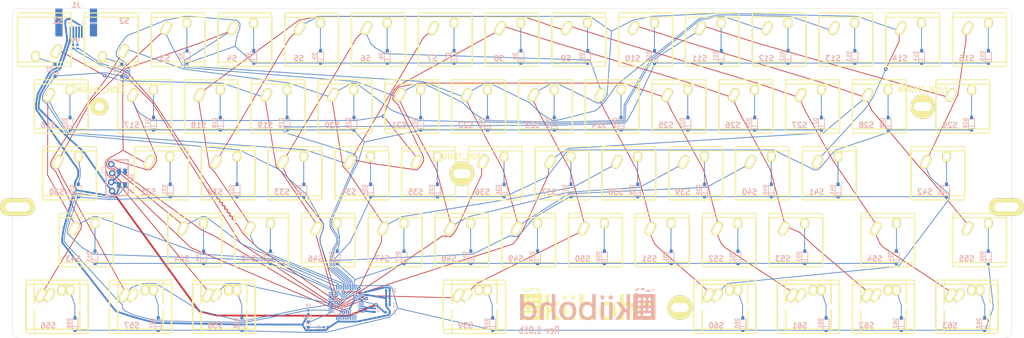
<source format=kicad_pcb>
(kicad_pcb (version 3) (host pcbnew "(2013-07-07 BZR 4022)-stable")
  (title_block (title Infinity) (rev 1.01b))
  (layers (15 Front signal) (0 Back signal) (18 B.Paste user) (19 F.Paste user) (20 B.SilkS user) (21 F.SilkS user) (22 B.Mask user) (23 F.Mask user) (28 Edge.Cuts user))
  (net 0 "")
  (net 1 +5V)
  (net 2 /matrix/Col1)
  (net 3 /matrix/Col2)
  (net 4 /matrix/Col3)
  (net 5 /matrix/Col4)
  (net 6 /matrix/Col5)
  (net 7 /matrix/Col6)
  (net 8 /matrix/Col7)
  (net 9 /matrix/Col8)
  (net 10 /matrix/Col9)
  (net 11 /mcu/GND)
  (net 12 /mcu/PTD1)
  (net 13 /mcu/PTD2)
  (net 14 /mcu/PTD3)
  (net 15 /mcu/PTD4)
  (net 16 /mcu/PTD5)
  (net 17 /mcu/PTD6)
  (net 18 /mcu/PTD7)
  (net 19 /mcu/SWD_CLK)
  (net 20 /mcu/SWD_DIO)
  (net 21 /mcu/USB_DM)
  (net 22 /mcu/USB_DP)
  (net 23 N-00000109)
  (net 24 N-00000110)
  (net 25 N-00000111)
  (net 26 N-0000030)
  (net 27 N-0000031)
  (net 28 N-0000032)
  (net 29 N-0000033)
  (net 30 N-0000034)
  (net 31 N-0000035)
  (net 32 N-0000036)
  (net 33 N-0000037)
  (net 34 N-0000038)
  (net 35 N-0000039)
  (net 36 N-0000040)
  (net 37 N-0000041)
  (net 38 N-0000042)
  (net 39 N-0000043)
  (net 40 N-0000044)
  (net 41 N-0000045)
  (net 42 N-0000046)
  (net 43 N-0000047)
  (net 44 N-0000048)
  (net 45 N-0000049)
  (net 46 N-0000050)
  (net 47 N-0000051)
  (net 48 N-0000052)
  (net 49 N-0000053)
  (net 50 N-0000054)
  (net 51 N-0000055)
  (net 52 N-0000056)
  (net 53 N-0000057)
  (net 54 N-0000058)
  (net 55 N-0000059)
  (net 56 N-0000060)
  (net 57 N-0000061)
  (net 58 N-0000062)
  (net 59 N-0000063)
  (net 60 N-0000064)
  (net 61 N-0000065)
  (net 62 N-0000066)
  (net 63 N-0000067)
  (net 64 N-0000068)
  (net 65 N-0000069)
  (net 66 N-0000070)
  (net 67 N-0000071)
  (net 68 N-0000072)
  (net 69 N-0000073)
  (net 70 N-0000074)
  (net 71 N-0000075)
  (net 72 N-0000076)
  (net 73 N-0000077)
  (net 74 N-0000078)
  (net 75 N-0000079)
  (net 76 N-0000080)
  (net 77 N-0000081)
  (net 78 N-0000082)
  (net 79 N-0000083)
  (net 80 N-0000084)
  (net 81 N-0000085)
  (net 82 N-0000086)
  (net 83 N-0000087)
  (net 84 N-0000088)
  (net 85 N-0000089)
  (net 86 N-0000090)
  (net 87 N-0000091)
  (net 88 N-0000092)
  (net 89 N-0000097)
  (net 90 N-0000099)
  (net 91 VDD)
  (net 92 VDDA)
  (net 93 VSS)
  (net 94 VSSA)
  (module LOGO (layer Front) (at 226.4 150)
    (fp_text reference G1 hide)
    (fp_text value LOGO hide)
  )
  (module PKRHSL (layer Front) (at 63.7489 121.521)
    (fp_text reference MH5 hide)
    (fp_text value MOUNT_HOLE hide)
    (pad 1 thru_hole oval (at 0 0) (size 9.99998 5.00126) (drill oval 7.00024 2.49936) (layers *.Cu *.Mask F.SilkS) (net 11 /mcu/GND))
  )
  (module PKRHSL (layer Front) (at 345.831 121.521)
    (fp_text reference MH6 hide)
    (fp_text value MOUNT_HOLE hide)
    (pad 1 thru_hole oval (at 0 0) (size 9.99998 5.00126) (drill oval 7.00024 2.49936) (layers *.Cu *.Mask F.SilkS) (net 11 /mcu/GND))
  )
  (module PKRH (layer Front) (at 321.94 92.9208)
    (fp_text reference MH3 hide)
    (fp_text value MOUNT_HOLE (at 0.17526 -4.9022) (layer F.SilkS) (effects (font (size 1.524 1.524) (thickness 0.3048))))
    (pad 1 thru_hole circle (at 0 0) (size 7.00024 7.00024) (drill oval 5.00126 2.49936) (layers *.Cu *.Mask F.SilkS) (net 11 /mcu/GND))
  )
  (module PKRH (layer Front) (at 252.689 150.221)
    (fp_text reference MH2 hide)
    (fp_text value MOUNT_HOLE hide)
    (pad 1 thru_hole circle (at 0 0) (size 7.00024 7.00024) (drill oval 5.00126 2.49936) (layers *.Cu *.Mask F.SilkS) (net 11 /mcu/GND))
  )
  (module PKRH (layer Front) (at 190.109 112.029)
    (fp_text reference MH1 hide)
    (fp_text value MOUNT_HOLE (at 0.17526 -4.9022) (layer F.SilkS) (effects (font (size 1.524 1.524) (thickness 0.3048))))
    (pad 1 thru_hole circle (at 0.391 0) (size 7.00024 7.00024) (drill oval 5.00126 2.49936) (layers *.Cu *.Mask F.SilkS) (net 11 /mcu/GND))
  )
  (module PKRHC (layer Front) (at 87.1093 92.9208)
    (fp_text reference MH4 hide)
    (fp_text value MOUNT_HOLE (at 0.508 -4.826) (layer F.SilkS) (effects (font (size 1.524 1.524) (thickness 0.3048))))
    (pad 1 thru_hole circle (at 0 0) (size 5.00126 5.00126) (drill 2.49936) (layers *.Cu *.Mask F.SilkS) (net 11 /mcu/GND))
  )
  (module TACT_4x3 (layer Back) (at 93.5584 113.348 90)
    (fp_text reference S64 (at 0.048 2.7416 90) (layer B.SilkS) (effects (font (size 0.89916 0.89916) (thickness 0.14986)) (justify mirror)))
    (fp_text value TAC_SWITCHSMD_EVQP2 hide)
    (pad 1 smd rect (at -1.9 0.8509 90) (size 1.6 1.1) (layers Back B.Paste B.Mask) (net 25 N-00000111))
    (pad 2 smd rect (at -1.9 -0.85 90) (size 1.6 1.1) (layers Back B.Paste B.Mask) (net 93 VSS))
    (pad 3 smd rect (at 1.9 0.8509 90) (size 1.6 1.1) (layers Back B.Paste B.Mask))
    (pad 4 smd rect (at 1.9 -0.8509 90) (size 1.6 1.1) (layers Back B.Paste B.Mask) (net 93 VSS))
  )
  (module SparkFun-1X04_LOCK (layer Back) (at 90.6069 109.365 270)
    (fp_text reference P1 (at 1.8288 2.4638 270) (layer B.SilkS) (effects (font (size 1.27 1.27) (thickness 0.0889)) (justify mirror)))
    (fp_text value DEBUG hide)
    (pad 1 thru_hole circle (at 0 0.127 270) (size 1.8796 1.8796) (drill 1.016) (layers *.Cu *.Mask) (net 19 /mcu/SWD_CLK))
    (pad 2 thru_hole circle (at 2.54 -0.127 270) (size 1.8796 1.8796) (drill 1.016) (layers *.Cu *.Mask) (net 20 /mcu/SWD_DIO))
    (pad 3 thru_hole circle (at 5.08 0.127 270) (size 1.8796 1.8796) (drill 1.016) (layers *.Cu *.Mask) (net 93 VSS))
    (pad 4 thru_hole circle (at 7.62 -0.127 270) (size 1.8796 1.8796) (drill 1.016) (layers *.Cu *.Mask) (net 1 +5V))
  )
  (module SMD-1005 (layer Back) (at 169.4 151.6 270)
    (fp_text reference C2 (at -0.02286 -1.91262 270) (layer B.SilkS) (effects (font (size 0.7 0.7)) (justify mirror)))
    (fp_text value 2.2u hide)
    (pad 1 smd rect (at 0 0.5 270) (size 0.65 0.6) (layers Back B.Paste B.Mask) (net 1 +5V))
    (pad 2 smd rect (at 0 -0.5 270) (size 0.65 0.6) (layers Back B.Paste B.Mask) (net 93 VSS))
  )
  (module SMD-1005 (layer Back) (at 79.5655 75.8508 180)
    (fp_text reference R1 (at 0 1.95 180) (layer B.SilkS) (effects (font (size 0.7 0.7)) (justify mirror)))
    (fp_text value 33 hide)
    (pad 1 smd rect (at 0 0.5 180) (size 0.65 0.6) (layers Back B.Paste B.Mask) (net 90 N-0000099))
    (pad 2 smd rect (at 0 -0.5 180) (size 0.65 0.6) (layers Back B.Paste B.Mask) (net 21 /mcu/USB_DM))
  )
  (module SMD-1005 (layer Back) (at 80.825 75.8508 180)
    (fp_text reference R2 (at 0 1.95 180) (layer B.SilkS) (effects (font (size 0.7 0.7)) (justify mirror)))
    (fp_text value 33 hide)
    (pad 1 smd rect (at 0 0.5 180) (size 0.65 0.6) (layers Back B.Paste B.Mask) (net 89 N-0000097))
    (pad 2 smd rect (at 0 -0.5 180) (size 0.65 0.6) (layers Back B.Paste B.Mask) (net 22 /mcu/USB_DP))
  )
  (module SMD-1005 (layer Back) (at 169.4 147.4 90)
    (fp_text reference C1 (at 0 1.95 90) (layer B.SilkS) (effects (font (size 0.7 0.7)) (justify mirror)))
    (fp_text value 2.2u hide)
    (pad 1 smd rect (at 0 0.5 90) (size 0.65 0.6) (layers Back B.Paste B.Mask) (net 91 VDD))
    (pad 2 smd rect (at 0 -0.5 90) (size 0.65 0.6) (layers Back B.Paste B.Mask) (net 93 VSS))
  )
  (module SMD-1005 (layer Back) (at 169.4 149.5 90)
    (fp_text reference C3 (at 0 1.95 90) (layer B.SilkS) (effects (font (size 0.7 0.7)) (justify mirror)))
    (fp_text value 100n hide)
    (pad 1 smd rect (at 0 0.5 90) (size 0.65 0.6) (layers Back B.Paste B.Mask) (net 91 VDD))
    (pad 2 smd rect (at 0 -0.5 90) (size 0.65 0.6) (layers Back B.Paste B.Mask) (net 93 VSS))
  )
  (module SMD-1005 (layer Back) (at 146.668 151.538 180)
    (fp_text reference C6 (at 0 1.95 180) (layer B.SilkS) (effects (font (size 0.7 0.7)) (justify mirror)))
    (fp_text value 100n hide)
    (pad 1 smd rect (at 0 0.5 180) (size 0.65 0.6) (layers Back B.Paste B.Mask) (net 25 N-00000111))
    (pad 2 smd rect (at 0 -0.5 180) (size 0.65 0.6) (layers Back B.Paste B.Mask) (net 93 VSS))
  )
  (module SMD-1005 (layer Back) (at 151.678 155.856 270)
    (fp_text reference R3 (at 0 1.95 270) (layer B.SilkS) (effects (font (size 0.7 0.7)) (justify mirror)))
    (fp_text value 1k hide)
    (pad 1 smd rect (at 0 0.5 270) (size 0.65 0.6) (layers Back B.Paste B.Mask) (net 24 N-00000110))
    (pad 2 smd rect (at 0 -0.5 270) (size 0.65 0.6) (layers Back B.Paste B.Mask) (net 93 VSS))
  )
  (module SMD-1005 (layer Back) (at 169.4 145.3 90)
    (fp_text reference C5 (at 0 1.95 90) (layer B.SilkS) (effects (font (size 0.7 0.7)) (justify mirror)))
    (fp_text value 100n hide)
    (pad 1 smd rect (at 0 0.5 90) (size 0.65 0.6) (layers Back B.Paste B.Mask) (net 91 VDD))
    (pad 2 smd rect (at 0 -0.5 90) (size 0.65 0.6) (layers Back B.Paste B.Mask) (net 93 VSS))
  )
  (module SMD-1005 (layer Back) (at 165.616 150.976 180)
    (fp_text reference C4 (at -1.06426 0 270) (layer B.SilkS) (effects (font (size 0.7 0.7)) (justify mirror)))
    (fp_text value 100n hide)
    (pad 1 smd rect (at 0 0.5 180) (size 0.65 0.6) (layers Back B.Paste B.Mask) (net 92 VDDA))
    (pad 2 smd rect (at 0 -0.5 180) (size 0.65 0.6) (layers Back B.Paste B.Mask) (net 94 VSSA))
  )
  (module LQFP48 (layer Back) (at 157.48 148.717 180)
    (fp_text reference U1 (at 0 0 180) (layer B.SilkS) (effects (font (size 0.89916 0.89916) (thickness 0.14986)) (justify mirror)))
    (fp_text value MK20LF hide)
    (pad 1 smd rect (at -4.29768 2.74828 180) (size 1.4986 0.24892) (layers Back B.Paste B.Mask) (net 91 VDD))
    (pad 2 smd rect (at -4.29768 2.2479 180) (size 1.4986 0.24892) (layers Back B.Paste B.Mask) (net 93 VSS))
    (pad 3 smd rect (at -4.29768 1.74752 180) (size 1.4986 0.24892) (layers Back B.Paste B.Mask) (net 22 /mcu/USB_DP))
    (pad 4 smd rect (at -4.29768 1.24968 180) (size 1.4986 0.24892) (layers Back B.Paste B.Mask) (net 21 /mcu/USB_DM))
    (pad 5 smd rect (at -4.29768 0.7493 180) (size 1.4986 0.24892) (layers Back B.Paste B.Mask) (net 91 VDD))
    (pad 6 smd rect (at -4.29768 0.24892 180) (size 1.4986 0.24892) (layers Back B.Paste B.Mask) (net 1 +5V))
    (pad 7 smd rect (at -4.29768 -0.24892 180) (size 1.4986 0.24892) (layers Back B.Paste B.Mask))
    (pad 8 smd rect (at -4.29768 -0.7493 180) (size 1.4986 0.24892) (layers Back B.Paste B.Mask))
    (pad 9 smd rect (at -4.29768 -1.24968 180) (size 1.4986 0.24892) (layers Back B.Paste B.Mask) (net 92 VDDA))
    (pad 10 smd rect (at -4.29768 -1.74752 180) (size 1.4986 0.24892) (layers Back B.Paste B.Mask) (net 92 VDDA))
    (pad 11 smd rect (at -4.29768 -2.2479 180) (size 1.4986 0.24892) (layers Back B.Paste B.Mask) (net 94 VSSA))
    (pad 12 smd rect (at -4.29768 -2.74828 180) (size 1.4986 0.24892) (layers Back B.Paste B.Mask) (net 94 VSSA))
    (pad 13 smd rect (at -2.74828 -4.29768 180) (size 0.24892 1.4986) (layers Back B.Paste B.Mask))
    (pad 14 smd rect (at -2.2479 -4.29768 180) (size 0.24892 1.4986) (layers Back B.Paste B.Mask))
    (pad 15 smd rect (at -1.74752 -4.29768 180) (size 0.24892 1.4986) (layers Back B.Paste B.Mask))
    (pad 16 smd rect (at -1.24968 -4.29768 180) (size 0.24892 1.4986) (layers Back B.Paste B.Mask) (net 91 VDD))
    (pad 17 smd rect (at -0.7493 -4.29768 180) (size 0.24892 1.4986) (layers Back B.Paste B.Mask) (net 19 /mcu/SWD_CLK))
    (pad 18 smd rect (at -0.24892 -4.29768 180) (size 0.24892 1.4986) (layers Back B.Paste B.Mask))
    (pad 19 smd rect (at 0.24892 -4.29768 180) (size 0.24892 1.4986) (layers Back B.Paste B.Mask))
    (pad 20 smd rect (at 0.7493 -4.29768 180) (size 0.24892 1.4986) (layers Back B.Paste B.Mask) (net 20 /mcu/SWD_DIO))
    (pad 21 smd rect (at 1.24968 -4.29768 180) (size 0.24892 1.4986) (layers Back B.Paste B.Mask))
    (pad 22 smd rect (at 1.74752 -4.29768 180) (size 0.24892 1.4986) (layers Back B.Paste B.Mask) (net 91 VDD))
    (pad 23 smd rect (at 2.2479 -4.29768 180) (size 0.24892 1.4986) (layers Back B.Paste B.Mask) (net 93 VSS))
    (pad 24 smd rect (at 2.74828 -4.29768 180) (size 0.24892 1.4986) (layers Back B.Paste B.Mask))
    (pad 25 smd rect (at 4.29768 -2.74828 180) (size 1.4986 0.24892) (layers Back B.Paste B.Mask) (net 23 N-00000109))
    (pad 26 smd rect (at 4.29768 -2.2479 180) (size 1.4986 0.24892) (layers Back B.Paste B.Mask) (net 25 N-00000111))
    (pad 27 smd rect (at 4.29768 -1.74752 180) (size 1.4986 0.24892) (layers Back B.Paste B.Mask) (net 2 /matrix/Col1))
    (pad 28 smd rect (at 4.29768 -1.24968 180) (size 1.4986 0.24892) (layers Back B.Paste B.Mask) (net 3 /matrix/Col2))
    (pad 29 smd rect (at 4.29768 -0.7493 180) (size 1.4986 0.24892) (layers Back B.Paste B.Mask) (net 4 /matrix/Col3))
    (pad 30 smd rect (at 4.29768 -0.24892 180) (size 1.4986 0.24892) (layers Back B.Paste B.Mask) (net 5 /matrix/Col4))
    (pad 31 smd rect (at 4.29768 0.24892 180) (size 1.4986 0.24892) (layers Back B.Paste B.Mask) (net 6 /matrix/Col5))
    (pad 32 smd rect (at 4.29768 0.7493 180) (size 1.4986 0.24892) (layers Back B.Paste B.Mask) (net 7 /matrix/Col6))
    (pad 33 smd rect (at 4.29768 1.24968 180) (size 1.4986 0.24892) (layers Back B.Paste B.Mask))
    (pad 34 smd rect (at 4.29768 1.74752 180) (size 1.4986 0.24892) (layers Back B.Paste B.Mask))
    (pad 35 smd rect (at 4.29768 2.2479 180) (size 1.4986 0.24892) (layers Back B.Paste B.Mask))
    (pad 36 smd rect (at 4.29768 2.74828 180) (size 1.4986 0.24892) (layers Back B.Paste B.Mask))
    (pad 37 smd rect (at 2.74828 4.29768 180) (size 0.24892 1.4986) (layers Back B.Paste B.Mask) (net 8 /matrix/Col7))
    (pad 38 smd rect (at 2.2479 4.29768 180) (size 0.24892 1.4986) (layers Back B.Paste B.Mask) (net 9 /matrix/Col8))
    (pad 39 smd rect (at 1.74752 4.29768 180) (size 0.24892 1.4986) (layers Back B.Paste B.Mask))
    (pad 40 smd rect (at 1.24968 4.29768 180) (size 0.24892 1.4986) (layers Back B.Paste B.Mask))
    (pad 41 smd rect (at 0.7493 4.29768 180) (size 0.24892 1.4986) (layers Back B.Paste B.Mask) (net 10 /matrix/Col9))
    (pad 42 smd rect (at 0.24892 4.29768 180) (size 0.24892 1.4986) (layers Back B.Paste B.Mask) (net 12 /mcu/PTD1))
    (pad 43 smd rect (at -0.24892 4.29768 180) (size 0.24892 1.4986) (layers Back B.Paste B.Mask) (net 13 /mcu/PTD2))
    (pad 44 smd rect (at -0.7493 4.29768 180) (size 0.24892 1.4986) (layers Back B.Paste B.Mask) (net 14 /mcu/PTD3))
    (pad 45 smd rect (at -1.24968 4.29768 180) (size 0.24892 1.4986) (layers Back B.Paste B.Mask) (net 15 /mcu/PTD4))
    (pad 46 smd rect (at -1.74752 4.29768 180) (size 0.24892 1.4986) (layers Back B.Paste B.Mask) (net 16 /mcu/PTD5))
    (pad 47 smd rect (at -2.2479 4.29768 180) (size 0.24892 1.4986) (layers Back B.Paste B.Mask) (net 17 /mcu/PTD6))
    (pad 48 smd rect (at -2.74828 4.29768 180) (size 0.24892 1.4986) (layers Back B.Paste B.Mask) (net 18 /mcu/PTD7))
  )
  (module LED-0603 (layer Back) (at 146.668 155.094 270)
    (fp_text reference D64 (at -2.094 0.224 360) (layer B.SilkS) (effects (font (size 0.89916 0.89916) (thickness 0.14986)) (justify mirror)))
    (fp_text value LED hide)
    (pad 1 smd rect (at -0.7493 0 270) (size 0.79756 0.79756) (layers Back B.Paste B.Mask) (net 23 N-00000109))
    (pad 2 smd rect (at 0.7493 0 270) (size 0.79756 0.79756) (layers Back B.Paste B.Mask) (net 24 N-00000110))
  )
  (module LOGO (layer Front) (at 226.4 150)
    (fp_text reference G2 hide)
    (fp_text value LOGO hide)
  )
  (module SOT123-DIODE (layer Back) (at 74.4375 82.55)
    (fp_text reference D1 (at -1.75 -0.25 270) (layer B.SilkS) (effects (font (size 1.016 1.016) (thickness 0.2032)) (justify mirror)))
    (fp_text value DIODE hide)
    (pad 2 smd rect (at 0 1.7526 90) (size 1.00076 0.8509) (layers Back B.Paste B.Mask) (net 12 /mcu/PTD1))
    (pad 1 smd rect (at 0 -1.74752 90) (size 1.00076 0.8509) (layers Back B.Paste B.Mask) (net 55 N-0000059))
  )
  (module SOT123-DIODE (layer Back) (at 212.09 135.89)
    (fp_text reference D49 (at -1.75 -0.25 270) (layer B.SilkS) (effects (font (size 1.016 1.016) (thickness 0.2032)) (justify mirror)))
    (fp_text value DIODE hide)
    (pad 2 smd rect (at 0 1.7526 90) (size 1.00076 0.8509) (layers Back B.Paste B.Mask) (net 17 /mcu/PTD6))
    (pad 1 smd rect (at 0 -1.74752 90) (size 1.00076 0.8509) (layers Back B.Paste B.Mask) (net 75 N-0000079))
  )
  (module SOT123-DIODE (layer Back) (at 103.886 154.94)
    (fp_text reference D57 (at -1.75 -0.25 270) (layer B.SilkS) (effects (font (size 1.016 1.016) (thickness 0.2032)) (justify mirror)))
    (fp_text value DIODE hide)
    (pad 2 smd rect (at 0 1.7526 90) (size 1.00076 0.8509) (layers Back B.Paste B.Mask) (net 18 /mcu/PTD7))
    (pad 1 smd rect (at 0 -1.74752 90) (size 1.00076 0.8509) (layers Back B.Paste B.Mask) (net 30 N-0000034))
  )
  (module SOT123-DIODE (layer Back) (at 80.137 154.94)
    (fp_text reference D56 (at -1.75 -0.25 270) (layer B.SilkS) (effects (font (size 1.016 1.016) (thickness 0.2032)) (justify mirror)))
    (fp_text value DIODE hide)
    (pad 2 smd rect (at 0 1.7526 90) (size 1.00076 0.8509) (layers Back B.Paste B.Mask) (net 18 /mcu/PTD7))
    (pad 1 smd rect (at 0 -1.74752 90) (size 1.00076 0.8509) (layers Back B.Paste B.Mask) (net 31 N-0000035))
  )
  (module SOT123-DIODE (layer Back) (at 340.638 135.89)
    (fp_text reference D55 (at -1.75 -0.25 270) (layer B.SilkS) (effects (font (size 1.016 1.016) (thickness 0.2032)) (justify mirror)))
    (fp_text value DIODE hide)
    (pad 2 smd rect (at 0 1.7526 90) (size 1.00076 0.8509) (layers Back B.Paste B.Mask) (net 18 /mcu/PTD7))
    (pad 1 smd rect (at 0 -1.74752 90) (size 1.00076 0.8509) (layers Back B.Paste B.Mask) (net 32 N-0000036))
  )
  (module SOT123-DIODE (layer Back) (at 314.444 135.89)
    (fp_text reference D54 (at -1.75 -0.25 270) (layer B.SilkS) (effects (font (size 1.016 1.016) (thickness 0.2032)) (justify mirror)))
    (fp_text value DIODE hide)
    (pad 2 smd rect (at 0 1.7526 90) (size 1.00076 0.8509) (layers Back B.Paste B.Mask) (net 17 /mcu/PTD6))
    (pad 1 smd rect (at 0 -1.74752 90) (size 1.00076 0.8509) (layers Back B.Paste B.Mask) (net 69 N-0000073))
  )
  (module SOT123-DIODE (layer Back) (at 288.29 135.89)
    (fp_text reference D53 (at -1.75 -0.25 270) (layer B.SilkS) (effects (font (size 1.016 1.016) (thickness 0.2032)) (justify mirror)))
    (fp_text value DIODE hide)
    (pad 2 smd rect (at 0 1.7526 90) (size 1.00076 0.8509) (layers Back B.Paste B.Mask) (net 17 /mcu/PTD6))
    (pad 1 smd rect (at 0 -1.74752 90) (size 1.00076 0.8509) (layers Back B.Paste B.Mask) (net 70 N-0000074))
  )
  (module SOT123-DIODE (layer Back) (at 269.24 135.89)
    (fp_text reference D52 (at -1.75 -0.25 270) (layer B.SilkS) (effects (font (size 1.016 1.016) (thickness 0.2032)) (justify mirror)))
    (fp_text value DIODE hide)
    (pad 2 smd rect (at 0 1.7526 90) (size 1.00076 0.8509) (layers Back B.Paste B.Mask) (net 17 /mcu/PTD6))
    (pad 1 smd rect (at 0 -1.74752 90) (size 1.00076 0.8509) (layers Back B.Paste B.Mask) (net 71 N-0000075))
  )
  (module SOT123-DIODE (layer Back) (at 250.19 135.89)
    (fp_text reference D51 (at -1.75 -0.25 270) (layer B.SilkS) (effects (font (size 1.016 1.016) (thickness 0.2032)) (justify mirror)))
    (fp_text value DIODE hide)
    (pad 2 smd rect (at 0 1.7526 90) (size 1.00076 0.8509) (layers Back B.Paste B.Mask) (net 17 /mcu/PTD6))
    (pad 1 smd rect (at 0 -1.74752 90) (size 1.00076 0.8509) (layers Back B.Paste B.Mask) (net 73 N-0000077))
  )
  (module SOT123-DIODE (layer Back) (at 231.14 135.89)
    (fp_text reference D50 (at -1.75 -0.25 270) (layer B.SilkS) (effects (font (size 1.016 1.016) (thickness 0.2032)) (justify mirror)))
    (fp_text value DIODE hide)
    (pad 2 smd rect (at 0 1.7526 90) (size 1.00076 0.8509) (layers Back B.Paste B.Mask) (net 17 /mcu/PTD6))
    (pad 1 smd rect (at 0 -1.74752 90) (size 1.00076 0.8509) (layers Back B.Paste B.Mask) (net 74 N-0000078))
  )
  (module SOT123-DIODE (layer Back) (at 294.386 154.94)
    (fp_text reference D61 (at -1.75 -0.25 270) (layer B.SilkS) (effects (font (size 1.016 1.016) (thickness 0.2032)) (justify mirror)))
    (fp_text value DIODE hide)
    (pad 2 smd rect (at 0 1.7526 90) (size 1.00076 0.8509) (layers Back B.Paste B.Mask) (net 18 /mcu/PTD7))
    (pad 1 smd rect (at 0 -1.74752 90) (size 1.00076 0.8509) (layers Back B.Paste B.Mask) (net 27 N-0000031))
  )
  (module SOT123-DIODE (layer Back) (at 193.04 135.89)
    (fp_text reference D48 (at -1.75 -0.25 270) (layer B.SilkS) (effects (font (size 1.016 1.016) (thickness 0.2032)) (justify mirror)))
    (fp_text value DIODE hide)
    (pad 2 smd rect (at 0 1.7526 90) (size 1.00076 0.8509) (layers Back B.Paste B.Mask) (net 17 /mcu/PTD6))
    (pad 1 smd rect (at 0 -1.74752 90) (size 1.00076 0.8509) (layers Back B.Paste B.Mask) (net 62 N-0000066))
  )
  (module SOT123-DIODE (layer Back) (at 173.99 135.89)
    (fp_text reference D47 (at -1.75 -0.25 270) (layer B.SilkS) (effects (font (size 1.016 1.016) (thickness 0.2032)) (justify mirror)))
    (fp_text value DIODE hide)
    (pad 2 smd rect (at 0 1.7526 90) (size 1.00076 0.8509) (layers Back B.Paste B.Mask) (net 17 /mcu/PTD6))
    (pad 1 smd rect (at 0 -1.74752 90) (size 1.00076 0.8509) (layers Back B.Paste B.Mask) (net 63 N-0000067))
  )
  (module SOT123-DIODE (layer Back) (at 154.94 135.89)
    (fp_text reference D46 (at -1.75 -0.25 270) (layer B.SilkS) (effects (font (size 1.016 1.016) (thickness 0.2032)) (justify mirror)))
    (fp_text value DIODE hide)
    (pad 2 smd rect (at 0 1.7526 90) (size 1.00076 0.8509) (layers Back B.Paste B.Mask) (net 17 /mcu/PTD6))
    (pad 1 smd rect (at 0 -1.74752 90) (size 1.00076 0.8509) (layers Back B.Paste B.Mask) (net 64 N-0000068))
  )
  (module SOT123-DIODE (layer Back) (at 135.89 135.89)
    (fp_text reference D45 (at -1.75 -0.25 270) (layer B.SilkS) (effects (font (size 1.016 1.016) (thickness 0.2032)) (justify mirror)))
    (fp_text value DIODE hide)
    (pad 2 smd rect (at 0 1.7526 90) (size 1.00076 0.8509) (layers Back B.Paste B.Mask) (net 16 /mcu/PTD5))
    (pad 1 smd rect (at 0 -1.74752 90) (size 1.00076 0.8509) (layers Back B.Paste B.Mask) (net 65 N-0000069))
  )
  (module SOT123-DIODE (layer Back) (at 127.762 154.94)
    (fp_text reference D58 (at -1.75 -0.25 270) (layer B.SilkS) (effects (font (size 1.016 1.016) (thickness 0.2032)) (justify mirror)))
    (fp_text value DIODE hide)
    (pad 2 smd rect (at 0 1.7526 90) (size 1.00076 0.8509) (layers Back B.Paste B.Mask) (net 18 /mcu/PTD7))
    (pad 1 smd rect (at 0 -1.74752 90) (size 1.00076 0.8509) (layers Back B.Paste B.Mask) (net 26 N-0000030))
  )
  (module SOT123-DIODE (layer Back) (at 199.263 154.94)
    (fp_text reference D59 (at -1.75 -0.25 270) (layer B.SilkS) (effects (font (size 1.016 1.016) (thickness 0.2032)) (justify mirror)))
    (fp_text value DIODE hide)
    (pad 2 smd rect (at 0 1.7526 90) (size 1.00076 0.8509) (layers Back B.Paste B.Mask) (net 18 /mcu/PTD7))
    (pad 1 smd rect (at 0 -1.74752 90) (size 1.00076 0.8509) (layers Back B.Paste B.Mask) (net 29 N-0000033))
  )
  (module SOT123-DIODE (layer Back) (at 270.637 154.94)
    (fp_text reference D60 (at -1.75 -0.25 270) (layer B.SilkS) (effects (font (size 1.016 1.016) (thickness 0.2032)) (justify mirror)))
    (fp_text value DIODE hide)
    (pad 2 smd rect (at 0 1.7526 90) (size 1.00076 0.8509) (layers Back B.Paste B.Mask) (net 18 /mcu/PTD7))
    (pad 1 smd rect (at 0 -1.74752 90) (size 1.00076 0.8509) (layers Back B.Paste B.Mask) (net 28 N-0000032))
  )
  (module SOT123-DIODE (layer Back) (at 188.278 78.74)
    (fp_text reference D7 (at -1.75 -0.25 270) (layer B.SilkS) (effects (font (size 1.016 1.016) (thickness 0.2032)) (justify mirror)))
    (fp_text value DIODE hide)
    (pad 2 smd rect (at 0 1.7526 90) (size 1.00076 0.8509) (layers Back B.Paste B.Mask) (net 12 /mcu/PTD1))
    (pad 1 smd rect (at 0 -1.74752 90) (size 1.00076 0.8509) (layers Back B.Paste B.Mask) (net 49 N-0000053))
  )
  (module SOT123-DIODE (layer Back) (at 85.8438 135.89)
    (fp_text reference D43 (at -1.75 -0.25 270) (layer B.SilkS) (effects (font (size 1.016 1.016) (thickness 0.2032)) (justify mirror)))
    (fp_text value DIODE hide)
    (pad 2 smd rect (at 0 1.7526 90) (size 1.00076 0.8509) (layers Back B.Paste B.Mask) (net 16 /mcu/PTD5))
    (pad 1 smd rect (at 0 -1.74752 90) (size 1.00076 0.8509) (layers Back B.Paste B.Mask) (net 67 N-0000071))
  )
  (module SOT123-DIODE (layer Back) (at 315.849 154.94)
    (fp_text reference D62 (at -1.75 -0.25 270) (layer B.SilkS) (effects (font (size 1.016 1.016) (thickness 0.2032)) (justify mirror)))
    (fp_text value DIODE hide)
    (pad 2 smd rect (at 0 1.7526 90) (size 1.00076 0.8509) (layers Back B.Paste B.Mask) (net 18 /mcu/PTD7))
    (pad 1 smd rect (at 0 -1.74752 90) (size 1.00076 0.8509) (layers Back B.Paste B.Mask) (net 33 N-0000037))
  )
  (module SOT123-DIODE (layer Back) (at 339.598 154.94)
    (fp_text reference D63 (at -1.75 -0.25 270) (layer B.SilkS) (effects (font (size 1.016 1.016) (thickness 0.2032)) (justify mirror)))
    (fp_text value DIODE hide)
    (pad 2 smd rect (at 0 1.7526 90) (size 1.00076 0.8509) (layers Back B.Paste B.Mask) (net 18 /mcu/PTD7))
    (pad 1 smd rect (at 0 -1.74752 90) (size 1.00076 0.8509) (layers Back B.Paste B.Mask) (net 34 N-0000038))
  )
  (module SOT123-DIODE (layer Back) (at 169.228 78.74)
    (fp_text reference D6 (at -1.75 -0.25 270) (layer B.SilkS) (effects (font (size 1.016 1.016) (thickness 0.2032)) (justify mirror)))
    (fp_text value DIODE hide)
    (pad 2 smd rect (at 0 1.7526 90) (size 1.00076 0.8509) (layers Back B.Paste B.Mask) (net 12 /mcu/PTD1))
    (pad 1 smd rect (at 0 -1.74752 90) (size 1.00076 0.8509) (layers Back B.Paste B.Mask) (net 50 N-0000054))
  )
  (module SOT123-DIODE (layer Back) (at 150.178 78.74)
    (fp_text reference D5 (at -1.75 -0.25 270) (layer B.SilkS) (effects (font (size 1.016 1.016) (thickness 0.2032)) (justify mirror)))
    (fp_text value DIODE hide)
    (pad 2 smd rect (at 0 1.7526 90) (size 1.00076 0.8509) (layers Back B.Paste B.Mask) (net 12 /mcu/PTD1))
    (pad 1 smd rect (at 0 -1.74752 90) (size 1.00076 0.8509) (layers Back B.Paste B.Mask) (net 51 N-0000055))
  )
  (module SOT123-DIODE (layer Back) (at 131.128 78.74)
    (fp_text reference D4 (at -1.75 -0.25 270) (layer B.SilkS) (effects (font (size 1.016 1.016) (thickness 0.2032)) (justify mirror)))
    (fp_text value DIODE hide)
    (pad 2 smd rect (at 0 1.7526 90) (size 1.00076 0.8509) (layers Back B.Paste B.Mask) (net 12 /mcu/PTD1))
    (pad 1 smd rect (at 0 -1.74752 90) (size 1.00076 0.8509) (layers Back B.Paste B.Mask) (net 52 N-0000056))
  )
  (module SOT123-DIODE (layer Back) (at 112.078 78.74)
    (fp_text reference D3 (at -1.75 -0.25 270) (layer B.SilkS) (effects (font (size 1.016 1.016) (thickness 0.2032)) (justify mirror)))
    (fp_text value DIODE hide)
    (pad 2 smd rect (at 0 1.7526 90) (size 1.00076 0.8509) (layers Back B.Paste B.Mask) (net 12 /mcu/PTD1))
    (pad 1 smd rect (at 0 -1.74752 90) (size 1.00076 0.8509) (layers Back B.Paste B.Mask) (net 53 N-0000057))
  )
  (module SOT123-DIODE (layer Back) (at 93.4875 82.55)
    (fp_text reference D2 (at -1.75 -0.25 270) (layer B.SilkS) (effects (font (size 1.016 1.016) (thickness 0.2032)) (justify mirror)))
    (fp_text value DIODE hide)
    (pad 2 smd rect (at 0 1.7526 90) (size 1.00076 0.8509) (layers Back B.Paste B.Mask) (net 12 /mcu/PTD1))
    (pad 1 smd rect (at 0 -1.74752 90) (size 1.00076 0.8509) (layers Back B.Paste B.Mask) (net 54 N-0000058))
  )
  (module SOT123-DIODE (layer Back) (at 121.602 97.79)
    (fp_text reference D18 (at -1.75 -0.25 270) (layer B.SilkS) (effects (font (size 1.016 1.016) (thickness 0.2032)) (justify mirror)))
    (fp_text value DIODE hide)
    (pad 2 smd rect (at 0 1.7526 90) (size 1.00076 0.8509) (layers Back B.Paste B.Mask) (net 13 /mcu/PTD2))
    (pad 1 smd rect (at 0 -1.74752 90) (size 1.00076 0.8509) (layers Back B.Paste B.Mask) (net 37 N-0000041))
  )
  (module SOT123-DIODE (layer Back) (at 274.002 97.79)
    (fp_text reference D26 (at -1.75 -0.25 270) (layer B.SilkS) (effects (font (size 1.016 1.016) (thickness 0.2032)) (justify mirror)))
    (fp_text value DIODE hide)
    (pad 2 smd rect (at 0 1.7526 90) (size 1.00076 0.8509) (layers Back B.Paste B.Mask) (net 14 /mcu/PTD3))
    (pad 1 smd rect (at 0 -1.74752 90) (size 1.00076 0.8509) (layers Back B.Paste B.Mask) (net 45 N-0000049))
  )
  (module SOT123-DIODE (layer Back) (at 254.952 97.79)
    (fp_text reference D25 (at -1.75 -0.25 270) (layer B.SilkS) (effects (font (size 1.016 1.016) (thickness 0.2032)) (justify mirror)))
    (fp_text value DIODE hide)
    (pad 2 smd rect (at 0 1.7526 90) (size 1.00076 0.8509) (layers Back B.Paste B.Mask) (net 14 /mcu/PTD3))
    (pad 1 smd rect (at 0 -1.74752 90) (size 1.00076 0.8509) (layers Back B.Paste B.Mask) (net 46 N-0000050))
  )
  (module SOT123-DIODE (layer Back) (at 235.902 97.79)
    (fp_text reference D24 (at -1.75 -0.25 270) (layer B.SilkS) (effects (font (size 1.016 1.016) (thickness 0.2032)) (justify mirror)))
    (fp_text value DIODE hide)
    (pad 2 smd rect (at 0 1.7526 90) (size 1.00076 0.8509) (layers Back B.Paste B.Mask) (net 14 /mcu/PTD3))
    (pad 1 smd rect (at 0 -1.74752 90) (size 1.00076 0.8509) (layers Back B.Paste B.Mask) (net 43 N-0000047))
  )
  (module SOT123-DIODE (layer Back) (at 216.852 97.79)
    (fp_text reference D23 (at -1.75 -0.25 270) (layer B.SilkS) (effects (font (size 1.016 1.016) (thickness 0.2032)) (justify mirror)))
    (fp_text value DIODE hide)
    (pad 2 smd rect (at 0 1.7526 90) (size 1.00076 0.8509) (layers Back B.Paste B.Mask) (net 14 /mcu/PTD3))
    (pad 1 smd rect (at 0 -1.74752 90) (size 1.00076 0.8509) (layers Back B.Paste B.Mask) (net 47 N-0000051))
  )
  (module SOT123-DIODE (layer Back) (at 197.802 97.79)
    (fp_text reference D22 (at -1.75 -0.25 270) (layer B.SilkS) (effects (font (size 1.016 1.016) (thickness 0.2032)) (justify mirror)))
    (fp_text value DIODE hide)
    (pad 2 smd rect (at 0 1.7526 90) (size 1.00076 0.8509) (layers Back B.Paste B.Mask) (net 14 /mcu/PTD3))
    (pad 1 smd rect (at 0 -1.74752 90) (size 1.00076 0.8509) (layers Back B.Paste B.Mask) (net 48 N-0000052))
  )
  (module SOT123-DIODE (layer Back) (at 178.752 97.79)
    (fp_text reference D21 (at -1.75 -0.25 270) (layer B.SilkS) (effects (font (size 1.016 1.016) (thickness 0.2032)) (justify mirror)))
    (fp_text value DIODE hide)
    (pad 2 smd rect (at 0 1.7526 90) (size 1.00076 0.8509) (layers Back B.Paste B.Mask) (net 14 /mcu/PTD3))
    (pad 1 smd rect (at 0 -1.74752 90) (size 1.00076 0.8509) (layers Back B.Paste B.Mask) (net 38 N-0000042))
  )
  (module SOT123-DIODE (layer Back) (at 159.702 97.79)
    (fp_text reference D20 (at -1.75 -0.25 270) (layer B.SilkS) (effects (font (size 1.016 1.016) (thickness 0.2032)) (justify mirror)))
    (fp_text value DIODE hide)
    (pad 2 smd rect (at 0 1.7526 90) (size 1.00076 0.8509) (layers Back B.Paste B.Mask) (net 14 /mcu/PTD3))
    (pad 1 smd rect (at 0 -1.74752 90) (size 1.00076 0.8509) (layers Back B.Paste B.Mask) (net 35 N-0000039))
  )
  (module SOT123-DIODE (layer Back) (at 140.652 97.79)
    (fp_text reference D19 (at -1.75 -0.25 270) (layer B.SilkS) (effects (font (size 1.016 1.016) (thickness 0.2032)) (justify mirror)))
    (fp_text value DIODE hide)
    (pad 2 smd rect (at 0 1.7526 90) (size 1.00076 0.8509) (layers Back B.Paste B.Mask) (net 14 /mcu/PTD3))
    (pad 1 smd rect (at 0 -1.74752 90) (size 1.00076 0.8509) (layers Back B.Paste B.Mask) (net 36 N-0000040))
  )
  (module SOT123-DIODE (layer Back) (at 293.052 97.79)
    (fp_text reference D27 (at -1.75 -0.25 270) (layer B.SilkS) (effects (font (size 1.016 1.016) (thickness 0.2032)) (justify mirror)))
    (fp_text value DIODE hide)
    (pad 2 smd rect (at 0 1.7526 90) (size 1.00076 0.8509) (layers Back B.Paste B.Mask) (net 14 /mcu/PTD3))
    (pad 1 smd rect (at 0 -1.74752 90) (size 1.00076 0.8509) (layers Back B.Paste B.Mask) (net 44 N-0000048))
  )
  (module SOT123-DIODE (layer Back) (at 102.552 97.79)
    (fp_text reference D17 (at -1.75 -0.25 270) (layer B.SilkS) (effects (font (size 1.016 1.016) (thickness 0.2032)) (justify mirror)))
    (fp_text value DIODE hide)
    (pad 2 smd rect (at 0 1.7526 90) (size 1.00076 0.8509) (layers Back B.Paste B.Mask) (net 13 /mcu/PTD2))
    (pad 1 smd rect (at 0 -1.74752 90) (size 1.00076 0.8509) (layers Back B.Paste B.Mask) (net 39 N-0000043))
  )
  (module SOT123-DIODE (layer Back) (at 78.74 97.79)
    (fp_text reference D16 (at -1.75 -0.25 270) (layer B.SilkS) (effects (font (size 1.016 1.016) (thickness 0.2032)) (justify mirror)))
    (fp_text value DIODE hide)
    (pad 2 smd rect (at 0 1.7526 90) (size 1.00076 0.8509) (layers Back B.Paste B.Mask) (net 13 /mcu/PTD2))
    (pad 1 smd rect (at 0 -1.74752 90) (size 1.00076 0.8509) (layers Back B.Paste B.Mask) (net 40 N-0000044))
  )
  (module SOT123-DIODE (layer Back) (at 321.628 78.74)
    (fp_text reference D14 (at -1.75 -0.25 270) (layer B.SilkS) (effects (font (size 1.016 1.016) (thickness 0.2032)) (justify mirror)))
    (fp_text value DIODE hide)
    (pad 2 smd rect (at 0 1.7526 90) (size 1.00076 0.8509) (layers Back B.Paste B.Mask) (net 13 /mcu/PTD2))
    (pad 1 smd rect (at 0 -1.74752 90) (size 1.00076 0.8509) (layers Back B.Paste B.Mask) (net 42 N-0000046))
  )
  (module SOT123-DIODE (layer Back) (at 302.578 78.74)
    (fp_text reference D13 (at -1.75 -0.25 270) (layer B.SilkS) (effects (font (size 1.016 1.016) (thickness 0.2032)) (justify mirror)))
    (fp_text value DIODE hide)
    (pad 2 smd rect (at 0 1.7526 90) (size 1.00076 0.8509) (layers Back B.Paste B.Mask) (net 13 /mcu/PTD2))
    (pad 1 smd rect (at 0 -1.74752 90) (size 1.00076 0.8509) (layers Back B.Paste B.Mask) (net 56 N-0000060))
  )
  (module SOT123-DIODE (layer Back) (at 283.528 78.74)
    (fp_text reference D12 (at -1.75 -0.25 270) (layer B.SilkS) (effects (font (size 1.016 1.016) (thickness 0.2032)) (justify mirror)))
    (fp_text value DIODE hide)
    (pad 2 smd rect (at 0 1.7526 90) (size 1.00076 0.8509) (layers Back B.Paste B.Mask) (net 13 /mcu/PTD2))
    (pad 1 smd rect (at 0 -1.74752 90) (size 1.00076 0.8509) (layers Back B.Paste B.Mask) (net 57 N-0000061))
  )
  (module SOT123-DIODE (layer Back) (at 264.478 78.74)
    (fp_text reference D11 (at -1.75 -0.25 270) (layer B.SilkS) (effects (font (size 1.016 1.016) (thickness 0.2032)) (justify mirror)))
    (fp_text value DIODE hide)
    (pad 2 smd rect (at 0 1.7526 90) (size 1.00076 0.8509) (layers Back B.Paste B.Mask) (net 13 /mcu/PTD2))
    (pad 1 smd rect (at 0 -1.74752 90) (size 1.00076 0.8509) (layers Back B.Paste B.Mask) (net 58 N-0000062))
  )
  (module SOT123-DIODE (layer Back) (at 245.428 78.74)
    (fp_text reference D10 (at -1.75 -0.25 270) (layer B.SilkS) (effects (font (size 1.016 1.016) (thickness 0.2032)) (justify mirror)))
    (fp_text value DIODE hide)
    (pad 2 smd rect (at 0 1.7526 90) (size 1.00076 0.8509) (layers Back B.Paste B.Mask) (net 13 /mcu/PTD2))
    (pad 1 smd rect (at 0 -1.74752 90) (size 1.00076 0.8509) (layers Back B.Paste B.Mask) (net 59 N-0000063))
  )
  (module SOT123-DIODE (layer Back) (at 226.378 78.74)
    (fp_text reference D9 (at -1.75 -0.25 270) (layer B.SilkS) (effects (font (size 1.016 1.016) (thickness 0.2032)) (justify mirror)))
    (fp_text value DIODE hide)
    (pad 2 smd rect (at 0 1.7526 90) (size 1.00076 0.8509) (layers Back B.Paste B.Mask) (net 12 /mcu/PTD1))
    (pad 1 smd rect (at 0 -1.74752 90) (size 1.00076 0.8509) (layers Back B.Paste B.Mask) (net 60 N-0000064))
  )
  (module SOT123-DIODE (layer Back) (at 183.515 116.84)
    (fp_text reference D35 (at -1.75 -0.25 270) (layer B.SilkS) (effects (font (size 1.016 1.016) (thickness 0.2032)) (justify mirror)))
    (fp_text value DIODE hide)
    (pad 2 smd rect (at 0 1.7526 90) (size 1.00076 0.8509) (layers Back B.Paste B.Mask) (net 15 /mcu/PTD4))
    (pad 1 smd rect (at 0 -1.74752 90) (size 1.00076 0.8509) (layers Back B.Paste B.Mask) (net 88 N-0000092))
  )
  (module SOT123-DIODE (layer Back) (at 207.328 78.74)
    (fp_text reference D8 (at -1.75 -0.25 270) (layer B.SilkS) (effects (font (size 1.016 1.016) (thickness 0.2032)) (justify mirror)))
    (fp_text value DIODE hide)
    (pad 2 smd rect (at 0 1.7526 90) (size 1.00076 0.8509) (layers Back B.Paste B.Mask) (net 12 /mcu/PTD1))
    (pad 1 smd rect (at 0 -1.74752 90) (size 1.00076 0.8509) (layers Back B.Paste B.Mask) (net 61 N-0000065))
  )
  (module SOT123-DIODE (layer Back) (at 328.731 116.84)
    (fp_text reference D42 (at -1.75 -0.25 270) (layer B.SilkS) (effects (font (size 1.016 1.016) (thickness 0.2032)) (justify mirror)))
    (fp_text value DIODE hide)
    (pad 2 smd rect (at 0 1.7526 90) (size 1.00076 0.8509) (layers Back B.Paste B.Mask) (net 16 /mcu/PTD5))
    (pad 1 smd rect (at 0 -1.74752 90) (size 1.00076 0.8509) (layers Back B.Paste B.Mask) (net 68 N-0000072))
  )
  (module SOT123-DIODE (layer Back) (at 297.815 116.84)
    (fp_text reference D41 (at -1.75 -0.25 270) (layer B.SilkS) (effects (font (size 1.016 1.016) (thickness 0.2032)) (justify mirror)))
    (fp_text value DIODE hide)
    (pad 2 smd rect (at 0 1.7526 90) (size 1.00076 0.8509) (layers Back B.Paste B.Mask) (net 16 /mcu/PTD5))
    (pad 1 smd rect (at 0 -1.74752 90) (size 1.00076 0.8509) (layers Back B.Paste B.Mask) (net 72 N-0000076))
  )
  (module SOT123-DIODE (layer Back) (at 278.765 116.84)
    (fp_text reference D40 (at -1.75 -0.25 270) (layer B.SilkS) (effects (font (size 1.016 1.016) (thickness 0.2032)) (justify mirror)))
    (fp_text value DIODE hide)
    (pad 2 smd rect (at 0 1.7526 90) (size 1.00076 0.8509) (layers Back B.Paste B.Mask) (net 16 /mcu/PTD5))
    (pad 1 smd rect (at 0 -1.74752 90) (size 1.00076 0.8509) (layers Back B.Paste B.Mask) (net 83 N-0000087))
  )
  (module SOT123-DIODE (layer Back) (at 259.715 116.84)
    (fp_text reference D39 (at -1.75 -0.25 270) (layer B.SilkS) (effects (font (size 1.016 1.016) (thickness 0.2032)) (justify mirror)))
    (fp_text value DIODE hide)
    (pad 2 smd rect (at 0 1.7526 90) (size 1.00076 0.8509) (layers Back B.Paste B.Mask) (net 16 /mcu/PTD5))
    (pad 1 smd rect (at 0 -1.74752 90) (size 1.00076 0.8509) (layers Back B.Paste B.Mask) (net 84 N-0000088))
  )
  (module SOT123-DIODE (layer Back) (at 240.665 116.84)
    (fp_text reference D38 (at -1.75 -0.25 270) (layer B.SilkS) (effects (font (size 1.016 1.016) (thickness 0.2032)) (justify mirror)))
    (fp_text value DIODE hide)
    (pad 2 smd rect (at 0 1.7526 90) (size 1.00076 0.8509) (layers Back B.Paste B.Mask) (net 16 /mcu/PTD5))
    (pad 1 smd rect (at 0 -1.74752 90) (size 1.00076 0.8509) (layers Back B.Paste B.Mask) (net 85 N-0000089))
  )
  (module SOT123-DIODE (layer Back) (at 221.615 116.84)
    (fp_text reference D37 (at -1.75 -0.25 270) (layer B.SilkS) (effects (font (size 1.016 1.016) (thickness 0.2032)) (justify mirror)))
    (fp_text value DIODE hide)
    (pad 2 smd rect (at 0 1.7526 90) (size 1.00076 0.8509) (layers Back B.Paste B.Mask) (net 16 /mcu/PTD5))
    (pad 1 smd rect (at 0 -1.74752 90) (size 1.00076 0.8509) (layers Back B.Paste B.Mask) (net 86 N-0000090))
  )
  (module SOT123-DIODE (layer Back) (at 202.565 116.84)
    (fp_text reference D36 (at -1.75 -0.25 270) (layer B.SilkS) (effects (font (size 1.016 1.016) (thickness 0.2032)) (justify mirror)))
    (fp_text value DIODE hide)
    (pad 2 smd rect (at 0 1.7526 90) (size 1.00076 0.8509) (layers Back B.Paste B.Mask) (net 15 /mcu/PTD4))
    (pad 1 smd rect (at 0 -1.74752 90) (size 1.00076 0.8509) (layers Back B.Paste B.Mask) (net 87 N-0000091))
  )
  (module SOT123-DIODE (layer Back) (at 116.84 135.89)
    (fp_text reference D44 (at -1.75 -0.25 270) (layer B.SilkS) (effects (font (size 1.016 1.016) (thickness 0.2032)) (justify mirror)))
    (fp_text value DIODE hide)
    (pad 2 smd rect (at 0 1.7526 90) (size 1.00076 0.8509) (layers Back B.Paste B.Mask) (net 16 /mcu/PTD5))
    (pad 1 smd rect (at 0 -1.74752 90) (size 1.00076 0.8509) (layers Back B.Paste B.Mask) (net 66 N-0000070))
  )
  (module SOT123-DIODE (layer Back) (at 164.465 116.84)
    (fp_text reference D34 (at -1.75 -0.25 270) (layer B.SilkS) (effects (font (size 1.016 1.016) (thickness 0.2032)) (justify mirror)))
    (fp_text value DIODE hide)
    (pad 2 smd rect (at 0 1.7526 90) (size 1.00076 0.8509) (layers Back B.Paste B.Mask) (net 15 /mcu/PTD4))
    (pad 1 smd rect (at 0 -1.74752 90) (size 1.00076 0.8509) (layers Back B.Paste B.Mask) (net 77 N-0000081))
  )
  (module SOT123-DIODE (layer Back) (at 145.415 116.84)
    (fp_text reference D33 (at -1.75 -0.25 270) (layer B.SilkS) (effects (font (size 1.016 1.016) (thickness 0.2032)) (justify mirror)))
    (fp_text value DIODE hide)
    (pad 2 smd rect (at 0 1.7526 90) (size 1.00076 0.8509) (layers Back B.Paste B.Mask) (net 15 /mcu/PTD4))
    (pad 1 smd rect (at 0 -1.74752 90) (size 1.00076 0.8509) (layers Back B.Paste B.Mask) (net 78 N-0000082))
  )
  (module SOT123-DIODE (layer Back) (at 126.365 116.84)
    (fp_text reference D32 (at -1.75 -0.25 270) (layer B.SilkS) (effects (font (size 1.016 1.016) (thickness 0.2032)) (justify mirror)))
    (fp_text value DIODE hide)
    (pad 2 smd rect (at 0 1.7526 90) (size 1.00076 0.8509) (layers Back B.Paste B.Mask) (net 15 /mcu/PTD4))
    (pad 1 smd rect (at 0 -1.74752 90) (size 1.00076 0.8509) (layers Back B.Paste B.Mask) (net 79 N-0000083))
  )
  (module SOT123-DIODE (layer Back) (at 107.315 116.84)
    (fp_text reference D31 (at -1.75 -0.25 270) (layer B.SilkS) (effects (font (size 1.016 1.016) (thickness 0.2032)) (justify mirror)))
    (fp_text value DIODE hide)
    (pad 2 smd rect (at 0 1.7526 90) (size 1.00076 0.8509) (layers Back B.Paste B.Mask) (net 15 /mcu/PTD4))
    (pad 1 smd rect (at 0 -1.74752 90) (size 1.00076 0.8509) (layers Back B.Paste B.Mask) (net 76 N-0000080))
  )
  (module SOT123-DIODE (layer Back) (at 81.0825 116.84)
    (fp_text reference D30 (at -1.75 -0.25 270) (layer B.SilkS) (effects (font (size 1.016 1.016) (thickness 0.2032)) (justify mirror)))
    (fp_text value DIODE hide)
    (pad 2 smd rect (at 0 1.7526 90) (size 1.00076 0.8509) (layers Back B.Paste B.Mask) (net 15 /mcu/PTD4))
    (pad 1 smd rect (at 0 -1.74752 90) (size 1.00076 0.8509) (layers Back B.Paste B.Mask) (net 80 N-0000084))
  )
  (module SOT123-DIODE (layer Back) (at 335.875 97.79)
    (fp_text reference D29 (at -1.75 -0.25 270) (layer B.SilkS) (effects (font (size 1.016 1.016) (thickness 0.2032)) (justify mirror)))
    (fp_text value DIODE hide)
    (pad 2 smd rect (at 0 1.7526 90) (size 1.00076 0.8509) (layers Back B.Paste B.Mask) (net 15 /mcu/PTD4))
    (pad 1 smd rect (at 0 -1.74752 90) (size 1.00076 0.8509) (layers Back B.Paste B.Mask) (net 81 N-0000085))
  )
  (module SOT123-DIODE (layer Back) (at 312.102 97.79)
    (fp_text reference D28 (at -1.75 -0.25 270) (layer B.SilkS) (effects (font (size 1.016 1.016) (thickness 0.2032)) (justify mirror)))
    (fp_text value DIODE hide)
    (pad 2 smd rect (at 0 1.7526 90) (size 1.00076 0.8509) (layers Back B.Paste B.Mask) (net 15 /mcu/PTD4))
    (pad 1 smd rect (at 0 -1.74752 90) (size 1.00076 0.8509) (layers Back B.Paste B.Mask) (net 82 N-0000086))
  )
  (module SOT123-DIODE (layer Back) (at 340.678 78.74)
    (fp_text reference D15 (at -1.75 -0.25 270) (layer B.SilkS) (effects (font (size 1.016 1.016) (thickness 0.2032)) (justify mirror)))
    (fp_text value DIODE hide)
    (pad 2 smd rect (at 0 1.7526 90) (size 1.00076 0.8509) (layers Back B.Paste B.Mask) (net 13 /mcu/PTD2))
    (pad 1 smd rect (at 0 -1.74752 90) (size 1.00076 0.8509) (layers Back B.Paste B.Mask) (net 41 N-0000045))
  )
  (module LOGO_FLIPPED (layer Front) (at 226.4 150)
    (fp_text reference VAL hide)
    (fp_text value REF hide)
  )
  (module MOLEX_MINI_USB (layer Back) (at 80.49 64.9288 180)
    (fp_text reference J1 (at 0 1 180) (layer B.SilkS) (effects (font (size 1.524 1.524) (thickness 0.3048)) (justify mirror)))
    (fp_text value USB_CONN hide)
    (pad 6 smd rect (at 4.925 -2 180) (size 2.05 4) (layers Back B.Paste B.Mask) (net 11 /mcu/GND))
    (pad 6 smd rect (at -4.925 -2 180) (size 2.05 4) (layers Back B.Paste B.Mask) (net 11 /mcu/GND))
    (pad "" np_thru_hole circle (at 2.2 -3.9 180) (size 0.9 0.9) (drill 0.762) (layers *.Cu *.Mask B.SilkS))
    (pad "" np_thru_hole circle (at -2.2 -3.9 180) (size 0.9 0.9) (drill 0.762) (layers *.Cu *.Mask B.SilkS))
    (pad 6 smd rect (at 4.925 -6.1 180) (size 2.05 3.7) (layers Back B.Paste B.Mask) (net 11 /mcu/GND))
    (pad 6 smd rect (at -4.925 -6.1 180) (size 2.05 3.7) (layers Back B.Paste B.Mask) (net 11 /mcu/GND))
    (pad 3 smd rect (at 0 -6.75 180) (size 0.5 3.25) (layers Back B.Paste B.Mask) (net 89 N-0000097))
    (pad 1 smd rect (at 1.6 -6.75 180) (size 0.5 3.25) (layers Back B.Paste B.Mask) (net 1 +5V))
    (pad 2 smd rect (at 0.8 -6.75 180) (size 0.5 3.25) (layers Back B.Paste B.Mask) (net 90 N-0000099))
    (pad 4 smd rect (at -0.8 -6.75 180) (size 0.5 3.25) (layers Back B.Paste B.Mask))
    (pad 5 smd rect (at -1.6 -6.75 180) (size 0.5 3.25) (layers Back B.Paste B.Mask) (net 93 VSS))
  )
  (module MXALPS_OVALS (layer Front) (at 73.8314 150.019)
    (fp_text reference Ss56 hide)
    (fp_text value SW hide)
    (pad "" np_thru_hole circle (at 0 0) (size 3.9878 3.9878) (drill 3.9878) (layers *.Cu *.Mask F.SilkS))
    (pad "" np_thru_hole circle (at -5.08 0) (size 1.7018 1.7018) (drill 1.7018) (layers *.Cu *.Mask F.SilkS))
    (pad "" np_thru_hole circle (at 5.08 0) (size 1.7018 1.7018) (drill 1.7018) (layers *.Cu *.Mask F.SilkS))
    (pad 1 thru_hole oval (at -3.405 -3.27 330.95) (size 2.5 4.17) (drill oval 1.5 3.17) (layers *.Cu *.Mask F.SilkS) (net 3 /matrix/Col2))
    (pad 2 thru_hole oval (at 2.52 -4.79 356.1) (size 2.5 3.08) (drill oval 1.5 2.08) (layers *.Cu *.Mask F.SilkS) (net 31 N-0000035))
  )
  (module MXALPS_OVALS (layer Front) (at 338.138 73.82)
    (fp_text reference S15 (at -3.683 5.334) (layer B.SilkS) (effects (font (size 1.524 1.524) (thickness 0.3048)) (justify mirror)))
    (fp_text value SW hide)
    (pad "" np_thru_hole circle (at 0 0) (size 3.9878 3.9878) (drill 3.9878) (layers *.Cu *.Mask F.SilkS))
    (pad "" np_thru_hole circle (at -5.08 0) (size 1.7018 1.7018) (drill 1.7018) (layers *.Cu *.Mask F.SilkS))
    (pad "" np_thru_hole circle (at 5.08 0) (size 1.7018 1.7018) (drill 1.7018) (layers *.Cu *.Mask F.SilkS))
    (pad 1 thru_hole oval (at -3.405 -3.27 330.95) (size 2.5 4.17) (drill oval 1.5 3.17) (layers *.Cu *.Mask F.SilkS) (net 7 /matrix/Col6))
    (pad 2 thru_hole oval (at 2.52 -4.79 356.1) (size 2.5 3.08) (drill oval 1.5 2.08) (layers *.Cu *.Mask F.SilkS) (net 41 N-0000045))
  )
  (module MXALPS_OVALS (layer Front) (at 152.4 130.97)
    (fp_text reference S46 (at -3.683 5.334) (layer B.SilkS) (effects (font (size 1.524 1.524) (thickness 0.3048)) (justify mirror)))
    (fp_text value SW hide)
    (pad "" np_thru_hole circle (at 0 0) (size 3.9878 3.9878) (drill 3.9878) (layers *.Cu *.Mask F.SilkS))
    (pad "" np_thru_hole circle (at -5.08 0) (size 1.7018 1.7018) (drill 1.7018) (layers *.Cu *.Mask F.SilkS))
    (pad "" np_thru_hole circle (at 5.08 0) (size 1.7018 1.7018) (drill 1.7018) (layers *.Cu *.Mask F.SilkS))
    (pad 1 thru_hole oval (at -3.405 -3.27 330.95) (size 2.5 4.17) (drill oval 1.5 3.17) (layers *.Cu *.Mask F.SilkS) (net 2 /matrix/Col1))
    (pad 2 thru_hole oval (at 2.52 -4.79 356.1) (size 2.5 3.08) (drill oval 1.5 2.08) (layers *.Cu *.Mask F.SilkS) (net 64 N-0000068))
  )
  (module MXALPS_OVALS (layer Front) (at 100.012 150.019)
    (fp_text reference S57 (at -3.683 5.334) (layer B.SilkS) (effects (font (size 1.524 1.524) (thickness 0.3048)) (justify mirror)))
    (fp_text value SW hide)
    (pad "" np_thru_hole circle (at 0 0) (size 3.9878 3.9878) (drill 3.9878) (layers *.Cu *.Mask F.SilkS))
    (pad "" np_thru_hole circle (at -5.08 0) (size 1.7018 1.7018) (drill 1.7018) (layers *.Cu *.Mask F.SilkS))
    (pad "" np_thru_hole circle (at 5.08 0) (size 1.7018 1.7018) (drill 1.7018) (layers *.Cu *.Mask F.SilkS))
    (pad 1 thru_hole oval (at -3.405 -3.27 330.95) (size 2.5 4.17) (drill oval 1.5 3.17) (layers *.Cu *.Mask F.SilkS) (net 4 /matrix/Col3))
    (pad 2 thru_hole oval (at 2.52 -4.79 356.1) (size 2.5 3.08) (drill oval 1.5 2.08) (layers *.Cu *.Mask F.SilkS) (net 30 N-0000034))
  )
  (module MXALPS_OVALS (layer Front) (at 285.75 130.97)
    (fp_text reference S53 (at -3.683 5.334) (layer B.SilkS) (effects (font (size 1.524 1.524) (thickness 0.3048)) (justify mirror)))
    (fp_text value SW hide)
    (pad "" np_thru_hole circle (at 0 0) (size 3.9878 3.9878) (drill 3.9878) (layers *.Cu *.Mask F.SilkS))
    (pad "" np_thru_hole circle (at -5.08 0) (size 1.7018 1.7018) (drill 1.7018) (layers *.Cu *.Mask F.SilkS))
    (pad "" np_thru_hole circle (at 5.08 0) (size 1.7018 1.7018) (drill 1.7018) (layers *.Cu *.Mask F.SilkS))
    (pad 1 thru_hole oval (at -3.405 -3.27 330.95) (size 2.5 4.17) (drill oval 1.5 3.17) (layers *.Cu *.Mask F.SilkS) (net 9 /matrix/Col8))
    (pad 2 thru_hole oval (at 2.52 -4.79 356.1) (size 2.5 3.08) (drill oval 1.5 2.08) (layers *.Cu *.Mask F.SilkS) (net 70 N-0000074))
  )
  (module MXALPS_OVALS (layer Front) (at 266.7 130.97)
    (fp_text reference S52 (at -3.683 5.334) (layer B.SilkS) (effects (font (size 1.524 1.524) (thickness 0.3048)) (justify mirror)))
    (fp_text value SW hide)
    (pad "" np_thru_hole circle (at 0 0) (size 3.9878 3.9878) (drill 3.9878) (layers *.Cu *.Mask F.SilkS))
    (pad "" np_thru_hole circle (at -5.08 0) (size 1.7018 1.7018) (drill 1.7018) (layers *.Cu *.Mask F.SilkS))
    (pad "" np_thru_hole circle (at 5.08 0) (size 1.7018 1.7018) (drill 1.7018) (layers *.Cu *.Mask F.SilkS))
    (pad 1 thru_hole oval (at -3.405 -3.27 330.95) (size 2.5 4.17) (drill oval 1.5 3.17) (layers *.Cu *.Mask F.SilkS) (net 8 /matrix/Col7))
    (pad 2 thru_hole oval (at 2.52 -4.79 356.1) (size 2.5 3.08) (drill oval 1.5 2.08) (layers *.Cu *.Mask F.SilkS) (net 71 N-0000075))
  )
  (module MXALPS_OVALS (layer Front) (at 247.65 130.97)
    (fp_text reference S51 (at -3.683 5.334) (layer B.SilkS) (effects (font (size 1.524 1.524) (thickness 0.3048)) (justify mirror)))
    (fp_text value SW hide)
    (pad "" np_thru_hole circle (at 0 0) (size 3.9878 3.9878) (drill 3.9878) (layers *.Cu *.Mask F.SilkS))
    (pad "" np_thru_hole circle (at -5.08 0) (size 1.7018 1.7018) (drill 1.7018) (layers *.Cu *.Mask F.SilkS))
    (pad "" np_thru_hole circle (at 5.08 0) (size 1.7018 1.7018) (drill 1.7018) (layers *.Cu *.Mask F.SilkS))
    (pad 1 thru_hole oval (at -3.405 -3.27 330.95) (size 2.5 4.17) (drill oval 1.5 3.17) (layers *.Cu *.Mask F.SilkS) (net 7 /matrix/Col6))
    (pad 2 thru_hole oval (at 2.52 -4.79 356.1) (size 2.5 3.08) (drill oval 1.5 2.08) (layers *.Cu *.Mask F.SilkS) (net 73 N-0000077))
  )
  (module MXALPS_OVALS (layer Front) (at 228.6 130.97)
    (fp_text reference S50 (at -3.683 5.334) (layer B.SilkS) (effects (font (size 1.524 1.524) (thickness 0.3048)) (justify mirror)))
    (fp_text value SW hide)
    (pad "" np_thru_hole circle (at 0 0) (size 3.9878 3.9878) (drill 3.9878) (layers *.Cu *.Mask F.SilkS))
    (pad "" np_thru_hole circle (at -5.08 0) (size 1.7018 1.7018) (drill 1.7018) (layers *.Cu *.Mask F.SilkS))
    (pad "" np_thru_hole circle (at 5.08 0) (size 1.7018 1.7018) (drill 1.7018) (layers *.Cu *.Mask F.SilkS))
    (pad 1 thru_hole oval (at -3.405 -3.27 330.95) (size 2.5 4.17) (drill oval 1.5 3.17) (layers *.Cu *.Mask F.SilkS) (net 6 /matrix/Col5))
    (pad 2 thru_hole oval (at 2.52 -4.79 356.1) (size 2.5 3.08) (drill oval 1.5 2.08) (layers *.Cu *.Mask F.SilkS) (net 74 N-0000078))
  )
  (module MXALPS_OVALS (layer Front) (at 209.55 130.97)
    (fp_text reference S49 (at -3.683 5.334) (layer B.SilkS) (effects (font (size 1.524 1.524) (thickness 0.3048)) (justify mirror)))
    (fp_text value SW hide)
    (pad "" np_thru_hole circle (at 0 0) (size 3.9878 3.9878) (drill 3.9878) (layers *.Cu *.Mask F.SilkS))
    (pad "" np_thru_hole circle (at -5.08 0) (size 1.7018 1.7018) (drill 1.7018) (layers *.Cu *.Mask F.SilkS))
    (pad "" np_thru_hole circle (at 5.08 0) (size 1.7018 1.7018) (drill 1.7018) (layers *.Cu *.Mask F.SilkS))
    (pad 1 thru_hole oval (at -3.405 -3.27 330.95) (size 2.5 4.17) (drill oval 1.5 3.17) (layers *.Cu *.Mask F.SilkS) (net 5 /matrix/Col4))
    (pad 2 thru_hole oval (at 2.52 -4.79 356.1) (size 2.5 3.08) (drill oval 1.5 2.08) (layers *.Cu *.Mask F.SilkS) (net 75 N-0000079))
  )
  (module MXALPS_OVALS (layer Front) (at 190.5 130.97)
    (fp_text reference S48 (at -3.683 5.334) (layer B.SilkS) (effects (font (size 1.524 1.524) (thickness 0.3048)) (justify mirror)))
    (fp_text value SW hide)
    (pad "" np_thru_hole circle (at 0 0) (size 3.9878 3.9878) (drill 3.9878) (layers *.Cu *.Mask F.SilkS))
    (pad "" np_thru_hole circle (at -5.08 0) (size 1.7018 1.7018) (drill 1.7018) (layers *.Cu *.Mask F.SilkS))
    (pad "" np_thru_hole circle (at 5.08 0) (size 1.7018 1.7018) (drill 1.7018) (layers *.Cu *.Mask F.SilkS))
    (pad 1 thru_hole oval (at -3.405 -3.27 330.95) (size 2.5 4.17) (drill oval 1.5 3.17) (layers *.Cu *.Mask F.SilkS) (net 4 /matrix/Col3))
    (pad 2 thru_hole oval (at 2.52 -4.79 356.1) (size 2.5 3.08) (drill oval 1.5 2.08) (layers *.Cu *.Mask F.SilkS) (net 62 N-0000066))
  )
  (module MXALPS_OVALS (layer Front) (at 171.45 130.97)
    (fp_text reference S47 (at -3.683 5.334) (layer B.SilkS) (effects (font (size 1.524 1.524) (thickness 0.3048)) (justify mirror)))
    (fp_text value SW hide)
    (pad "" np_thru_hole circle (at 0 0) (size 3.9878 3.9878) (drill 3.9878) (layers *.Cu *.Mask F.SilkS))
    (pad "" np_thru_hole circle (at -5.08 0) (size 1.7018 1.7018) (drill 1.7018) (layers *.Cu *.Mask F.SilkS))
    (pad "" np_thru_hole circle (at 5.08 0) (size 1.7018 1.7018) (drill 1.7018) (layers *.Cu *.Mask F.SilkS))
    (pad 1 thru_hole oval (at -3.405 -3.27 330.95) (size 2.5 4.17) (drill oval 1.5 3.17) (layers *.Cu *.Mask F.SilkS) (net 3 /matrix/Col2))
    (pad 2 thru_hole oval (at 2.52 -4.79 356.1) (size 2.5 3.08) (drill oval 1.5 2.08) (layers *.Cu *.Mask F.SilkS) (net 63 N-0000067))
  )
  (module MXALPS_OVALS (layer Front) (at 133.35 130.97)
    (fp_text reference S45 (at -3.683 5.334) (layer B.SilkS) (effects (font (size 1.524 1.524) (thickness 0.3048)) (justify mirror)))
    (fp_text value SW hide)
    (pad "" np_thru_hole circle (at 0 0) (size 3.9878 3.9878) (drill 3.9878) (layers *.Cu *.Mask F.SilkS))
    (pad "" np_thru_hole circle (at -5.08 0) (size 1.7018 1.7018) (drill 1.7018) (layers *.Cu *.Mask F.SilkS))
    (pad "" np_thru_hole circle (at 5.08 0) (size 1.7018 1.7018) (drill 1.7018) (layers *.Cu *.Mask F.SilkS))
    (pad 1 thru_hole oval (at -3.405 -3.27 330.95) (size 2.5 4.17) (drill oval 1.5 3.17) (layers *.Cu *.Mask F.SilkS) (net 10 /matrix/Col9))
    (pad 2 thru_hole oval (at 2.52 -4.79 356.1) (size 2.5 3.08) (drill oval 1.5 2.08) (layers *.Cu *.Mask F.SilkS) (net 65 N-0000069))
  )
  (module MXALPS_OVALS (layer Front) (at 114.3 130.97)
    (fp_text reference S44 (at -3.683 5.334) (layer B.SilkS) (effects (font (size 1.524 1.524) (thickness 0.3048)) (justify mirror)))
    (fp_text value SW hide)
    (pad "" np_thru_hole circle (at 0 0) (size 3.9878 3.9878) (drill 3.9878) (layers *.Cu *.Mask F.SilkS))
    (pad "" np_thru_hole circle (at -5.08 0) (size 1.7018 1.7018) (drill 1.7018) (layers *.Cu *.Mask F.SilkS))
    (pad "" np_thru_hole circle (at 5.08 0) (size 1.7018 1.7018) (drill 1.7018) (layers *.Cu *.Mask F.SilkS))
    (pad 1 thru_hole oval (at -3.405 -3.27 330.95) (size 2.5 4.17) (drill oval 1.5 3.17) (layers *.Cu *.Mask F.SilkS) (net 9 /matrix/Col8))
    (pad 2 thru_hole oval (at 2.52 -4.79 356.1) (size 2.5 3.08) (drill oval 1.5 2.08) (layers *.Cu *.Mask F.SilkS) (net 66 N-0000070))
  )
  (module MXALPS_OVALS (layer Front) (at 83.3438 130.969)
    (fp_text reference S43 (at -3.683 5.334) (layer B.SilkS) (effects (font (size 1.524 1.524) (thickness 0.3048)) (justify mirror)))
    (fp_text value SW hide)
    (pad "" np_thru_hole circle (at 0 0) (size 3.9878 3.9878) (drill 3.9878) (layers *.Cu *.Mask F.SilkS))
    (pad "" np_thru_hole circle (at -5.08 0) (size 1.7018 1.7018) (drill 1.7018) (layers *.Cu *.Mask F.SilkS))
    (pad "" np_thru_hole circle (at 5.08 0) (size 1.7018 1.7018) (drill 1.7018) (layers *.Cu *.Mask F.SilkS))
    (pad 1 thru_hole oval (at -3.405 -3.27 330.95) (size 2.5 4.17) (drill oval 1.5 3.17) (layers *.Cu *.Mask F.SilkS) (net 8 /matrix/Col7))
    (pad 2 thru_hole oval (at 2.52 -4.79 356.1) (size 2.5 3.08) (drill oval 1.5 2.08) (layers *.Cu *.Mask F.SilkS) (net 67 N-0000071))
  )
  (module MXALPS_OVALS (layer Front) (at 326.231 111.919)
    (fp_text reference S42 (at -3.683 5.334) (layer B.SilkS) (effects (font (size 1.524 1.524) (thickness 0.3048)) (justify mirror)))
    (fp_text value SW hide)
    (pad "" np_thru_hole circle (at 0 0) (size 3.9878 3.9878) (drill 3.9878) (layers *.Cu *.Mask F.SilkS))
    (pad "" np_thru_hole circle (at -5.08 0) (size 1.7018 1.7018) (drill 1.7018) (layers *.Cu *.Mask F.SilkS))
    (pad "" np_thru_hole circle (at 5.08 0) (size 1.7018 1.7018) (drill 1.7018) (layers *.Cu *.Mask F.SilkS))
    (pad 1 thru_hole oval (at -3.405 -3.27 330.95) (size 2.5 4.17) (drill oval 1.5 3.17) (layers *.Cu *.Mask F.SilkS) (net 7 /matrix/Col6))
    (pad 2 thru_hole oval (at 2.52 -4.79 356.1) (size 2.5 3.08) (drill oval 1.5 2.08) (layers *.Cu *.Mask F.SilkS) (net 68 N-0000072))
  )
  (module MXALPS_OVALS (layer Front) (at 295.275 111.92)
    (fp_text reference S41 (at -3.683 5.334) (layer B.SilkS) (effects (font (size 1.524 1.524) (thickness 0.3048)) (justify mirror)))
    (fp_text value SW hide)
    (pad "" np_thru_hole circle (at 0 0) (size 3.9878 3.9878) (drill 3.9878) (layers *.Cu *.Mask F.SilkS))
    (pad "" np_thru_hole circle (at -5.08 0) (size 1.7018 1.7018) (drill 1.7018) (layers *.Cu *.Mask F.SilkS))
    (pad "" np_thru_hole circle (at 5.08 0) (size 1.7018 1.7018) (drill 1.7018) (layers *.Cu *.Mask F.SilkS))
    (pad 1 thru_hole oval (at -3.405 -3.27 330.95) (size 2.5 4.17) (drill oval 1.5 3.17) (layers *.Cu *.Mask F.SilkS) (net 6 /matrix/Col5))
    (pad 2 thru_hole oval (at 2.52 -4.79 356.1) (size 2.5 3.08) (drill oval 1.5 2.08) (layers *.Cu *.Mask F.SilkS) (net 72 N-0000076))
  )
  (module MXALPS_OVALS (layer Front) (at 276.225 111.92)
    (fp_text reference S40 (at -3.683 5.334) (layer B.SilkS) (effects (font (size 1.524 1.524) (thickness 0.3048)) (justify mirror)))
    (fp_text value SW hide)
    (pad "" np_thru_hole circle (at 0 0) (size 3.9878 3.9878) (drill 3.9878) (layers *.Cu *.Mask F.SilkS))
    (pad "" np_thru_hole circle (at -5.08 0) (size 1.7018 1.7018) (drill 1.7018) (layers *.Cu *.Mask F.SilkS))
    (pad "" np_thru_hole circle (at 5.08 0) (size 1.7018 1.7018) (drill 1.7018) (layers *.Cu *.Mask F.SilkS))
    (pad 1 thru_hole oval (at -3.405 -3.27 330.95) (size 2.5 4.17) (drill oval 1.5 3.17) (layers *.Cu *.Mask F.SilkS) (net 5 /matrix/Col4))
    (pad 2 thru_hole oval (at 2.52 -4.79 356.1) (size 2.5 3.08) (drill oval 1.5 2.08) (layers *.Cu *.Mask F.SilkS) (net 83 N-0000087))
  )
  (module MXALPS_OVALS (layer Front) (at 257.175 111.92)
    (fp_text reference S39 (at -3.683 5.334) (layer B.SilkS) (effects (font (size 1.524 1.524) (thickness 0.3048)) (justify mirror)))
    (fp_text value SW hide)
    (pad "" np_thru_hole circle (at 0 0) (size 3.9878 3.9878) (drill 3.9878) (layers *.Cu *.Mask F.SilkS))
    (pad "" np_thru_hole circle (at -5.08 0) (size 1.7018 1.7018) (drill 1.7018) (layers *.Cu *.Mask F.SilkS))
    (pad "" np_thru_hole circle (at 5.08 0) (size 1.7018 1.7018) (drill 1.7018) (layers *.Cu *.Mask F.SilkS))
    (pad 1 thru_hole oval (at -3.405 -3.27 330.95) (size 2.5 4.17) (drill oval 1.5 3.17) (layers *.Cu *.Mask F.SilkS) (net 4 /matrix/Col3))
    (pad 2 thru_hole oval (at 2.52 -4.79 356.1) (size 2.5 3.08) (drill oval 1.5 2.08) (layers *.Cu *.Mask F.SilkS) (net 84 N-0000088))
  )
  (module MXALPS_OVALS (layer Front) (at 238.125 111.92)
    (fp_text reference S38 (at -3.683 5.334) (layer B.SilkS) (effects (font (size 1.524 1.524) (thickness 0.3048)) (justify mirror)))
    (fp_text value SW hide)
    (pad "" np_thru_hole circle (at 0 0) (size 3.9878 3.9878) (drill 3.9878) (layers *.Cu *.Mask F.SilkS))
    (pad "" np_thru_hole circle (at -5.08 0) (size 1.7018 1.7018) (drill 1.7018) (layers *.Cu *.Mask F.SilkS))
    (pad "" np_thru_hole circle (at 5.08 0) (size 1.7018 1.7018) (drill 1.7018) (layers *.Cu *.Mask F.SilkS))
    (pad 1 thru_hole oval (at -3.405 -3.27 330.95) (size 2.5 4.17) (drill oval 1.5 3.17) (layers *.Cu *.Mask F.SilkS) (net 3 /matrix/Col2))
    (pad 2 thru_hole oval (at 2.52 -4.79 356.1) (size 2.5 3.08) (drill oval 1.5 2.08) (layers *.Cu *.Mask F.SilkS) (net 85 N-0000089))
  )
  (module MXALPS_OVALS (layer Front) (at 333.375 150.019)
    (fp_text reference S63 (at -3.683 5.334) (layer B.SilkS) (effects (font (size 1.524 1.524) (thickness 0.3048)) (justify mirror)))
    (fp_text value SW hide)
    (pad "" np_thru_hole circle (at 0 0) (size 3.9878 3.9878) (drill 3.9878) (layers *.Cu *.Mask F.SilkS))
    (pad "" np_thru_hole circle (at -5.08 0) (size 1.7018 1.7018) (drill 1.7018) (layers *.Cu *.Mask F.SilkS))
    (pad "" np_thru_hole circle (at 5.08 0) (size 1.7018 1.7018) (drill 1.7018) (layers *.Cu *.Mask F.SilkS))
    (pad 1 thru_hole oval (at -3.405 -3.27 330.95) (size 2.5 4.17) (drill oval 1.5 3.17) (layers *.Cu *.Mask F.SilkS) (net 10 /matrix/Col9))
    (pad 2 thru_hole oval (at 2.52 -4.79 356.1) (size 2.5 3.08) (drill oval 1.5 2.08) (layers *.Cu *.Mask F.SilkS) (net 34 N-0000038))
  )
  (module MXALPS_OVALS (layer Front) (at 309.562 150.019)
    (fp_text reference S62 (at -3.683 5.334) (layer B.SilkS) (effects (font (size 1.524 1.524) (thickness 0.3048)) (justify mirror)))
    (fp_text value SW hide)
    (pad "" np_thru_hole circle (at 0 0) (size 3.9878 3.9878) (drill 3.9878) (layers *.Cu *.Mask F.SilkS))
    (pad "" np_thru_hole circle (at -5.08 0) (size 1.7018 1.7018) (drill 1.7018) (layers *.Cu *.Mask F.SilkS))
    (pad "" np_thru_hole circle (at 5.08 0) (size 1.7018 1.7018) (drill 1.7018) (layers *.Cu *.Mask F.SilkS))
    (pad 1 thru_hole oval (at -3.405 -3.27 330.95) (size 2.5 4.17) (drill oval 1.5 3.17) (layers *.Cu *.Mask F.SilkS) (net 9 /matrix/Col8))
    (pad 2 thru_hole oval (at 2.52 -4.79 356.1) (size 2.5 3.08) (drill oval 1.5 2.08) (layers *.Cu *.Mask F.SilkS) (net 33 N-0000037))
  )
  (module MXALPS_OVALS (layer Front) (at 290.512 150.019)
    (fp_text reference S61 (at -3.683 5.334) (layer B.SilkS) (effects (font (size 1.524 1.524) (thickness 0.3048)) (justify mirror)))
    (fp_text value SW hide)
    (pad "" np_thru_hole circle (at 0 0) (size 3.9878 3.9878) (drill 3.9878) (layers *.Cu *.Mask F.SilkS))
    (pad "" np_thru_hole circle (at -5.08 0) (size 1.7018 1.7018) (drill 1.7018) (layers *.Cu *.Mask F.SilkS))
    (pad "" np_thru_hole circle (at 5.08 0) (size 1.7018 1.7018) (drill 1.7018) (layers *.Cu *.Mask F.SilkS))
    (pad 1 thru_hole oval (at -3.405 -3.27 330.95) (size 2.5 4.17) (drill oval 1.5 3.17) (layers *.Cu *.Mask F.SilkS) (net 8 /matrix/Col7))
    (pad 2 thru_hole oval (at 2.52 -4.79 356.1) (size 2.5 3.08) (drill oval 1.5 2.08) (layers *.Cu *.Mask F.SilkS) (net 27 N-0000031))
  )
  (module MXALPS_OVALS (layer Front) (at 266.7 150.019)
    (fp_text reference S60 (at -3.683 5.334) (layer B.SilkS) (effects (font (size 1.524 1.524) (thickness 0.3048)) (justify mirror)))
    (fp_text value SW hide)
    (pad "" np_thru_hole circle (at 0 0) (size 3.9878 3.9878) (drill 3.9878) (layers *.Cu *.Mask F.SilkS))
    (pad "" np_thru_hole circle (at -5.08 0) (size 1.7018 1.7018) (drill 1.7018) (layers *.Cu *.Mask F.SilkS))
    (pad "" np_thru_hole circle (at 5.08 0) (size 1.7018 1.7018) (drill 1.7018) (layers *.Cu *.Mask F.SilkS))
    (pad 1 thru_hole oval (at -3.405 -3.27 330.95) (size 2.5 4.17) (drill oval 1.5 3.17) (layers *.Cu *.Mask F.SilkS) (net 7 /matrix/Col6))
    (pad 2 thru_hole oval (at 2.52 -4.79 356.1) (size 2.5 3.08) (drill oval 1.5 2.08) (layers *.Cu *.Mask F.SilkS) (net 28 N-0000032))
  )
  (module MXALPS_OVALS (layer Front) (at 195.262 150.019)
    (fp_text reference S59 (at -3.683 5.334) (layer B.SilkS) (effects (font (size 1.524 1.524) (thickness 0.3048)) (justify mirror)))
    (fp_text value SW hide)
    (pad "" np_thru_hole circle (at 0 0) (size 3.9878 3.9878) (drill 3.9878) (layers *.Cu *.Mask F.SilkS))
    (pad "" np_thru_hole circle (at -5.08 0) (size 1.7018 1.7018) (drill 1.7018) (layers *.Cu *.Mask F.SilkS))
    (pad "" np_thru_hole circle (at 5.08 0) (size 1.7018 1.7018) (drill 1.7018) (layers *.Cu *.Mask F.SilkS))
    (pad 1 thru_hole oval (at -3.405 -3.27 330.95) (size 2.5 4.17) (drill oval 1.5 3.17) (layers *.Cu *.Mask F.SilkS) (net 6 /matrix/Col5))
    (pad 2 thru_hole oval (at 2.52 -4.79 356.1) (size 2.5 3.08) (drill oval 1.5 2.08) (layers *.Cu *.Mask F.SilkS) (net 29 N-0000033))
  )
  (module MXALPS_OVALS (layer Front) (at 123.824 150.019)
    (fp_text reference S58 (at -3.683 5.334) (layer B.SilkS) (effects (font (size 1.524 1.524) (thickness 0.3048)) (justify mirror)))
    (fp_text value SW hide)
    (pad "" np_thru_hole circle (at 0 0) (size 3.9878 3.9878) (drill 3.9878) (layers *.Cu *.Mask F.SilkS))
    (pad "" np_thru_hole circle (at -5.08 0) (size 1.7018 1.7018) (drill 1.7018) (layers *.Cu *.Mask F.SilkS))
    (pad "" np_thru_hole circle (at 5.08 0) (size 1.7018 1.7018) (drill 1.7018) (layers *.Cu *.Mask F.SilkS))
    (pad 1 thru_hole oval (at -3.405 -3.27 330.95) (size 2.5 4.17) (drill oval 1.5 3.17) (layers *.Cu *.Mask F.SilkS) (net 5 /matrix/Col4))
    (pad 2 thru_hole oval (at 2.52 -4.79 356.1) (size 2.5 3.08) (drill oval 1.5 2.08) (layers *.Cu *.Mask F.SilkS) (net 26 N-0000030))
  )
  (module MXALPS_OVALS (layer Front) (at 76.2 150.019)
    (fp_text reference S56 (at -3.683 5.334) (layer B.SilkS) (effects (font (size 1.524 1.524) (thickness 0.3048)) (justify mirror)))
    (fp_text value SW hide)
    (pad "" np_thru_hole circle (at 0 0) (size 3.9878 3.9878) (drill 3.9878) (layers *.Cu *.Mask F.SilkS))
    (pad "" np_thru_hole circle (at -5.08 0) (size 1.7018 1.7018) (drill 1.7018) (layers *.Cu *.Mask F.SilkS))
    (pad "" np_thru_hole circle (at 5.08 0) (size 1.7018 1.7018) (drill 1.7018) (layers *.Cu *.Mask F.SilkS))
    (pad 1 thru_hole oval (at -3.405 -3.27 330.95) (size 2.5 4.17) (drill oval 1.5 3.17) (layers *.Cu *.Mask F.SilkS) (net 3 /matrix/Col2))
    (pad 2 thru_hole oval (at 2.52 -4.79 356.1) (size 2.5 3.08) (drill oval 1.5 2.08) (layers *.Cu *.Mask F.SilkS) (net 31 N-0000035))
  )
  (module MXALPS_OVALS (layer Front) (at 138.112 92.87)
    (fp_text reference S19 (at -3.683 5.334) (layer B.SilkS) (effects (font (size 1.524 1.524) (thickness 0.3048)) (justify mirror)))
    (fp_text value SW hide)
    (pad "" np_thru_hole circle (at 0 0) (size 3.9878 3.9878) (drill 3.9878) (layers *.Cu *.Mask F.SilkS))
    (pad "" np_thru_hole circle (at -5.08 0) (size 1.7018 1.7018) (drill 1.7018) (layers *.Cu *.Mask F.SilkS))
    (pad "" np_thru_hole circle (at 5.08 0) (size 1.7018 1.7018) (drill 1.7018) (layers *.Cu *.Mask F.SilkS))
    (pad 1 thru_hole oval (at -3.405 -3.27 330.95) (size 2.5 4.17) (drill oval 1.5 3.17) (layers *.Cu *.Mask F.SilkS) (net 2 /matrix/Col1))
    (pad 2 thru_hole oval (at 2.52 -4.79 356.1) (size 2.5 3.08) (drill oval 1.5 2.08) (layers *.Cu *.Mask F.SilkS) (net 36 N-0000040))
  )
  (module MXALPS_OVALS (layer Front) (at 119.062 92.87)
    (fp_text reference S18 (at -3.683 5.334) (layer B.SilkS) (effects (font (size 1.524 1.524) (thickness 0.3048)) (justify mirror)))
    (fp_text value SW hide)
    (pad "" np_thru_hole circle (at 0 0) (size 3.9878 3.9878) (drill 3.9878) (layers *.Cu *.Mask F.SilkS))
    (pad "" np_thru_hole circle (at -5.08 0) (size 1.7018 1.7018) (drill 1.7018) (layers *.Cu *.Mask F.SilkS))
    (pad "" np_thru_hole circle (at 5.08 0) (size 1.7018 1.7018) (drill 1.7018) (layers *.Cu *.Mask F.SilkS))
    (pad 1 thru_hole oval (at -3.405 -3.27 330.95) (size 2.5 4.17) (drill oval 1.5 3.17) (layers *.Cu *.Mask F.SilkS) (net 10 /matrix/Col9))
    (pad 2 thru_hole oval (at 2.52 -4.79 356.1) (size 2.5 3.08) (drill oval 1.5 2.08) (layers *.Cu *.Mask F.SilkS) (net 37 N-0000041))
  )
  (module MXALPS_OVALS (layer Front) (at 100.012 92.87)
    (fp_text reference S17 (at -3.683 5.334) (layer B.SilkS) (effects (font (size 1.524 1.524) (thickness 0.3048)) (justify mirror)))
    (fp_text value SW hide)
    (pad "" np_thru_hole circle (at 0 0) (size 3.9878 3.9878) (drill 3.9878) (layers *.Cu *.Mask F.SilkS))
    (pad "" np_thru_hole circle (at -5.08 0) (size 1.7018 1.7018) (drill 1.7018) (layers *.Cu *.Mask F.SilkS))
    (pad "" np_thru_hole circle (at 5.08 0) (size 1.7018 1.7018) (drill 1.7018) (layers *.Cu *.Mask F.SilkS))
    (pad 1 thru_hole oval (at -3.405 -3.27 330.95) (size 2.5 4.17) (drill oval 1.5 3.17) (layers *.Cu *.Mask F.SilkS) (net 9 /matrix/Col8))
    (pad 2 thru_hole oval (at 2.52 -4.79 356.1) (size 2.5 3.08) (drill oval 1.5 2.08) (layers *.Cu *.Mask F.SilkS) (net 39 N-0000043))
  )
  (module MXALPS_OVALS (layer Front) (at 76.2 92.87)
    (fp_text reference S16 (at -3.683 5.334) (layer B.SilkS) (effects (font (size 1.524 1.524) (thickness 0.3048)) (justify mirror)))
    (fp_text value SW hide)
    (pad "" np_thru_hole circle (at 0 0) (size 3.9878 3.9878) (drill 3.9878) (layers *.Cu *.Mask F.SilkS))
    (pad "" np_thru_hole circle (at -5.08 0) (size 1.7018 1.7018) (drill 1.7018) (layers *.Cu *.Mask F.SilkS))
    (pad "" np_thru_hole circle (at 5.08 0) (size 1.7018 1.7018) (drill 1.7018) (layers *.Cu *.Mask F.SilkS))
    (pad 1 thru_hole oval (at -3.405 -3.27 330.95) (size 2.5 4.17) (drill oval 1.5 3.17) (layers *.Cu *.Mask F.SilkS) (net 8 /matrix/Col7))
    (pad 2 thru_hole oval (at 2.52 -4.79 356.1) (size 2.5 3.08) (drill oval 1.5 2.08) (layers *.Cu *.Mask F.SilkS) (net 40 N-0000044))
  )
  (module MXALPS_OVALS (layer Front) (at 300.038 73.82)
    (fp_text reference S13 (at -3.683 5.334) (layer B.SilkS) (effects (font (size 1.524 1.524) (thickness 0.3048)) (justify mirror)))
    (fp_text value SW hide)
    (pad "" np_thru_hole circle (at 0 0) (size 3.9878 3.9878) (drill 3.9878) (layers *.Cu *.Mask F.SilkS))
    (pad "" np_thru_hole circle (at -5.08 0) (size 1.7018 1.7018) (drill 1.7018) (layers *.Cu *.Mask F.SilkS))
    (pad "" np_thru_hole circle (at 5.08 0) (size 1.7018 1.7018) (drill 1.7018) (layers *.Cu *.Mask F.SilkS))
    (pad 1 thru_hole oval (at -3.405 -3.27 330.95) (size 2.5 4.17) (drill oval 1.5 3.17) (layers *.Cu *.Mask F.SilkS) (net 5 /matrix/Col4))
    (pad 2 thru_hole oval (at 2.52 -4.79 356.1) (size 2.5 3.08) (drill oval 1.5 2.08) (layers *.Cu *.Mask F.SilkS) (net 56 N-0000060))
  )
  (module MXALPS_OVALS (layer Front) (at 280.988 73.82)
    (fp_text reference S12 (at -3.683 5.334) (layer B.SilkS) (effects (font (size 1.524 1.524) (thickness 0.3048)) (justify mirror)))
    (fp_text value SW hide)
    (pad "" np_thru_hole circle (at 0 0) (size 3.9878 3.9878) (drill 3.9878) (layers *.Cu *.Mask F.SilkS))
    (pad "" np_thru_hole circle (at -5.08 0) (size 1.7018 1.7018) (drill 1.7018) (layers *.Cu *.Mask F.SilkS))
    (pad "" np_thru_hole circle (at 5.08 0) (size 1.7018 1.7018) (drill 1.7018) (layers *.Cu *.Mask F.SilkS))
    (pad 1 thru_hole oval (at -3.405 -3.27 330.95) (size 2.5 4.17) (drill oval 1.5 3.17) (layers *.Cu *.Mask F.SilkS) (net 4 /matrix/Col3))
    (pad 2 thru_hole oval (at 2.52 -4.79 356.1) (size 2.5 3.08) (drill oval 1.5 2.08) (layers *.Cu *.Mask F.SilkS) (net 57 N-0000061))
  )
  (module MXALPS_OVALS (layer Front) (at 242.888 73.82)
    (fp_text reference S10 (at -3.683 5.334) (layer B.SilkS) (effects (font (size 1.524 1.524) (thickness 0.3048)) (justify mirror)))
    (fp_text value SW hide)
    (pad "" np_thru_hole circle (at 0 0) (size 3.9878 3.9878) (drill 3.9878) (layers *.Cu *.Mask F.SilkS))
    (pad "" np_thru_hole circle (at -5.08 0) (size 1.7018 1.7018) (drill 1.7018) (layers *.Cu *.Mask F.SilkS))
    (pad "" np_thru_hole circle (at 5.08 0) (size 1.7018 1.7018) (drill 1.7018) (layers *.Cu *.Mask F.SilkS))
    (pad 1 thru_hole oval (at -3.405 -3.27 330.95) (size 2.5 4.17) (drill oval 1.5 3.17) (layers *.Cu *.Mask F.SilkS) (net 2 /matrix/Col1))
    (pad 2 thru_hole oval (at 2.52 -4.79 356.1) (size 2.5 3.08) (drill oval 1.5 2.08) (layers *.Cu *.Mask F.SilkS) (net 59 N-0000063))
  )
  (module MXALPS_OVALS (layer Front) (at 223.838 73.82)
    (fp_text reference S9 (at -3.683 5.334) (layer B.SilkS) (effects (font (size 1.524 1.524) (thickness 0.3048)) (justify mirror)))
    (fp_text value SW hide)
    (pad "" np_thru_hole circle (at 0 0) (size 3.9878 3.9878) (drill 3.9878) (layers *.Cu *.Mask F.SilkS))
    (pad "" np_thru_hole circle (at -5.08 0) (size 1.7018 1.7018) (drill 1.7018) (layers *.Cu *.Mask F.SilkS))
    (pad "" np_thru_hole circle (at 5.08 0) (size 1.7018 1.7018) (drill 1.7018) (layers *.Cu *.Mask F.SilkS))
    (pad 1 thru_hole oval (at -3.405 -3.27 330.95) (size 2.5 4.17) (drill oval 1.5 3.17) (layers *.Cu *.Mask F.SilkS) (net 10 /matrix/Col9))
    (pad 2 thru_hole oval (at 2.52 -4.79 356.1) (size 2.5 3.08) (drill oval 1.5 2.08) (layers *.Cu *.Mask F.SilkS) (net 60 N-0000064))
  )
  (module MXALPS_OVALS (layer Front) (at 204.788 73.82)
    (fp_text reference S8 (at -3.683 5.334) (layer B.SilkS) (effects (font (size 1.524 1.524) (thickness 0.3048)) (justify mirror)))
    (fp_text value SW hide)
    (pad "" np_thru_hole circle (at 0 0) (size 3.9878 3.9878) (drill 3.9878) (layers *.Cu *.Mask F.SilkS))
    (pad "" np_thru_hole circle (at -5.08 0) (size 1.7018 1.7018) (drill 1.7018) (layers *.Cu *.Mask F.SilkS))
    (pad "" np_thru_hole circle (at 5.08 0) (size 1.7018 1.7018) (drill 1.7018) (layers *.Cu *.Mask F.SilkS))
    (pad 1 thru_hole oval (at -3.405 -3.27 330.95) (size 2.5 4.17) (drill oval 1.5 3.17) (layers *.Cu *.Mask F.SilkS) (net 9 /matrix/Col8))
    (pad 2 thru_hole oval (at 2.52 -4.79 356.1) (size 2.5 3.08) (drill oval 1.5 2.08) (layers *.Cu *.Mask F.SilkS) (net 61 N-0000065))
  )
  (module MXALPS_OVALS (layer Front) (at 185.738 73.82)
    (fp_text reference S7 (at -3.683 5.334) (layer B.SilkS) (effects (font (size 1.524 1.524) (thickness 0.3048)) (justify mirror)))
    (fp_text value SW hide)
    (pad "" np_thru_hole circle (at 0 0) (size 3.9878 3.9878) (drill 3.9878) (layers *.Cu *.Mask F.SilkS))
    (pad "" np_thru_hole circle (at -5.08 0) (size 1.7018 1.7018) (drill 1.7018) (layers *.Cu *.Mask F.SilkS))
    (pad "" np_thru_hole circle (at 5.08 0) (size 1.7018 1.7018) (drill 1.7018) (layers *.Cu *.Mask F.SilkS))
    (pad 1 thru_hole oval (at -3.405 -3.27 330.95) (size 2.5 4.17) (drill oval 1.5 3.17) (layers *.Cu *.Mask F.SilkS) (net 8 /matrix/Col7))
    (pad 2 thru_hole oval (at 2.52 -4.79 356.1) (size 2.5 3.08) (drill oval 1.5 2.08) (layers *.Cu *.Mask F.SilkS) (net 49 N-0000053))
  )
  (module MXALPS_OVALS (layer Front) (at 166.688 73.82)
    (fp_text reference S6 (at -3.683 5.334) (layer B.SilkS) (effects (font (size 1.524 1.524) (thickness 0.3048)) (justify mirror)))
    (fp_text value SW hide)
    (pad "" np_thru_hole circle (at 0 0) (size 3.9878 3.9878) (drill 3.9878) (layers *.Cu *.Mask F.SilkS))
    (pad "" np_thru_hole circle (at -5.08 0) (size 1.7018 1.7018) (drill 1.7018) (layers *.Cu *.Mask F.SilkS))
    (pad "" np_thru_hole circle (at 5.08 0) (size 1.7018 1.7018) (drill 1.7018) (layers *.Cu *.Mask F.SilkS))
    (pad 1 thru_hole oval (at -3.405 -3.27 330.95) (size 2.5 4.17) (drill oval 1.5 3.17) (layers *.Cu *.Mask F.SilkS) (net 7 /matrix/Col6))
    (pad 2 thru_hole oval (at 2.52 -4.79 356.1) (size 2.5 3.08) (drill oval 1.5 2.08) (layers *.Cu *.Mask F.SilkS) (net 50 N-0000054))
  )
  (module MXALPS_OVALS (layer Front) (at 147.638 73.82)
    (fp_text reference S5 (at -3.683 5.334) (layer B.SilkS) (effects (font (size 1.524 1.524) (thickness 0.3048)) (justify mirror)))
    (fp_text value SW hide)
    (pad "" np_thru_hole circle (at 0 0) (size 3.9878 3.9878) (drill 3.9878) (layers *.Cu *.Mask F.SilkS))
    (pad "" np_thru_hole circle (at -5.08 0) (size 1.7018 1.7018) (drill 1.7018) (layers *.Cu *.Mask F.SilkS))
    (pad "" np_thru_hole circle (at 5.08 0) (size 1.7018 1.7018) (drill 1.7018) (layers *.Cu *.Mask F.SilkS))
    (pad 1 thru_hole oval (at -3.405 -3.27 330.95) (size 2.5 4.17) (drill oval 1.5 3.17) (layers *.Cu *.Mask F.SilkS) (net 6 /matrix/Col5))
    (pad 2 thru_hole oval (at 2.52 -4.79 356.1) (size 2.5 3.08) (drill oval 1.5 2.08) (layers *.Cu *.Mask F.SilkS) (net 51 N-0000055))
  )
  (module MXALPS_OVALS (layer Front) (at 128.588 73.82)
    (fp_text reference S4 (at -3.683 5.334) (layer B.SilkS) (effects (font (size 1.524 1.524) (thickness 0.3048)) (justify mirror)))
    (fp_text value SW hide)
    (pad "" np_thru_hole circle (at 0 0) (size 3.9878 3.9878) (drill 3.9878) (layers *.Cu *.Mask F.SilkS))
    (pad "" np_thru_hole circle (at -5.08 0) (size 1.7018 1.7018) (drill 1.7018) (layers *.Cu *.Mask F.SilkS))
    (pad "" np_thru_hole circle (at 5.08 0) (size 1.7018 1.7018) (drill 1.7018) (layers *.Cu *.Mask F.SilkS))
    (pad 1 thru_hole oval (at -3.405 -3.27 330.95) (size 2.5 4.17) (drill oval 1.5 3.17) (layers *.Cu *.Mask F.SilkS) (net 5 /matrix/Col4))
    (pad 2 thru_hole oval (at 2.52 -4.79 356.1) (size 2.5 3.08) (drill oval 1.5 2.08) (layers *.Cu *.Mask F.SilkS) (net 52 N-0000056))
  )
  (module MXALPS_OVALS (layer Front) (at 109.538 73.82)
    (fp_text reference S3 (at -3.683 5.334) (layer B.SilkS) (effects (font (size 1.524 1.524) (thickness 0.3048)) (justify mirror)))
    (fp_text value SW hide)
    (pad "" np_thru_hole circle (at 0 0) (size 3.9878 3.9878) (drill 3.9878) (layers *.Cu *.Mask F.SilkS))
    (pad "" np_thru_hole circle (at -5.08 0) (size 1.7018 1.7018) (drill 1.7018) (layers *.Cu *.Mask F.SilkS))
    (pad "" np_thru_hole circle (at 5.08 0) (size 1.7018 1.7018) (drill 1.7018) (layers *.Cu *.Mask F.SilkS))
    (pad 1 thru_hole oval (at -3.405 -3.27 330.95) (size 2.5 4.17) (drill oval 1.5 3.17) (layers *.Cu *.Mask F.SilkS) (net 4 /matrix/Col3))
    (pad 2 thru_hole oval (at 2.52 -4.79 356.1) (size 2.5 3.08) (drill oval 1.5 2.08) (layers *.Cu *.Mask F.SilkS) (net 53 N-0000057))
  )
  (module MXALPS_OVALS (layer Front) (at 90.4875 73.8188 180)
    (fp_text reference S2 (at -3.683 5.334 180) (layer B.SilkS) (effects (font (size 1.524 1.524) (thickness 0.3048)) (justify mirror)))
    (fp_text value SW hide)
    (pad "" np_thru_hole circle (at 0 0 180) (size 3.9878 3.9878) (drill 3.9878) (layers *.Cu *.Mask F.SilkS))
    (pad "" np_thru_hole circle (at -5.08 0 180) (size 1.7018 1.7018) (drill 1.7018) (layers *.Cu *.Mask F.SilkS))
    (pad "" np_thru_hole circle (at 5.08 0 180) (size 1.7018 1.7018) (drill 1.7018) (layers *.Cu *.Mask F.SilkS))
    (pad 1 thru_hole oval (at -3.405 -3.27 150.95) (size 2.5 4.17) (drill oval 1.5 3.17) (layers *.Cu *.Mask F.SilkS) (net 3 /matrix/Col2))
    (pad 2 thru_hole oval (at 2.52 -4.79 176.1) (size 2.5 3.08) (drill oval 1.5 2.08) (layers *.Cu *.Mask F.SilkS) (net 54 N-0000058))
  )
  (module MXALPS_OVALS (layer Front) (at 71.4375 73.8188 180)
    (fp_text reference S1 (at -3.683 5.334 180) (layer B.SilkS) (effects (font (size 1.524 1.524) (thickness 0.3048)) (justify mirror)))
    (fp_text value SW hide)
    (pad "" np_thru_hole circle (at 0 0 180) (size 3.9878 3.9878) (drill 3.9878) (layers *.Cu *.Mask F.SilkS))
    (pad "" np_thru_hole circle (at -5.08 0 180) (size 1.7018 1.7018) (drill 1.7018) (layers *.Cu *.Mask F.SilkS))
    (pad "" np_thru_hole circle (at 5.08 0 180) (size 1.7018 1.7018) (drill 1.7018) (layers *.Cu *.Mask F.SilkS))
    (pad 1 thru_hole oval (at -3.405 -3.27 150.95) (size 2.5 4.17) (drill oval 1.5 3.17) (layers *.Cu *.Mask F.SilkS) (net 2 /matrix/Col1))
    (pad 2 thru_hole oval (at 2.52 -4.79 176.1) (size 2.5 3.08) (drill oval 1.5 2.08) (layers *.Cu *.Mask F.SilkS) (net 55 N-0000059))
  )
  (module MXALPS_OVALS (layer Front) (at 219.075 111.92)
    (fp_text reference S37 (at -3.683 5.334) (layer B.SilkS) (effects (font (size 1.524 1.524) (thickness 0.3048)) (justify mirror)))
    (fp_text value SW hide)
    (pad "" np_thru_hole circle (at 0 0) (size 3.9878 3.9878) (drill 3.9878) (layers *.Cu *.Mask F.SilkS))
    (pad "" np_thru_hole circle (at -5.08 0) (size 1.7018 1.7018) (drill 1.7018) (layers *.Cu *.Mask F.SilkS))
    (pad "" np_thru_hole circle (at 5.08 0) (size 1.7018 1.7018) (drill 1.7018) (layers *.Cu *.Mask F.SilkS))
    (pad 1 thru_hole oval (at -3.405 -3.27 330.95) (size 2.5 4.17) (drill oval 1.5 3.17) (layers *.Cu *.Mask F.SilkS) (net 2 /matrix/Col1))
    (pad 2 thru_hole oval (at 2.52 -4.79 356.1) (size 2.5 3.08) (drill oval 1.5 2.08) (layers *.Cu *.Mask F.SilkS) (net 86 N-0000090))
  )
  (module MXALPS_OVALS (layer Front) (at 200.025 111.92)
    (fp_text reference S36 (at -3.683 5.334) (layer B.SilkS) (effects (font (size 1.524 1.524) (thickness 0.3048)) (justify mirror)))
    (fp_text value SW hide)
    (pad "" np_thru_hole circle (at 0 0) (size 3.9878 3.9878) (drill 3.9878) (layers *.Cu *.Mask F.SilkS))
    (pad "" np_thru_hole circle (at -5.08 0) (size 1.7018 1.7018) (drill 1.7018) (layers *.Cu *.Mask F.SilkS))
    (pad "" np_thru_hole circle (at 5.08 0) (size 1.7018 1.7018) (drill 1.7018) (layers *.Cu *.Mask F.SilkS))
    (pad 1 thru_hole oval (at -3.405 -3.27 330.95) (size 2.5 4.17) (drill oval 1.5 3.17) (layers *.Cu *.Mask F.SilkS) (net 10 /matrix/Col9))
    (pad 2 thru_hole oval (at 2.52 -4.79 356.1) (size 2.5 3.08) (drill oval 1.5 2.08) (layers *.Cu *.Mask F.SilkS) (net 87 N-0000091))
  )
  (module MXALPS_OVALS (layer Front) (at 180.975 111.92)
    (fp_text reference S35 (at -3.683 5.334) (layer B.SilkS) (effects (font (size 1.524 1.524) (thickness 0.3048)) (justify mirror)))
    (fp_text value SW hide)
    (pad "" np_thru_hole circle (at 0 0) (size 3.9878 3.9878) (drill 3.9878) (layers *.Cu *.Mask F.SilkS))
    (pad "" np_thru_hole circle (at -5.08 0) (size 1.7018 1.7018) (drill 1.7018) (layers *.Cu *.Mask F.SilkS))
    (pad "" np_thru_hole circle (at 5.08 0) (size 1.7018 1.7018) (drill 1.7018) (layers *.Cu *.Mask F.SilkS))
    (pad 1 thru_hole oval (at -3.405 -3.27 330.95) (size 2.5 4.17) (drill oval 1.5 3.17) (layers *.Cu *.Mask F.SilkS) (net 9 /matrix/Col8))
    (pad 2 thru_hole oval (at 2.52 -4.79 356.1) (size 2.5 3.08) (drill oval 1.5 2.08) (layers *.Cu *.Mask F.SilkS) (net 88 N-0000092))
  )
  (module MXALPS_OVALS (layer Front) (at 161.925 111.92)
    (fp_text reference S34 (at -3.683 5.334) (layer B.SilkS) (effects (font (size 1.524 1.524) (thickness 0.3048)) (justify mirror)))
    (fp_text value SW hide)
    (pad "" np_thru_hole circle (at 0 0) (size 3.9878 3.9878) (drill 3.9878) (layers *.Cu *.Mask F.SilkS))
    (pad "" np_thru_hole circle (at -5.08 0) (size 1.7018 1.7018) (drill 1.7018) (layers *.Cu *.Mask F.SilkS))
    (pad "" np_thru_hole circle (at 5.08 0) (size 1.7018 1.7018) (drill 1.7018) (layers *.Cu *.Mask F.SilkS))
    (pad 1 thru_hole oval (at -3.405 -3.27 330.95) (size 2.5 4.17) (drill oval 1.5 3.17) (layers *.Cu *.Mask F.SilkS) (net 8 /matrix/Col7))
    (pad 2 thru_hole oval (at 2.52 -4.79 356.1) (size 2.5 3.08) (drill oval 1.5 2.08) (layers *.Cu *.Mask F.SilkS) (net 77 N-0000081))
  )
  (module MXALPS_OVALS (layer Front) (at 142.875 111.92)
    (fp_text reference S33 (at -3.683 5.334) (layer B.SilkS) (effects (font (size 1.524 1.524) (thickness 0.3048)) (justify mirror)))
    (fp_text value SW hide)
    (pad "" np_thru_hole circle (at 0 0) (size 3.9878 3.9878) (drill 3.9878) (layers *.Cu *.Mask F.SilkS))
    (pad "" np_thru_hole circle (at -5.08 0) (size 1.7018 1.7018) (drill 1.7018) (layers *.Cu *.Mask F.SilkS))
    (pad "" np_thru_hole circle (at 5.08 0) (size 1.7018 1.7018) (drill 1.7018) (layers *.Cu *.Mask F.SilkS))
    (pad 1 thru_hole oval (at -3.405 -3.27 330.95) (size 2.5 4.17) (drill oval 1.5 3.17) (layers *.Cu *.Mask F.SilkS) (net 7 /matrix/Col6))
    (pad 2 thru_hole oval (at 2.52 -4.79 356.1) (size 2.5 3.08) (drill oval 1.5 2.08) (layers *.Cu *.Mask F.SilkS) (net 78 N-0000082))
  )
  (module MXALPS_OVALS (layer Front) (at 123.825 111.92)
    (fp_text reference S32 (at -3.683 5.334) (layer B.SilkS) (effects (font (size 1.524 1.524) (thickness 0.3048)) (justify mirror)))
    (fp_text value SW hide)
    (pad "" np_thru_hole circle (at 0 0) (size 3.9878 3.9878) (drill 3.9878) (layers *.Cu *.Mask F.SilkS))
    (pad "" np_thru_hole circle (at -5.08 0) (size 1.7018 1.7018) (drill 1.7018) (layers *.Cu *.Mask F.SilkS))
    (pad "" np_thru_hole circle (at 5.08 0) (size 1.7018 1.7018) (drill 1.7018) (layers *.Cu *.Mask F.SilkS))
    (pad 1 thru_hole oval (at -3.405 -3.27 330.95) (size 2.5 4.17) (drill oval 1.5 3.17) (layers *.Cu *.Mask F.SilkS) (net 6 /matrix/Col5))
    (pad 2 thru_hole oval (at 2.52 -4.79 356.1) (size 2.5 3.08) (drill oval 1.5 2.08) (layers *.Cu *.Mask F.SilkS) (net 79 N-0000083))
  )
  (module MXALPS_OVALS (layer Front) (at 104.775 111.92)
    (fp_text reference S31 (at -3.683 5.334) (layer B.SilkS) (effects (font (size 1.524 1.524) (thickness 0.3048)) (justify mirror)))
    (fp_text value SW hide)
    (pad "" np_thru_hole circle (at 0 0) (size 3.9878 3.9878) (drill 3.9878) (layers *.Cu *.Mask F.SilkS))
    (pad "" np_thru_hole circle (at -5.08 0) (size 1.7018 1.7018) (drill 1.7018) (layers *.Cu *.Mask F.SilkS))
    (pad "" np_thru_hole circle (at 5.08 0) (size 1.7018 1.7018) (drill 1.7018) (layers *.Cu *.Mask F.SilkS))
    (pad 1 thru_hole oval (at -3.405 -3.27 330.95) (size 2.5 4.17) (drill oval 1.5 3.17) (layers *.Cu *.Mask F.SilkS) (net 5 /matrix/Col4))
    (pad 2 thru_hole oval (at 2.52 -4.79 356.1) (size 2.5 3.08) (drill oval 1.5 2.08) (layers *.Cu *.Mask F.SilkS) (net 76 N-0000080))
  )
  (module MXALPS_OVALS (layer Front) (at 333.375 92.8688)
    (fp_text reference S29 (at -3.683 5.334) (layer B.SilkS) (effects (font (size 1.524 1.524) (thickness 0.3048)) (justify mirror)))
    (fp_text value SW hide)
    (pad "" np_thru_hole circle (at 0 0) (size 3.9878 3.9878) (drill 3.9878) (layers *.Cu *.Mask F.SilkS))
    (pad "" np_thru_hole circle (at -5.08 0) (size 1.7018 1.7018) (drill 1.7018) (layers *.Cu *.Mask F.SilkS))
    (pad "" np_thru_hole circle (at 5.08 0) (size 1.7018 1.7018) (drill 1.7018) (layers *.Cu *.Mask F.SilkS))
    (pad 1 thru_hole oval (at -3.405 -3.27 330.95) (size 2.5 4.17) (drill oval 1.5 3.17) (layers *.Cu *.Mask F.SilkS) (net 3 /matrix/Col2))
    (pad 2 thru_hole oval (at 2.52 -4.79 356.1) (size 2.5 3.08) (drill oval 1.5 2.08) (layers *.Cu *.Mask F.SilkS) (net 81 N-0000085))
  )
  (module MXALPS_OVALS (layer Front) (at 309.562 92.87)
    (fp_text reference S28 (at -3.683 5.334) (layer B.SilkS) (effects (font (size 1.524 1.524) (thickness 0.3048)) (justify mirror)))
    (fp_text value SW hide)
    (pad "" np_thru_hole circle (at 0 0) (size 3.9878 3.9878) (drill 3.9878) (layers *.Cu *.Mask F.SilkS))
    (pad "" np_thru_hole circle (at -5.08 0) (size 1.7018 1.7018) (drill 1.7018) (layers *.Cu *.Mask F.SilkS))
    (pad "" np_thru_hole circle (at 5.08 0) (size 1.7018 1.7018) (drill 1.7018) (layers *.Cu *.Mask F.SilkS))
    (pad 1 thru_hole oval (at -3.405 -3.27 330.95) (size 2.5 4.17) (drill oval 1.5 3.17) (layers *.Cu *.Mask F.SilkS) (net 2 /matrix/Col1))
    (pad 2 thru_hole oval (at 2.52 -4.79 356.1) (size 2.5 3.08) (drill oval 1.5 2.08) (layers *.Cu *.Mask F.SilkS) (net 82 N-0000086))
  )
  (module MXALPS_OVALS (layer Front) (at 290.512 92.87)
    (fp_text reference S27 (at -3.683 5.334) (layer B.SilkS) (effects (font (size 1.524 1.524) (thickness 0.3048)) (justify mirror)))
    (fp_text value SW hide)
    (pad "" np_thru_hole circle (at 0 0) (size 3.9878 3.9878) (drill 3.9878) (layers *.Cu *.Mask F.SilkS))
    (pad "" np_thru_hole circle (at -5.08 0) (size 1.7018 1.7018) (drill 1.7018) (layers *.Cu *.Mask F.SilkS))
    (pad "" np_thru_hole circle (at 5.08 0) (size 1.7018 1.7018) (drill 1.7018) (layers *.Cu *.Mask F.SilkS))
    (pad 1 thru_hole oval (at -3.405 -3.27 330.95) (size 2.5 4.17) (drill oval 1.5 3.17) (layers *.Cu *.Mask F.SilkS) (net 10 /matrix/Col9))
    (pad 2 thru_hole oval (at 2.52 -4.79 356.1) (size 2.5 3.08) (drill oval 1.5 2.08) (layers *.Cu *.Mask F.SilkS) (net 44 N-0000048))
  )
  (module MXALPS_OVALS (layer Front) (at 271.462 92.87)
    (fp_text reference S26 (at -3.683 5.334) (layer B.SilkS) (effects (font (size 1.524 1.524) (thickness 0.3048)) (justify mirror)))
    (fp_text value SW hide)
    (pad "" np_thru_hole circle (at 0 0) (size 3.9878 3.9878) (drill 3.9878) (layers *.Cu *.Mask F.SilkS))
    (pad "" np_thru_hole circle (at -5.08 0) (size 1.7018 1.7018) (drill 1.7018) (layers *.Cu *.Mask F.SilkS))
    (pad "" np_thru_hole circle (at 5.08 0) (size 1.7018 1.7018) (drill 1.7018) (layers *.Cu *.Mask F.SilkS))
    (pad 1 thru_hole oval (at -3.405 -3.27 330.95) (size 2.5 4.17) (drill oval 1.5 3.17) (layers *.Cu *.Mask F.SilkS) (net 9 /matrix/Col8))
    (pad 2 thru_hole oval (at 2.52 -4.79 356.1) (size 2.5 3.08) (drill oval 1.5 2.08) (layers *.Cu *.Mask F.SilkS) (net 45 N-0000049))
  )
  (module MXALPS_OVALS (layer Front) (at 252.412 92.87)
    (fp_text reference S25 (at -3.683 5.334) (layer B.SilkS) (effects (font (size 1.524 1.524) (thickness 0.3048)) (justify mirror)))
    (fp_text value SW hide)
    (pad "" np_thru_hole circle (at 0 0) (size 3.9878 3.9878) (drill 3.9878) (layers *.Cu *.Mask F.SilkS))
    (pad "" np_thru_hole circle (at -5.08 0) (size 1.7018 1.7018) (drill 1.7018) (layers *.Cu *.Mask F.SilkS))
    (pad "" np_thru_hole circle (at 5.08 0) (size 1.7018 1.7018) (drill 1.7018) (layers *.Cu *.Mask F.SilkS))
    (pad 1 thru_hole oval (at -3.405 -3.27 330.95) (size 2.5 4.17) (drill oval 1.5 3.17) (layers *.Cu *.Mask F.SilkS) (net 8 /matrix/Col7))
    (pad 2 thru_hole oval (at 2.52 -4.79 356.1) (size 2.5 3.08) (drill oval 1.5 2.08) (layers *.Cu *.Mask F.SilkS) (net 46 N-0000050))
  )
  (module MXALPS_OVALS (layer Front) (at 233.362 92.87)
    (fp_text reference S24 (at -3.683 5.334) (layer B.SilkS) (effects (font (size 1.524 1.524) (thickness 0.3048)) (justify mirror)))
    (fp_text value SW hide)
    (pad "" np_thru_hole circle (at 0 0) (size 3.9878 3.9878) (drill 3.9878) (layers *.Cu *.Mask F.SilkS))
    (pad "" np_thru_hole circle (at -5.08 0) (size 1.7018 1.7018) (drill 1.7018) (layers *.Cu *.Mask F.SilkS))
    (pad "" np_thru_hole circle (at 5.08 0) (size 1.7018 1.7018) (drill 1.7018) (layers *.Cu *.Mask F.SilkS))
    (pad 1 thru_hole oval (at -3.405 -3.27 330.95) (size 2.5 4.17) (drill oval 1.5 3.17) (layers *.Cu *.Mask F.SilkS) (net 7 /matrix/Col6))
    (pad 2 thru_hole oval (at 2.52 -4.79 356.1) (size 2.5 3.08) (drill oval 1.5 2.08) (layers *.Cu *.Mask F.SilkS) (net 43 N-0000047))
  )
  (module MXALPS_OVALS (layer Front) (at 214.312 92.87)
    (fp_text reference S23 (at -3.683 5.334) (layer B.SilkS) (effects (font (size 1.524 1.524) (thickness 0.3048)) (justify mirror)))
    (fp_text value SW hide)
    (pad "" np_thru_hole circle (at 0 0) (size 3.9878 3.9878) (drill 3.9878) (layers *.Cu *.Mask F.SilkS))
    (pad "" np_thru_hole circle (at -5.08 0) (size 1.7018 1.7018) (drill 1.7018) (layers *.Cu *.Mask F.SilkS))
    (pad "" np_thru_hole circle (at 5.08 0) (size 1.7018 1.7018) (drill 1.7018) (layers *.Cu *.Mask F.SilkS))
    (pad 1 thru_hole oval (at -3.405 -3.27 330.95) (size 2.5 4.17) (drill oval 1.5 3.17) (layers *.Cu *.Mask F.SilkS) (net 6 /matrix/Col5))
    (pad 2 thru_hole oval (at 2.52 -4.79 356.1) (size 2.5 3.08) (drill oval 1.5 2.08) (layers *.Cu *.Mask F.SilkS) (net 47 N-0000051))
  )
  (module MXALPS_OVALS (layer Front) (at 195.262 92.87)
    (fp_text reference S22 (at -3.683 5.334) (layer B.SilkS) (effects (font (size 1.524 1.524) (thickness 0.3048)) (justify mirror)))
    (fp_text value SW hide)
    (pad "" np_thru_hole circle (at 0 0) (size 3.9878 3.9878) (drill 3.9878) (layers *.Cu *.Mask F.SilkS))
    (pad "" np_thru_hole circle (at -5.08 0) (size 1.7018 1.7018) (drill 1.7018) (layers *.Cu *.Mask F.SilkS))
    (pad "" np_thru_hole circle (at 5.08 0) (size 1.7018 1.7018) (drill 1.7018) (layers *.Cu *.Mask F.SilkS))
    (pad 1 thru_hole oval (at -3.405 -3.27 330.95) (size 2.5 4.17) (drill oval 1.5 3.17) (layers *.Cu *.Mask F.SilkS) (net 5 /matrix/Col4))
    (pad 2 thru_hole oval (at 2.52 -4.79 356.1) (size 2.5 3.08) (drill oval 1.5 2.08) (layers *.Cu *.Mask F.SilkS) (net 48 N-0000052))
  )
  (module MXALPS_OVALS (layer Front) (at 176.212 92.87)
    (fp_text reference S21 (at -3.683 5.334) (layer B.SilkS) (effects (font (size 1.524 1.524) (thickness 0.3048)) (justify mirror)))
    (fp_text value SW hide)
    (pad "" np_thru_hole circle (at 0 0) (size 3.9878 3.9878) (drill 3.9878) (layers *.Cu *.Mask F.SilkS))
    (pad "" np_thru_hole circle (at -5.08 0) (size 1.7018 1.7018) (drill 1.7018) (layers *.Cu *.Mask F.SilkS))
    (pad "" np_thru_hole circle (at 5.08 0) (size 1.7018 1.7018) (drill 1.7018) (layers *.Cu *.Mask F.SilkS))
    (pad 1 thru_hole oval (at -3.405 -3.27 330.95) (size 2.5 4.17) (drill oval 1.5 3.17) (layers *.Cu *.Mask F.SilkS) (net 4 /matrix/Col3))
    (pad 2 thru_hole oval (at 2.52 -4.79 356.1) (size 2.5 3.08) (drill oval 1.5 2.08) (layers *.Cu *.Mask F.SilkS) (net 38 N-0000042))
  )
  (module MXALPS_OVALS (layer Front) (at 157.162 92.87)
    (fp_text reference S20 (at -3.683 5.334) (layer B.SilkS) (effects (font (size 1.524 1.524) (thickness 0.3048)) (justify mirror)))
    (fp_text value SW hide)
    (pad "" np_thru_hole circle (at 0 0) (size 3.9878 3.9878) (drill 3.9878) (layers *.Cu *.Mask F.SilkS))
    (pad "" np_thru_hole circle (at -5.08 0) (size 1.7018 1.7018) (drill 1.7018) (layers *.Cu *.Mask F.SilkS))
    (pad "" np_thru_hole circle (at 5.08 0) (size 1.7018 1.7018) (drill 1.7018) (layers *.Cu *.Mask F.SilkS))
    (pad 1 thru_hole oval (at -3.405 -3.27 330.95) (size 2.5 4.17) (drill oval 1.5 3.17) (layers *.Cu *.Mask F.SilkS) (net 3 /matrix/Col2))
    (pad 2 thru_hole oval (at 2.52 -4.79 356.1) (size 2.5 3.08) (drill oval 1.5 2.08) (layers *.Cu *.Mask F.SilkS) (net 35 N-0000039))
  )
  (module MXALPS_OVALS (layer Front) (at 338.138 130.969)
    (fp_text reference S55 (at -3.683 5.334) (layer B.SilkS) (effects (font (size 1.524 1.524) (thickness 0.3048)) (justify mirror)))
    (fp_text value SW hide)
    (pad "" np_thru_hole circle (at 0 0) (size 3.9878 3.9878) (drill 3.9878) (layers *.Cu *.Mask F.SilkS))
    (pad "" np_thru_hole circle (at -5.08 0) (size 1.7018 1.7018) (drill 1.7018) (layers *.Cu *.Mask F.SilkS))
    (pad "" np_thru_hole circle (at 5.08 0) (size 1.7018 1.7018) (drill 1.7018) (layers *.Cu *.Mask F.SilkS))
    (pad 1 thru_hole oval (at -3.405 -3.27 330.95) (size 2.5 4.17) (drill oval 1.5 3.17) (layers *.Cu *.Mask F.SilkS) (net 2 /matrix/Col1))
    (pad 2 thru_hole oval (at 2.52 -4.79 356.1) (size 2.5 3.08) (drill oval 1.5 2.08) (layers *.Cu *.Mask F.SilkS) (net 32 N-0000036))
  )
  (module MXALPS_OVALS (layer Front) (at 261.938 73.82)
    (fp_text reference S11 (at -3.683 5.334) (layer B.SilkS) (effects (font (size 1.524 1.524) (thickness 0.3048)) (justify mirror)))
    (fp_text value SW hide)
    (pad "" np_thru_hole circle (at 0 0) (size 3.9878 3.9878) (drill 3.9878) (layers *.Cu *.Mask F.SilkS))
    (pad "" np_thru_hole circle (at -5.08 0) (size 1.7018 1.7018) (drill 1.7018) (layers *.Cu *.Mask F.SilkS))
    (pad "" np_thru_hole circle (at 5.08 0) (size 1.7018 1.7018) (drill 1.7018) (layers *.Cu *.Mask F.SilkS))
    (pad 1 thru_hole oval (at -3.405 -3.27 330.95) (size 2.5 4.17) (drill oval 1.5 3.17) (layers *.Cu *.Mask F.SilkS) (net 3 /matrix/Col2))
    (pad 2 thru_hole oval (at 2.52 -4.79 356.1) (size 2.5 3.08) (drill oval 1.5 2.08) (layers *.Cu *.Mask F.SilkS) (net 58 N-0000062))
  )
  (module MXALPS_OVALS (layer Front) (at 311.944 130.969)
    (fp_text reference S54 (at -3.683 5.334) (layer B.SilkS) (effects (font (size 1.524 1.524) (thickness 0.3048)) (justify mirror)))
    (fp_text value SW hide)
    (pad "" np_thru_hole circle (at 0 0) (size 3.9878 3.9878) (drill 3.9878) (layers *.Cu *.Mask F.SilkS))
    (pad "" np_thru_hole circle (at -5.08 0) (size 1.7018 1.7018) (drill 1.7018) (layers *.Cu *.Mask F.SilkS))
    (pad "" np_thru_hole circle (at 5.08 0) (size 1.7018 1.7018) (drill 1.7018) (layers *.Cu *.Mask F.SilkS))
    (pad 1 thru_hole oval (at -3.405 -3.27 330.95) (size 2.5 4.17) (drill oval 1.5 3.17) (layers *.Cu *.Mask F.SilkS) (net 10 /matrix/Col9))
    (pad 2 thru_hole oval (at 2.52 -4.79 356.1) (size 2.5 3.08) (drill oval 1.5 2.08) (layers *.Cu *.Mask F.SilkS) (net 69 N-0000073))
  )
  (module MXALPS_OVALS (layer Front) (at 78.5825 111.92)
    (fp_text reference S30 (at -3.683 5.334) (layer B.SilkS) (effects (font (size 1.524 1.524) (thickness 0.3048)) (justify mirror)))
    (fp_text value SW hide)
    (pad "" np_thru_hole circle (at 0 0) (size 3.9878 3.9878) (drill 3.9878) (layers *.Cu *.Mask F.SilkS))
    (pad "" np_thru_hole circle (at -5.08 0) (size 1.7018 1.7018) (drill 1.7018) (layers *.Cu *.Mask F.SilkS))
    (pad "" np_thru_hole circle (at 5.08 0) (size 1.7018 1.7018) (drill 1.7018) (layers *.Cu *.Mask F.SilkS))
    (pad 1 thru_hole oval (at -3.405 -3.27 330.95) (size 2.5 4.17) (drill oval 1.5 3.17) (layers *.Cu *.Mask F.SilkS) (net 4 /matrix/Col3))
    (pad 2 thru_hole oval (at 2.52 -4.79 356.1) (size 2.5 3.08) (drill oval 1.5 2.08) (layers *.Cu *.Mask F.SilkS) (net 80 N-0000084))
  )
  (module MXALPS_OVALS (layer Front) (at 319.088 73.82)
    (fp_text reference S14 (at -3.683 5.334) (layer B.SilkS) (effects (font (size 1.524 1.524) (thickness 0.3048)) (justify mirror)))
    (fp_text value SW hide)
    (pad "" np_thru_hole circle (at 0 0) (size 3.9878 3.9878) (drill 3.9878) (layers *.Cu *.Mask F.SilkS))
    (pad "" np_thru_hole circle (at -5.08 0) (size 1.7018 1.7018) (drill 1.7018) (layers *.Cu *.Mask F.SilkS))
    (pad "" np_thru_hole circle (at 5.08 0) (size 1.7018 1.7018) (drill 1.7018) (layers *.Cu *.Mask F.SilkS))
    (pad 1 thru_hole oval (at -3.405 -3.27 330.95) (size 2.5 4.17) (drill oval 1.5 3.17) (layers *.Cu *.Mask F.SilkS) (net 6 /matrix/Col5))
    (pad 2 thru_hole oval (at 2.52 -4.79 356.1) (size 2.5 3.08) (drill oval 1.5 2.08) (layers *.Cu *.Mask F.SilkS) (net 42 N-0000046))
  )
  (module MXALPS_OVALS (layer Front) (at 97.6312 150.019)
    (fp_text reference Ss57 hide)
    (fp_text value SW hide)
    (pad "" np_thru_hole circle (at 0 0) (size 3.9878 3.9878) (drill 3.9878) (layers *.Cu *.Mask F.SilkS))
    (pad "" np_thru_hole circle (at -5.08 0) (size 1.7018 1.7018) (drill 1.7018) (layers *.Cu *.Mask F.SilkS))
    (pad "" np_thru_hole circle (at 5.08 0) (size 1.7018 1.7018) (drill 1.7018) (layers *.Cu *.Mask F.SilkS))
    (pad 1 thru_hole oval (at -3.405 -3.27 330.95) (size 2.5 4.17) (drill oval 1.5 3.17) (layers *.Cu *.Mask F.SilkS) (net 4 /matrix/Col3))
    (pad 2 thru_hole oval (at 2.52 -4.79 356.1) (size 2.5 3.08) (drill oval 1.5 2.08) (layers *.Cu *.Mask F.SilkS) (net 30 N-0000034))
  )
  (module MXALPS_OVALS (layer Front) (at 121.444 150.019)
    (fp_text reference Ss58 hide)
    (fp_text value SW hide)
    (pad "" np_thru_hole circle (at 0 0) (size 3.9878 3.9878) (drill 3.9878) (layers *.Cu *.Mask F.SilkS))
    (pad "" np_thru_hole circle (at -5.08 0) (size 1.7018 1.7018) (drill 1.7018) (layers *.Cu *.Mask F.SilkS))
    (pad "" np_thru_hole circle (at 5.08 0) (size 1.7018 1.7018) (drill 1.7018) (layers *.Cu *.Mask F.SilkS))
    (pad 1 thru_hole oval (at -3.405 -3.27 330.95) (size 2.5 4.17) (drill oval 1.5 3.17) (layers *.Cu *.Mask F.SilkS) (net 5 /matrix/Col4))
    (pad 2 thru_hole oval (at 2.52 -4.79 356.1) (size 2.5 3.08) (drill oval 1.5 2.08) (layers *.Cu *.Mask F.SilkS) (net 26 N-0000030))
  )
  (module MXALPS_OVALS (layer Front) (at 192.875 150.019)
    (fp_text reference Ss59 hide)
    (fp_text value SW hide)
    (pad "" np_thru_hole circle (at 0 0) (size 3.9878 3.9878) (drill 3.9878) (layers *.Cu *.Mask F.SilkS))
    (pad "" np_thru_hole circle (at -5.08 0) (size 1.7018 1.7018) (drill 1.7018) (layers *.Cu *.Mask F.SilkS))
    (pad "" np_thru_hole circle (at 5.08 0) (size 1.7018 1.7018) (drill 1.7018) (layers *.Cu *.Mask F.SilkS))
    (pad 1 thru_hole oval (at -3.405 -3.27 330.95) (size 2.5 4.17) (drill oval 1.5 3.17) (layers *.Cu *.Mask F.SilkS) (net 6 /matrix/Col5))
    (pad 2 thru_hole oval (at 2.52 -4.79 356.1) (size 2.5 3.08) (drill oval 1.5 2.08) (layers *.Cu *.Mask F.SilkS) (net 29 N-0000033))
  )
  (module MXALPS_OVALS (layer Front) (at 264.306 150.019)
    (fp_text reference Ss60 hide)
    (fp_text value SW hide)
    (pad "" np_thru_hole circle (at 0 0) (size 3.9878 3.9878) (drill 3.9878) (layers *.Cu *.Mask F.SilkS))
    (pad "" np_thru_hole circle (at -5.08 0) (size 1.7018 1.7018) (drill 1.7018) (layers *.Cu *.Mask F.SilkS))
    (pad "" np_thru_hole circle (at 5.08 0) (size 1.7018 1.7018) (drill 1.7018) (layers *.Cu *.Mask F.SilkS))
    (pad 1 thru_hole oval (at -3.405 -3.27 330.95) (size 2.5 4.17) (drill oval 1.5 3.17) (layers *.Cu *.Mask F.SilkS) (net 7 /matrix/Col6))
    (pad 2 thru_hole oval (at 2.52 -4.79 356.1) (size 2.5 3.08) (drill oval 1.5 2.08) (layers *.Cu *.Mask F.SilkS) (net 28 N-0000032))
  )
  (module MXALPS_OVALS (layer Front) (at 288.119 150.019)
    (fp_text reference Ss61 hide)
    (fp_text value SW hide)
    (pad "" np_thru_hole circle (at 0 0) (size 3.9878 3.9878) (drill 3.9878) (layers *.Cu *.Mask F.SilkS))
    (pad "" np_thru_hole circle (at -5.08 0) (size 1.7018 1.7018) (drill 1.7018) (layers *.Cu *.Mask F.SilkS))
    (pad "" np_thru_hole circle (at 5.08 0) (size 1.7018 1.7018) (drill 1.7018) (layers *.Cu *.Mask F.SilkS))
    (pad 1 thru_hole oval (at -3.405 -3.27 330.95) (size 2.5 4.17) (drill oval 1.5 3.17) (layers *.Cu *.Mask F.SilkS) (net 8 /matrix/Col7))
    (pad 2 thru_hole oval (at 2.52 -4.79 356.1) (size 2.5 3.08) (drill oval 1.5 2.08) (layers *.Cu *.Mask F.SilkS) (net 27 N-0000031))
  )
  (module MXALPS_OVALS (layer Front) (at 311.931 150.019)
    (fp_text reference Ss62 hide)
    (fp_text value SW hide)
    (pad "" np_thru_hole circle (at 0 0) (size 3.9878 3.9878) (drill 3.9878) (layers *.Cu *.Mask F.SilkS))
    (pad "" np_thru_hole circle (at -5.08 0) (size 1.7018 1.7018) (drill 1.7018) (layers *.Cu *.Mask F.SilkS))
    (pad "" np_thru_hole circle (at 5.08 0) (size 1.7018 1.7018) (drill 1.7018) (layers *.Cu *.Mask F.SilkS))
    (pad 1 thru_hole oval (at -3.405 -3.27 330.95) (size 2.5 4.17) (drill oval 1.5 3.17) (layers *.Cu *.Mask F.SilkS) (net 9 /matrix/Col8))
    (pad 2 thru_hole oval (at 2.52 -4.79 356.1) (size 2.5 3.08) (drill oval 1.5 2.08) (layers *.Cu *.Mask F.SilkS) (net 33 N-0000037))
  )
  (module MXALPS_OVALS (layer Front) (at 335.744 150.019)
    (fp_text reference Ss63 hide)
    (fp_text value SW hide)
    (pad "" np_thru_hole circle (at 0 0) (size 3.9878 3.9878) (drill 3.9878) (layers *.Cu *.Mask F.SilkS))
    (pad "" np_thru_hole circle (at -5.08 0) (size 1.7018 1.7018) (drill 1.7018) (layers *.Cu *.Mask F.SilkS))
    (pad "" np_thru_hole circle (at 5.08 0) (size 1.7018 1.7018) (drill 1.7018) (layers *.Cu *.Mask F.SilkS))
    (pad 1 thru_hole oval (at -3.405 -3.27 330.95) (size 2.5 4.17) (drill oval 1.5 3.17) (layers *.Cu *.Mask F.SilkS) (net 10 /matrix/Col9))
    (pad 2 thru_hole oval (at 2.52 -4.79 356.1) (size 2.5 3.08) (drill oval 1.5 2.08) (layers *.Cu *.Mask F.SilkS) (net 34 N-0000038))
  )
  (gr_text "Rev 1.01b" (at 212.5472 156.6926) (layer B.SilkS) (effects (font (size 2.032 1.524) (thickness 0.3048)) (justify mirror)))
  (gr_line (start 64.3255 158.90875) (end 345.2495 158.90875) (angle 90) (layer Edge.Cuts) (width 0.09906))
  (gr_arc (start 64.3255 156.87675) (end 64.3255 158.90875) (angle 90) (layer Edge.Cuts) (width 0.09906))
  (gr_line (start 88.9635 118.26875) (end 95.3135 118.26875) (angle 90) (layer B.SilkS) (width 0.381))
  (gr_line (start 88.9635 108.10875) (end 95.3135 108.10875) (angle 90) (layer B.SilkS) (width 0.381))
  (gr_line (start 95.3135 108.10875) (end 95.3135 118.26875) (angle 90) (layer B.SilkS) (width 0.381))
  (gr_line (start 88.9635 108.10875) (end 88.9635 118.26875) (angle 90) (layer B.SilkS) (width 0.381))
  (gr_line (start 345.2495 64.92875) (end 64.3255 64.92875) (angle 90) (layer Edge.Cuts) (width 0.09906))
  (gr_arc (start 345.2495 66.96075) (end 345.2495 64.92875) (angle 90) (layer Edge.Cuts) (width 0.09906))
  (gr_line (start 347.2815 156.87675) (end 347.2815 66.96075) (angle 90) (layer Edge.Cuts) (width 0.09906))
  (gr_arc (start 345.2495 156.87675) (end 347.2815 156.87675) (angle 90) (layer Edge.Cuts) (width 0.09906))
  (gr_line (start 62.2935 66.96075) (end 62.2935 156.87675) (angle 90) (layer Edge.Cuts) (width 0.09906))
  (gr_arc (start 64.3255 66.96075) (end 62.2935 66.96075) (angle 90) (layer Edge.Cuts) (width 0.09906))
  (via (at 165.9888 149.4473) (size 1) (layers Front Back) (net 1))
  (segment (start 89.0821 115.059) (end 90.7339 116.985) (width 0.508) (layer Back) (net 1))
  (segment (start 82.7834 106.051) (end 89.0821 115.059) (width 0.508) (layer Back) (net 1))
  (segment (start 81.9124 105.18) (end 82.7834 106.051) (width 0.508) (layer Back) (net 1))
  (segment (start 77.7436 101.3763) (end 81.9124 105.18) (width 0.508) (layer Back) (net 1))
  (segment (start 70.5564 94.1924) (end 77.7436 101.3763) (width 0.508) (layer Back) (net 1))
  (segment (start 69.7976 93.4336) (end 70.5564 94.1924) (width 0.508) (layer Back) (net 1))
  (segment (start 69.7864 93.4065) (end 69.7976 93.4336) (width 0.508) (layer Back) (net 1))
  (segment (start 69.7864 92.3335) (end 69.7864 93.4065) (width 0.508) (layer Back) (net 1))
  (segment (start 70.2129 89.6213) (end 69.7864 92.3335) (width 0.508) (layer Back) (net 1))
  (segment (start 70.3506 89.2888) (end 70.2129 89.6213) (width 0.508) (layer Back) (net 1))
  (segment (start 73.5293 83.6023) (end 70.3506 89.2888) (width 0.508) (layer Back) (net 1))
  (segment (start 73.8121 83.3195) (end 73.5293 83.6023) (width 0.508) (layer Back) (net 1))
  (segment (start 75.3681 82.5223) (end 73.8121 83.3195) (width 0.508) (layer Back) (net 1))
  (segment (start 76.0824 81.808) (end 75.3681 82.5223) (width 0.508) (layer Back) (net 1))
  (segment (start 77.7167 77.121) (end 76.0824 81.808) (width 0.508) (layer Back) (net 1))
  (segment (start 78.5878 74.5019) (end 77.7167 77.121) (width 0.508) (layer Back) (net 1))
  (segment (start 78.6613 73.7103) (end 78.5878 74.5019) (width 0.508) (layer Back) (net 1))
  (segment (start 162.5786 148.4681) (end 165.9888 149.4473) (width 0.2032) (layer Back) (net 1))
  (segment (start 162.527 148.4681) (end 162.5786 148.4681) (width 0.2032) (layer Back) (net 1))
  (segment (start 162.4254 148.4681) (end 162.527 148.4681) (width 0.2032) (layer Back) (net 1))
  (segment (start 161.7777 148.4681) (end 162.4254 148.4681) (width 0.2032) (layer Back) (net 1))
  (segment (start 78.89 73.4074) (end 78.6613 73.7103) (width 0.2032) (layer Back) (net 1))
  (segment (start 78.89 73.3038) (end 78.89 73.4074) (width 0.2032) (layer Back) (net 1))
  (segment (start 78.89 73.2022) (end 78.89 73.3038) (width 0.2032) (layer Back) (net 1))
  (segment (start 78.89 71.6788) (end 78.89 73.2022) (width 0.2032) (layer Back) (net 1))
  (segment (start 168.4654 151.6) (end 165.9888 149.4473) (width 0.508) (layer Back) (net 1))
  (segment (start 168.6 151.6) (end 168.4654 151.6) (width 0.508) (layer Back) (net 1))
  (segment (start 168.854 151.6) (end 168.6 151.6) (width 0.508) (layer Back) (net 1))
  (segment (start 168.9 151.6) (end 168.854 151.6) (width 0.508) (layer Back) (net 1))
  (segment (start 158.3217 152.5177) (end 165.9888 149.4473) (width 0.508) (layer Front) (net 1))
  (segment (start 157.093 152.5748) (end 158.3217 152.5177) (width 0.508) (layer Front) (net 1))
  (segment (start 156.279 152.5748) (end 157.093 152.5748) (width 0.508) (layer Front) (net 1))
  (segment (start 120.6801 152.4956) (end 156.279 152.5748) (width 0.508) (layer Front) (net 1))
  (segment (start 115.8275 151.3526) (end 120.6801 152.4956) (width 0.508) (layer Front) (net 1))
  (segment (start 115.8004 151.3414) (end 115.8275 151.3526) (width 0.508) (layer Front) (net 1))
  (segment (start 115.0416 150.5826) (end 115.8004 151.3414) (width 0.508) (layer Front) (net 1))
  (segment (start 90.7339 116.985) (end 115.0416 150.5826) (width 0.508) (layer Front) (net 1))
  (via (at 156.6196 148.3681) (size 1) (layers Front Back) (net 2))
  (via (at 88.6018 84.0923) (size 1) (layers Front Back) (net 2))
  (segment (start 134.2895 90.3231) (end 134.707 89.6) (width 0.2032) (layer Back) (net 2))
  (segment (start 122.1878 86.2104) (end 134.2895 90.3231) (width 0.2032) (layer Back) (net 2))
  (segment (start 93.5973 85.5652) (end 122.1878 86.2104) (width 0.2032) (layer Back) (net 2))
  (segment (start 88.6018 84.0923) (end 93.5973 85.5652) (width 0.2032) (layer Back) (net 2))
  (segment (start 216.0875 107.9269) (end 215.67 108.65) (width 0.2032) (layer Back) (net 2))
  (segment (start 220.6672 104.943) (end 216.0875 107.9269) (width 0.2032) (layer Back) (net 2))
  (segment (start 220.9437 104.8285) (end 220.6672 104.943) (width 0.2032) (layer Back) (net 2))
  (segment (start 293.6143 100.3733) (end 220.9437 104.8285) (width 0.2032) (layer Back) (net 2))
  (segment (start 303.9927 91.6888) (end 293.6143 100.3733) (width 0.2032) (layer Back) (net 2))
  (segment (start 305.7395 90.3231) (end 303.9927 91.6888) (width 0.2032) (layer Back) (net 2))
  (segment (start 306.157 89.6) (end 305.7395 90.3231) (width 0.2032) (layer Back) (net 2))
  (segment (start 153.83 150.4645) (end 153.1823 150.4645) (width 0.2032) (layer Back) (net 2))
  (segment (start 153.9316 150.4645) (end 153.83 150.4645) (width 0.2032) (layer Back) (net 2))
  (segment (start 153.9832 150.4645) (end 153.9316 150.4645) (width 0.2032) (layer Back) (net 2))
  (segment (start 154.1799 150.4416) (end 153.9832 150.4645) (width 0.2032) (layer Back) (net 2))
  (segment (start 155.1831 150.1158) (end 154.1799 150.4416) (width 0.2032) (layer Back) (net 2))
  (segment (start 155.9225 149.3764) (end 155.1831 150.1158) (width 0.2032) (layer Back) (net 2))
  (segment (start 156.6196 148.3681) (end 155.9225 149.3764) (width 0.2032) (layer Back) (net 2))
  (segment (start 155.1831 147.5914) (end 156.6196 148.3681) (width 0.2032) (layer Front) (net 2))
  (segment (start 154.3164 147.5914) (end 155.1831 147.5914) (width 0.2032) (layer Front) (net 2))
  (segment (start 153.83 147.105) (end 154.3164 147.5914) (width 0.2032) (layer Front) (net 2))
  (segment (start 148.5775 128.4231) (end 153.83 147.105) (width 0.2032) (layer Front) (net 2))
  (segment (start 148.995 127.7) (end 148.5775 128.4231) (width 0.2032) (layer Front) (net 2))
  (segment (start 149.4125 126.9769) (end 148.995 127.7) (width 0.2032) (layer Front) (net 2))
  (segment (start 138.9405 111.4455) (end 149.4125 126.9769) (width 0.2032) (layer Front) (net 2))
  (segment (start 137.5512 110.0562) (end 138.9405 111.4455) (width 0.2032) (layer Front) (net 2))
  (segment (start 137.5079 109.9516) (end 137.5512 110.0562) (width 0.2032) (layer Front) (net 2))
  (segment (start 134.2895 90.3231) (end 137.5079 109.9516) (width 0.2032) (layer Front) (net 2))
  (segment (start 134.707 89.6) (end 134.2895 90.3231) (width 0.2032) (layer Front) (net 2))
  (segment (start 75.1067 76.6121) (end 88.6018 84.0923) (width 0.2032) (layer Front) (net 2))
  (segment (start 74.8425 77.0888) (end 75.1067 76.6121) (width 0.2032) (layer Front) (net 2))
  (segment (start 239.9005 69.8269) (end 239.483 70.55) (width 0.2032) (layer Front) (net 2))
  (segment (start 256.3687 75.0012) (end 239.9005 69.8269) (width 0.2032) (layer Front) (net 2))
  (segment (start 293.6378 86.2104) (end 256.3687 75.0012) (width 0.2032) (layer Front) (net 2))
  (segment (start 305.7395 90.3231) (end 293.6378 86.2104) (width 0.2032) (layer Front) (net 2))
  (segment (start 306.157 89.6) (end 305.7395 90.3231) (width 0.2032) (layer Front) (net 2))
  (segment (start 305.7395 90.3231) (end 306.157 89.6) (width 0.2032) (layer Front) (net 2))
  (segment (start 307.3998 93.9947) (end 305.7395 90.3231) (width 0.2032) (layer Front) (net 2))
  (segment (start 320.9072 110.0552) (end 307.3998 93.9947) (width 0.2032) (layer Front) (net 2))
  (segment (start 322.2965 111.4445) (end 320.9072 110.0552) (width 0.2032) (layer Front) (net 2))
  (segment (start 335.1505 126.9759) (end 322.2965 111.4445) (width 0.2032) (layer Front) (net 2))
  (segment (start 334.733 127.699) (end 335.1505 126.9759) (width 0.2032) (layer Front) (net 2))
  (segment (start 215.2525 109.3731) (end 215.67 108.65) (width 0.2032) (layer Front) (net 2))
  (segment (start 215.1762 112.4093) (end 215.2525 109.3731) (width 0.2032) (layer Front) (net 2))
  (segment (start 208.094 127.6802) (end 215.1762 112.4093) (width 0.2032) (layer Front) (net 2))
  (segment (start 207.259 129.1264) (end 208.094 127.6802) (width 0.2032) (layer Front) (net 2))
  (segment (start 205.6512 131.4593) (end 207.259 129.1264) (width 0.2032) (layer Front) (net 2))
  (segment (start 204.9593 132.1512) (end 205.6512 131.4593) (width 0.2032) (layer Front) (net 2))
  (segment (start 161.6043 146.1333) (end 204.9593 132.1512) (width 0.2032) (layer Front) (net 2))
  (segment (start 160.032 146.3396) (end 161.6043 146.1333) (width 0.2032) (layer Front) (net 2))
  (segment (start 156.6196 148.3681) (end 160.032 146.3396) (width 0.2032) (layer Front) (net 2))
  (via (at 161.0815 144.8711) (size 1) (layers Front Back) (net 3))
  (segment (start 258.1155 71.2731) (end 258.533 70.55) (width 0.2032) (layer Back) (net 3))
  (segment (start 244.8657 79.6619) (end 258.1155 71.2731) (width 0.2032) (layer Back) (net 3))
  (segment (start 244.6722 79.8554) (end 244.8657 79.6619) (width 0.2032) (layer Back) (net 3))
  (segment (start 237.2608 92.3807) (end 244.6722 79.8554) (width 0.2032) (layer Back) (net 3))
  (segment (start 237.0897 96.8586) (end 237.2608 92.3807) (width 0.2032) (layer Back) (net 3))
  (segment (start 236.6432 97.3051) (end 237.0897 96.8586) (width 0.2032) (layer Back) (net 3))
  (segment (start 217.7721 97.737) (end 236.6432 97.3051) (width 0.2032) (layer Back) (net 3))
  (segment (start 216.7829 97.737) (end 217.7721 97.737) (width 0.2032) (layer Back) (net 3))
  (segment (start 215.9319 97.737) (end 216.7829 97.737) (width 0.2032) (layer Back) (net 3))
  (segment (start 178.1897 96.8732) (end 215.9319 97.737) (width 0.2032) (layer Back) (net 3))
  (segment (start 170.6427 94.0512) (end 178.1897 96.8732) (width 0.2032) (layer Back) (net 3))
  (segment (start 160.4055 86.2592) (end 170.6427 94.0512) (width 0.2032) (layer Back) (net 3))
  (segment (start 160.2878 86.2104) (end 160.4055 86.2592) (width 0.2032) (layer Back) (net 3))
  (segment (start 159.1166 86.2104) (end 160.2878 86.2104) (width 0.2032) (layer Back) (net 3))
  (segment (start 158.9989 86.2592) (end 159.1166 86.2104) (width 0.2032) (layer Back) (net 3))
  (segment (start 154.1745 88.8769) (end 158.9989 86.2592) (width 0.2032) (layer Back) (net 3))
  (segment (start 153.757 89.6) (end 154.1745 88.8769) (width 0.2032) (layer Back) (net 3))
  (segment (start 153.83 149.9438) (end 153.1823 149.9667) (width 0.2032) (layer Back) (net 3))
  (segment (start 153.9316 149.9438) (end 153.83 149.9438) (width 0.2032) (layer Back) (net 3))
  (segment (start 153.9737 149.9438) (end 153.9316 149.9438) (width 0.2032) (layer Back) (net 3))
  (segment (start 154.0684 149.9211) (end 153.9737 149.9438) (width 0.2032) (layer Back) (net 3))
  (segment (start 155.0042 149.6839) (end 154.0684 149.9211) (width 0.2032) (layer Back) (net 3))
  (segment (start 155.4906 149.1975) (end 155.0042 149.6839) (width 0.2032) (layer Back) (net 3))
  (segment (start 155.7893 148.0242) (end 155.4906 149.1975) (width 0.2032) (layer Back) (net 3))
  (segment (start 156.2757 147.5378) (end 155.7893 148.0242) (width 0.2032) (layer Back) (net 3))
  (segment (start 157.3416 147.5258) (end 156.2757 147.5378) (width 0.2032) (layer Back) (net 3))
  (segment (start 157.5011 147.4597) (end 157.3416 147.5258) (width 0.2032) (layer Back) (net 3))
  (segment (start 159.8531 145.9077) (end 157.5011 147.4597) (width 0.2032) (layer Back) (net 3))
  (segment (start 160.4896 145.4989) (end 159.8531 145.9077) (width 0.2032) (layer Back) (net 3))
  (segment (start 160.6831 145.3054) (end 160.4896 145.4989) (width 0.2032) (layer Back) (net 3))
  (segment (start 161.0815 144.8711) (end 160.6831 145.3054) (width 0.2032) (layer Back) (net 3))
  (segment (start 72.4989 147.2619) (end 72.795 146.749) (width 0.2032) (layer Back) (net 3))
  (segment (start 70.7225 146.2362) (end 72.4989 147.2619) (width 0.2032) (layer Back) (net 3))
  (segment (start 70.4264 146.749) (end 70.7225 146.2362) (width 0.2032) (layer Back) (net 3))
  (segment (start 153.3395 90.3231) (end 153.757 89.6) (width 0.2032) (layer Back) (net 3))
  (segment (start 141.2378 86.2104) (end 153.3395 90.3231) (width 0.2032) (layer Back) (net 3))
  (segment (start 111.1579 82.1871) (end 141.2378 86.2104) (width 0.2032) (layer Back) (net 3))
  (segment (start 94.2973 76.3585) (end 111.1579 82.1871) (width 0.2032) (layer Back) (net 3))
  (segment (start 93.8925 77.0888) (end 94.2973 76.3585) (width 0.2032) (layer Back) (net 3))
  (segment (start 234.3025 109.3731) (end 234.72 108.65) (width 0.2032) (layer Back) (net 3))
  (segment (start 222.1773 115.9232) (end 234.3025 109.3731) (width 0.2032) (layer Back) (net 3))
  (segment (start 203.1273 119.4233) (end 222.1773 115.9232) (width 0.2032) (layer Back) (net 3))
  (segment (start 173.4046 124.3104) (end 203.1273 119.4233) (width 0.2032) (layer Back) (net 3))
  (segment (start 173.2869 124.3592) (end 173.4046 124.3104) (width 0.2032) (layer Back) (net 3))
  (segment (start 168.4625 126.9769) (end 173.2869 124.3592) (width 0.2032) (layer Back) (net 3))
  (segment (start 168.045 127.7) (end 168.4625 126.9769) (width 0.2032) (layer Back) (net 3))
  (segment (start 167.5512 131.4593) (end 161.0815 144.8711) (width 0.2032) (layer Front) (net 3))
  (segment (start 167.6275 128.4231) (end 167.5512 131.4593) (width 0.2032) (layer Front) (net 3))
  (segment (start 168.045 127.7) (end 167.6275 128.4231) (width 0.2032) (layer Front) (net 3))
  (segment (start 93.4877 77.8191) (end 93.8925 77.0888) (width 0.2032) (layer Front) (net 3))
  (segment (start 89.4321 84.4362) (end 93.4877 77.8191) (width 0.2032) (layer Front) (net 3))
  (segment (start 84.1514 91.2644) (end 89.4321 84.4362) (width 0.2032) (layer Front) (net 3))
  (segment (start 74.0635 107.2236) (end 84.1514 91.2644) (width 0.2032) (layer Front) (net 3))
  (segment (start 73.4745 108.2437) (end 74.0635 107.2236) (width 0.2032) (layer Front) (net 3))
  (segment (start 73.2587 108.69) (end 73.4745 108.2437) (width 0.2032) (layer Front) (net 3))
  (segment (start 73.2154 108.7946) (end 73.2587 108.69) (width 0.2032) (layer Front) (net 3))
  (segment (start 73.2154 109.9516) (end 73.2154 108.7946) (width 0.2032) (layer Front) (net 3))
  (segment (start 73.2587 110.0562) (end 73.2154 109.9516) (width 0.2032) (layer Front) (net 3))
  (segment (start 74.648 111.4455) (end 73.2587 110.0562) (width 0.2032) (layer Front) (net 3))
  (segment (start 81.8878 126.2726) (end 74.648 111.4455) (width 0.2032) (layer Front) (net 3))
  (segment (start 81.9366 126.3903) (end 81.8878 126.2726) (width 0.2032) (layer Front) (net 3))
  (segment (start 81.9366 127.5615) (end 81.9366 126.3903) (width 0.2032) (layer Front) (net 3))
  (segment (start 81.8878 127.6792) (end 81.9366 127.5615) (width 0.2032) (layer Front) (net 3))
  (segment (start 81.0528 129.1254) (end 81.8878 127.6792) (width 0.2032) (layer Front) (net 3))
  (segment (start 70.8439 146.0259) (end 81.0528 129.1254) (width 0.2032) (layer Front) (net 3))
  (segment (start 70.4264 146.749) (end 70.8439 146.0259) (width 0.2032) (layer Front) (net 3))
  (segment (start 168.4625 126.9769) (end 168.045 127.7) (width 0.2032) (layer Front) (net 3))
  (segment (start 157.9905 111.4455) (end 168.4625 126.9769) (width 0.2032) (layer Front) (net 3))
  (segment (start 156.6012 110.0562) (end 157.9905 111.4455) (width 0.2032) (layer Front) (net 3))
  (segment (start 156.5579 109.9516) (end 156.6012 110.0562) (width 0.2032) (layer Front) (net 3))
  (segment (start 153.3395 90.3231) (end 156.5579 109.9516) (width 0.2032) (layer Front) (net 3))
  (segment (start 153.757 89.6) (end 153.3395 90.3231) (width 0.2032) (layer Front) (net 3))
  (segment (start 258.9505 69.8269) (end 258.533 70.55) (width 0.2032) (layer Front) (net 3))
  (segment (start 275.4187 75.0012) (end 258.9505 69.8269) (width 0.2032) (layer Front) (net 3))
  (segment (start 329.5525 90.3219) (end 275.4187 75.0012) (width 0.2032) (layer Front) (net 3))
  (segment (start 329.97 89.5988) (end 329.5525 90.3219) (width 0.2032) (layer Front) (net 3))
  (segment (start 105.7155 71.2731) (end 106.133 70.55) (width 0.2032) (layer Back) (net 4))
  (segment (start 107.3758 74.9447) (end 105.7155 71.2731) (width 0.2032) (layer Back) (net 4))
  (segment (start 110.8903 81.3087) (end 107.3758 74.9447) (width 0.2032) (layer Back) (net 4))
  (segment (start 111.3368 81.7552) (end 110.8903 81.3087) (width 0.2032) (layer Back) (net 4))
  (segment (start 160.3737 85.7785) (end 111.3368 81.7552) (width 0.2032) (layer Back) (net 4))
  (segment (start 172.3895 90.3231) (end 160.3737 85.7785) (width 0.2032) (layer Back) (net 4))
  (segment (start 172.807 89.6) (end 172.3895 90.3231) (width 0.2032) (layer Back) (net 4))
  (segment (start 173.2245 88.8769) (end 172.807 89.6) (width 0.2032) (layer Back) (net 4))
  (segment (start 178.0489 86.2592) (end 173.2245 88.8769) (width 0.2032) (layer Back) (net 4))
  (segment (start 178.1666 86.2104) (end 178.0489 86.2592) (width 0.2032) (layer Back) (net 4))
  (segment (start 179.3378 86.2104) (end 178.1666 86.2104) (width 0.2032) (layer Back) (net 4))
  (segment (start 179.4555 86.2592) (end 179.3378 86.2104) (width 0.2032) (layer Back) (net 4))
  (segment (start 190.6565 91.7245) (end 179.4555 86.2592) (width 0.2032) (layer Back) (net 4))
  (segment (start 190.7564 91.8244) (end 190.6565 91.7245) (width 0.2032) (layer Back) (net 4))
  (segment (start 194.1373 95.0322) (end 190.7564 91.8244) (width 0.2032) (layer Back) (net 4))
  (segment (start 197.2397 96.8732) (end 194.1373 95.0322) (width 0.2032) (layer Back) (net 4))
  (segment (start 216.1108 97.3051) (end 197.2397 96.8732) (width 0.2032) (layer Back) (net 4))
  (segment (start 216.9618 97.3051) (end 216.1108 97.3051) (width 0.2032) (layer Back) (net 4))
  (segment (start 217.5932 97.3051) (end 216.9618 97.3051) (width 0.2032) (layer Back) (net 4))
  (segment (start 236.4643 96.8732) (end 217.5932 97.3051) (width 0.2032) (layer Back) (net 4))
  (segment (start 236.6578 96.6797) (end 236.4643 96.8732) (width 0.2032) (layer Back) (net 4))
  (segment (start 236.8289 92.2779) (end 236.6578 96.6797) (width 0.2032) (layer Back) (net 4))
  (segment (start 236.8827 92.1481) (end 236.8289 92.2779) (width 0.2032) (layer Back) (net 4))
  (segment (start 244.2403 79.6765) (end 236.8827 92.1481) (width 0.2032) (layer Back) (net 4))
  (segment (start 244.6868 79.23) (end 244.2403 79.6765) (width 0.2032) (layer Back) (net 4))
  (segment (start 246.1692 78.2551) (end 244.6868 79.23) (width 0.2032) (layer Back) (net 4))
  (segment (start 258.2472 68.2954) (end 246.1692 78.2551) (width 0.2032) (layer Back) (net 4))
  (segment (start 258.3649 68.2466) (end 258.2472 68.2954) (width 0.2032) (layer Back) (net 4))
  (segment (start 263.8926 67.1604) (end 258.3649 68.2466) (width 0.2032) (layer Back) (net 4))
  (segment (start 265.0638 67.1604) (end 263.8926 67.1604) (width 0.2032) (layer Back) (net 4))
  (segment (start 277.1655 71.2731) (end 265.0638 67.1604) (width 0.2032) (layer Back) (net 4))
  (segment (start 277.583 70.55) (end 277.1655 71.2731) (width 0.2032) (layer Back) (net 4))
  (segment (start 152.5346 149.4892) (end 153.1823 149.4663) (width 0.2032) (layer Back) (net 4))
  (segment (start 152.433 149.4892) (end 152.5346 149.4892) (width 0.2032) (layer Back) (net 4))
  (segment (start 152.3909 149.4892) (end 152.433 149.4892) (width 0.2032) (layer Back) (net 4))
  (segment (start 146.2062 150.4077) (end 152.3909 149.4892) (width 0.2032) (layer Back) (net 4))
  (segment (start 128.3243 154.0232) (end 146.2062 150.4077) (width 0.2032) (layer Back) (net 4))
  (segment (start 128.0507 154.0232) (end 128.3243 154.0232) (width 0.2032) (layer Back) (net 4))
  (segment (start 127.1997 154.0232) (end 128.0507 154.0232) (width 0.2032) (layer Back) (net 4))
  (segment (start 115.8747 151.2002) (end 127.1997 154.0232) (width 0.2032) (layer Back) (net 4))
  (segment (start 103.2555 143.4082) (end 115.8747 151.2002) (width 0.2032) (layer Back) (net 4))
  (segment (start 103.1378 143.3594) (end 103.2555 143.4082) (width 0.2032) (layer Back) (net 4))
  (segment (start 100.757 143.3594) (end 103.1378 143.3594) (width 0.2032) (layer Back) (net 4))
  (segment (start 99.5858 143.3594) (end 100.757 143.3594) (width 0.2032) (layer Back) (net 4))
  (segment (start 96.4389 144.4456) (end 99.5858 143.3594) (width 0.2032) (layer Back) (net 4))
  (segment (start 96.3212 144.4944) (end 96.4389 144.4456) (width 0.2032) (layer Back) (net 4))
  (segment (start 94.6437 146.0259) (end 96.3212 144.4944) (width 0.2032) (layer Back) (net 4))
  (segment (start 94.2262 146.749) (end 94.6437 146.0259) (width 0.2032) (layer Back) (net 4))
  (segment (start 96.3094 147.2644) (end 96.607 146.749) (width 0.2032) (layer Back) (net 4))
  (segment (start 94.5238 146.2336) (end 96.3094 147.2644) (width 0.2032) (layer Back) (net 4))
  (segment (start 94.2262 146.749) (end 94.5238 146.2336) (width 0.2032) (layer Back) (net 4))
  (segment (start 187.5125 126.9769) (end 187.095 127.7) (width 0.2032) (layer Back) (net 4))
  (segment (start 192.3369 124.3592) (end 187.5125 126.9769) (width 0.2032) (layer Back) (net 4))
  (segment (start 192.4546 124.3104) (end 192.3369 124.3592) (width 0.2032) (layer Back) (net 4))
  (segment (start 220.8738 117.33) (end 192.4546 124.3104) (width 0.2032) (layer Back) (net 4))
  (segment (start 241.2273 115.9232) (end 220.8738 117.33) (width 0.2032) (layer Back) (net 4))
  (segment (start 253.3525 109.3731) (end 241.2273 115.9232) (width 0.2032) (layer Back) (net 4))
  (segment (start 253.77 108.65) (end 253.3525 109.3731) (width 0.2032) (layer Back) (net 4))
  (segment (start 187.5125 126.9769) (end 187.095 127.7) (width 0.2032) (layer Front) (net 4))
  (segment (start 183.2992 111.1864) (end 187.5125 126.9769) (width 0.2032) (layer Front) (net 4))
  (segment (start 183.1372 110.7953) (end 183.2992 111.1864) (width 0.2032) (layer Front) (net 4))
  (segment (start 174.0498 93.9947) (end 183.1372 110.7953) (width 0.2032) (layer Front) (net 4))
  (segment (start 172.3895 90.3231) (end 174.0498 93.9947) (width 0.2032) (layer Front) (net 4))
  (segment (start 172.807 89.6) (end 172.3895 90.3231) (width 0.2032) (layer Front) (net 4))
  (segment (start 94.6437 146.0259) (end 94.2262 146.749) (width 0.2032) (layer Front) (net 4))
  (segment (start 76.4203 113.0447) (end 94.6437 146.0259) (width 0.2032) (layer Front) (net 4))
  (segment (start 74.76 109.3731) (end 76.4203 113.0447) (width 0.2032) (layer Front) (net 4))
  (segment (start 75.1775 108.65) (end 74.76 109.3731) (width 0.2032) (layer Front) (net 4))
  (segment (start 75.595 107.9269) (end 75.1775 108.65) (width 0.2032) (layer Front) (net 4))
  (segment (start 84.5176 91.509) (end 75.595 107.9269) (width 0.2032) (layer Front) (net 4))
  (segment (start 85.6975 90.3291) (end 84.5176 91.509) (width 0.2032) (layer Front) (net 4))
  (segment (start 94.4047 81.6919) (end 85.6975 90.3291) (width 0.2032) (layer Front) (net 4))
  (segment (start 103.9687 72.6388) (end 94.4047 81.6919) (width 0.2032) (layer Front) (net 4))
  (segment (start 105.7155 71.2731) (end 103.9687 72.6388) (width 0.2032) (layer Front) (net 4))
  (segment (start 106.133 70.55) (end 105.7155 71.2731) (width 0.2032) (layer Front) (net 4))
  (segment (start 152.5346 148.9888) (end 153.1823 148.9659) (width 0.2032) (layer Back) (net 5))
  (segment (start 152.433 148.9888) (end 152.5346 148.9888) (width 0.2032) (layer Back) (net 5))
  (segment (start 152.3719 148.9888) (end 152.433 148.9888) (width 0.2032) (layer Back) (net 5))
  (segment (start 126.9498 143.3594) (end 152.3719 148.9888) (width 0.2032) (layer Back) (net 5))
  (segment (start 124.5698 143.3594) (end 126.9498 143.3594) (width 0.2032) (layer Back) (net 5))
  (segment (start 123.3986 143.3594) (end 124.5698 143.3594) (width 0.2032) (layer Back) (net 5))
  (segment (start 123.2809 143.4082) (end 123.3986 143.3594) (width 0.2032) (layer Back) (net 5))
  (segment (start 122.4527 144.2364) (end 123.2809 143.4082) (width 0.2032) (layer Back) (net 5))
  (segment (start 120.8365 146.0259) (end 122.4527 144.2364) (width 0.2032) (layer Back) (net 5))
  (segment (start 120.419 146.749) (end 120.8365 146.0259) (width 0.2032) (layer Back) (net 5))
  (segment (start 120.1215 147.2643) (end 120.419 146.749) (width 0.2032) (layer Back) (net 5))
  (segment (start 118.3365 146.2337) (end 120.1215 147.2643) (width 0.2032) (layer Back) (net 5))
  (segment (start 118.039 146.749) (end 118.3365 146.2337) (width 0.2032) (layer Back) (net 5))
  (segment (start 124.7655 71.2731) (end 125.183 70.55) (width 0.2032) (layer Back) (net 5))
  (segment (start 111.5157 79.6619) (end 124.7655 71.2731) (width 0.2032) (layer Back) (net 5))
  (segment (start 111.3222 79.8554) (end 111.5157 79.6619) (width 0.2032) (layer Back) (net 5))
  (segment (start 111.3222 80.8562) (end 111.3222 79.8554) (width 0.2032) (layer Back) (net 5))
  (segment (start 111.3222 81.1298) (end 111.3222 80.8562) (width 0.2032) (layer Back) (net 5))
  (segment (start 111.5157 81.3233) (end 111.3222 81.1298) (width 0.2032) (layer Back) (net 5))
  (segment (start 179.4237 85.7785) (end 111.5157 81.3233) (width 0.2032) (layer Back) (net 5))
  (segment (start 191.4395 90.3231) (end 179.4237 85.7785) (width 0.2032) (layer Back) (net 5))
  (segment (start 191.857 89.6) (end 191.4395 90.3231) (width 0.2032) (layer Back) (net 5))
  (segment (start 206.5625 126.9769) (end 206.145 127.7) (width 0.2032) (layer Back) (net 5))
  (segment (start 211.1422 123.993) (end 206.5625 126.9769) (width 0.2032) (layer Back) (net 5))
  (segment (start 221.0527 117.7619) (end 211.1422 123.993) (width 0.2032) (layer Back) (net 5))
  (segment (start 260.2773 115.9232) (end 221.0527 117.7619) (width 0.2032) (layer Back) (net 5))
  (segment (start 272.4025 109.3731) (end 260.2773 115.9232) (width 0.2032) (layer Back) (net 5))
  (segment (start 272.82 108.65) (end 272.4025 109.3731) (width 0.2032) (layer Back) (net 5))
  (segment (start 192.2745 88.8769) (end 191.857 89.6) (width 0.2032) (layer Back) (net 5))
  (segment (start 197.0989 86.2592) (end 192.2745 88.8769) (width 0.2032) (layer Back) (net 5))
  (segment (start 197.2166 86.2104) (end 197.0989 86.2592) (width 0.2032) (layer Back) (net 5))
  (segment (start 198.3878 86.2104) (end 197.2166 86.2104) (width 0.2032) (layer Back) (net 5))
  (segment (start 198.5055 86.2592) (end 198.3878 86.2104) (width 0.2032) (layer Back) (net 5))
  (segment (start 209.7065 91.7245) (end 198.5055 86.2592) (width 0.2032) (layer Back) (net 5))
  (segment (start 209.8064 91.8244) (end 209.7065 91.7245) (width 0.2032) (layer Back) (net 5))
  (segment (start 213.1873 95.0322) (end 209.8064 91.8244) (width 0.2032) (layer Back) (net 5))
  (segment (start 216.2897 96.8732) (end 213.1873 95.0322) (width 0.2032) (layer Back) (net 5))
  (segment (start 217.1407 96.8732) (end 216.2897 96.8732) (width 0.2032) (layer Back) (net 5))
  (segment (start 217.4143 96.8732) (end 217.1407 96.8732) (width 0.2032) (layer Back) (net 5))
  (segment (start 228.7713 94.0512) (end 217.4143 96.8732) (width 0.2032) (layer Back) (net 5))
  (segment (start 229.4632 93.3593) (end 228.7713 94.0512) (width 0.2032) (layer Back) (net 5))
  (segment (start 231.4372 91.2711) (end 229.4632 93.3593) (width 0.2032) (layer Back) (net 5))
  (segment (start 234.3707 87.0874) (end 231.4372 91.2711) (width 0.2032) (layer Back) (net 5))
  (segment (start 235.1989 86.2592) (end 234.3707 87.0874) (width 0.2032) (layer Back) (net 5))
  (segment (start 244.5079 78.7981) (end 235.1989 86.2592) (width 0.2032) (layer Back) (net 5))
  (segment (start 245.9903 77.8232) (end 244.5079 78.7981) (width 0.2032) (layer Back) (net 5))
  (segment (start 258.0025 67.9292) (end 245.9903 77.8232) (width 0.2032) (layer Back) (net 5))
  (segment (start 258.279 67.8147) (end 258.0025 67.9292) (width 0.2032) (layer Back) (net 5))
  (segment (start 263.8067 66.7285) (end 258.279 67.8147) (width 0.2032) (layer Back) (net 5))
  (segment (start 265.1497 66.7285) (end 263.8067 66.7285) (width 0.2032) (layer Back) (net 5))
  (segment (start 284.1138 67.1604) (end 265.1497 66.7285) (width 0.2032) (layer Back) (net 5))
  (segment (start 296.2155 71.2731) (end 284.1138 67.1604) (width 0.2032) (layer Back) (net 5))
  (segment (start 296.633 70.55) (end 296.2155 71.2731) (width 0.2032) (layer Back) (net 5))
  (segment (start 93.7508 93.3593) (end 93.8761 105.3817) (width 0.2032) (layer Front) (net 5))
  (segment (start 93.7508 92.3807) (end 93.7508 93.3593) (width 0.2032) (layer Front) (net 5))
  (segment (start 93.7941 83.8497) (end 93.7508 92.3807) (width 0.2032) (layer Front) (net 5))
  (segment (start 94.0972 82.6102) (end 93.7941 83.8497) (width 0.2032) (layer Front) (net 5))
  (segment (start 94.5836 82.1238) (end 94.0972 82.6102) (width 0.2032) (layer Front) (net 5))
  (segment (start 115.1073 75.0012) (end 94.5836 82.1238) (width 0.2032) (layer Front) (net 5))
  (segment (start 124.7655 71.2731) (end 115.1073 75.0012) (width 0.2032) (layer Front) (net 5))
  (segment (start 125.183 70.55) (end 124.7655 71.2731) (width 0.2032) (layer Front) (net 5))
  (segment (start 118.4565 146.0259) (end 118.039 146.749) (width 0.2032) (layer Front) (net 5))
  (segment (start 91.7484 113.9174) (end 118.4565 146.0259) (width 0.2032) (layer Front) (net 5))
  (segment (start 91.0075 113.1765) (end 91.7484 113.9174) (width 0.2032) (layer Front) (net 5))
  (segment (start 91.0038 113.175) (end 91.0075 113.1765) (width 0.2032) (layer Front) (net 5))
  (segment (start 90.21 113.175) (end 91.0038 113.175) (width 0.2032) (layer Front) (net 5))
  (segment (start 90.2063 113.1735) (end 90.21 113.175) (width 0.2032) (layer Front) (net 5))
  (segment (start 89.4654 112.4326) (end 90.2063 113.1735) (width 0.2032) (layer Front) (net 5))
  (segment (start 89.4639 112.4289) (end 89.4654 112.4326) (width 0.2032) (layer Front) (net 5))
  (segment (start 88.7779 109.9748) (end 89.4639 112.4289) (width 0.2032) (layer Front) (net 5))
  (segment (start 88.7779 108.7552) (end 88.7779 109.9748) (width 0.2032) (layer Front) (net 5))
  (segment (start 88.8452 108.5927) (end 88.7779 108.7552) (width 0.2032) (layer Front) (net 5))
  (segment (start 89.7076 107.7303) (end 88.8452 108.5927) (width 0.2032) (layer Front) (net 5))
  (segment (start 93.8761 105.3817) (end 89.7076 107.7303) (width 0.2032) (layer Front) (net 5))
  (segment (start 206.5625 126.9769) (end 206.145 127.7) (width 0.2032) (layer Front) (net 5))
  (segment (start 202.3492 111.1864) (end 206.5625 126.9769) (width 0.2032) (layer Front) (net 5))
  (segment (start 202.1872 110.7953) (end 202.3492 111.1864) (width 0.2032) (layer Front) (net 5))
  (segment (start 193.0998 93.9947) (end 202.1872 110.7953) (width 0.2032) (layer Front) (net 5))
  (segment (start 191.4395 90.3231) (end 193.0998 93.9947) (width 0.2032) (layer Front) (net 5))
  (segment (start 191.857 89.6) (end 191.4395 90.3231) (width 0.2032) (layer Front) (net 5))
  (segment (start 100.9525 109.3731) (end 93.8761 105.3817) (width 0.2032) (layer Front) (net 5))
  (segment (start 101.37 108.65) (end 100.9525 109.3731) (width 0.2032) (layer Front) (net 5))
  (via (at 311.4009 82.2237) (size 1) (layers Front Back) (net 6))
  (via (at 154.6603 148.8536) (size 1) (layers Front Back) (net 6))
  (segment (start 239.1972 68.2954) (end 233.144 71.38) (width 0.2032) (layer Back) (net 6))
  (segment (start 239.3149 68.2466) (end 239.1972 68.2954) (width 0.2032) (layer Back) (net 6))
  (segment (start 244.8426 67.1604) (end 239.3149 68.2466) (width 0.2032) (layer Back) (net 6))
  (segment (start 263.7208 66.2966) (end 244.8426 67.1604) (width 0.2032) (layer Back) (net 6))
  (segment (start 265.2356 66.2966) (end 263.7208 66.2966) (width 0.2032) (layer Back) (net 6))
  (segment (start 303.1638 67.1604) (end 265.2356 66.2966) (width 0.2032) (layer Back) (net 6))
  (segment (start 315.2655 71.2731) (end 303.1638 67.1604) (width 0.2032) (layer Back) (net 6))
  (segment (start 315.683 70.55) (end 315.2655 71.2731) (width 0.2032) (layer Back) (net 6))
  (segment (start 153.83 148.4681) (end 153.1823 148.4681) (width 0.2032) (layer Back) (net 6))
  (segment (start 153.9316 148.4681) (end 153.83 148.4681) (width 0.2032) (layer Back) (net 6))
  (segment (start 153.9832 148.4681) (end 153.9316 148.4681) (width 0.2032) (layer Back) (net 6))
  (segment (start 154.6603 148.8536) (end 153.9832 148.4681) (width 0.2032) (layer Back) (net 6))
  (segment (start 189.7685 146.2322) (end 189.47 146.749) (width 0.2032) (layer Back) (net 6))
  (segment (start 191.5585 147.2659) (end 189.7685 146.2322) (width 0.2032) (layer Back) (net 6))
  (segment (start 191.857 146.749) (end 191.5585 147.2659) (width 0.2032) (layer Back) (net 6))
  (segment (start 227.0815 67.2092) (end 233.144 71.38) (width 0.2032) (layer Back) (net 6))
  (segment (start 226.9638 67.1604) (end 227.0815 67.2092) (width 0.2032) (layer Back) (net 6))
  (segment (start 150.7638 67.1604) (end 226.9638 67.1604) (width 0.2032) (layer Back) (net 6))
  (segment (start 149.5926 67.1604) (end 150.7638 67.1604) (width 0.2032) (layer Back) (net 6))
  (segment (start 149.4749 67.2092) (end 149.5926 67.1604) (width 0.2032) (layer Back) (net 6))
  (segment (start 144.6505 69.8269) (end 149.4749 67.2092) (width 0.2032) (layer Back) (net 6))
  (segment (start 144.233 70.55) (end 144.6505 69.8269) (width 0.2032) (layer Back) (net 6))
  (segment (start 211.3245 88.8769) (end 210.907 89.6) (width 0.2032) (layer Back) (net 6))
  (segment (start 216.1489 86.2592) (end 211.3245 88.8769) (width 0.2032) (layer Back) (net 6))
  (segment (start 216.2666 86.2104) (end 216.1489 86.2592) (width 0.2032) (layer Back) (net 6))
  (segment (start 217.4378 86.2104) (end 216.2666 86.2104) (width 0.2032) (layer Back) (net 6))
  (segment (start 217.5555 86.2592) (end 217.4378 86.2104) (width 0.2032) (layer Back) (net 6))
  (segment (start 228.7565 91.7245) (end 217.5555 86.2592) (width 0.2032) (layer Back) (net 6))
  (segment (start 228.8564 91.8244) (end 228.7565 91.7245) (width 0.2032) (layer Back) (net 6))
  (segment (start 228.961 91.8677) (end 228.8564 91.8244) (width 0.2032) (layer Back) (net 6))
  (segment (start 230.118 91.8677) (end 228.961 91.8677) (width 0.2032) (layer Back) (net 6))
  (segment (start 230.2226 91.8244) (end 230.118 91.8677) (width 0.2032) (layer Back) (net 6))
  (segment (start 231.0408 91.0062) (end 230.2226 91.8244) (width 0.2032) (layer Back) (net 6))
  (segment (start 231.906 89.5802) (end 231.0408 91.0062) (width 0.2032) (layer Back) (net 6))
  (segment (start 231.9548 89.4625) (end 231.906 89.5802) (width 0.2032) (layer Back) (net 6))
  (segment (start 233.144 71.38) (end 231.9548 89.4625) (width 0.2032) (layer Back) (net 6))
  (segment (start 292.2875 107.9269) (end 291.87 108.65) (width 0.2032) (layer Back) (net 6))
  (segment (start 305.6632 93.3593) (end 292.2875 107.9269) (width 0.2032) (layer Back) (net 6))
  (segment (start 307.271 91.0264) (end 305.6632 93.3593) (width 0.2032) (layer Back) (net 6))
  (segment (start 308.106 89.5802) (end 307.271 91.0264) (width 0.2032) (layer Back) (net 6))
  (segment (start 311.4009 82.2237) (end 308.106 89.5802) (width 0.2032) (layer Back) (net 6))
  (segment (start 156.0968 149.6303) (end 154.6603 148.8536) (width 0.2032) (layer Front) (net 6))
  (segment (start 157.1424 149.6303) (end 156.0968 149.6303) (width 0.2032) (layer Front) (net 6))
  (segment (start 160.7198 148.0002) (end 157.1424 149.6303) (width 0.2032) (layer Front) (net 6))
  (segment (start 162.9206 146.8185) (end 160.7198 148.0002) (width 0.2032) (layer Front) (net 6))
  (segment (start 163.6084 146.8185) (end 162.9206 146.8185) (width 0.2032) (layer Front) (net 6))
  (segment (start 189.0525 147.4721) (end 163.6084 146.8185) (width 0.2032) (layer Front) (net 6))
  (segment (start 189.47 146.749) (end 189.0525 147.4721) (width 0.2032) (layer Front) (net 6))
  (segment (start 192.2745 146.0259) (end 191.857 146.749) (width 0.2032) (layer Front) (net 6))
  (segment (start 193.8837 144.2364) (end 192.2745 146.0259) (width 0.2032) (layer Front) (net 6))
  (segment (start 194.7119 143.4082) (end 193.8837 144.2364) (width 0.2032) (layer Front) (net 6))
  (segment (start 224.7775 128.4231) (end 194.7119 143.4082) (width 0.2032) (layer Front) (net 6))
  (segment (start 225.195 127.7) (end 224.7775 128.4231) (width 0.2032) (layer Front) (net 6))
  (segment (start 225.6125 126.9769) (end 225.195 127.7) (width 0.2032) (layer Front) (net 6))
  (segment (start 221.3992 111.1864) (end 225.6125 126.9769) (width 0.2032) (layer Front) (net 6))
  (segment (start 221.2372 110.7953) (end 221.3992 111.1864) (width 0.2032) (layer Front) (net 6))
  (segment (start 212.1498 93.9947) (end 221.2372 110.7953) (width 0.2032) (layer Front) (net 6))
  (segment (start 210.4895 90.3231) (end 212.1498 93.9947) (width 0.2032) (layer Front) (net 6))
  (segment (start 210.907 89.6) (end 210.4895 90.3231) (width 0.2032) (layer Front) (net 6))
  (segment (start 120.8375 107.9269) (end 120.42 108.65) (width 0.2032) (layer Front) (net 6))
  (segment (start 141.3768 73.3307) (end 120.8375 107.9269) (width 0.2032) (layer Front) (net 6))
  (segment (start 142.0687 72.6388) (end 141.3768 73.3307) (width 0.2032) (layer Front) (net 6))
  (segment (start 143.8155 71.2731) (end 142.0687 72.6388) (width 0.2032) (layer Front) (net 6))
  (segment (start 144.233 70.55) (end 143.8155 71.2731) (width 0.2032) (layer Front) (net 6))
  (segment (start 315.1892 74.3093) (end 311.4009 82.2237) (width 0.2032) (layer Front) (net 6))
  (segment (start 315.2655 71.2731) (end 315.1892 74.3093) (width 0.2032) (layer Front) (net 6))
  (segment (start 315.683 70.55) (end 315.2655 71.2731) (width 0.2032) (layer Front) (net 6))
  (via (at 154.6603 146.7611) (size 1) (layers Front Back) (net 7))
  (segment (start 153.83 147.9906) (end 153.1823 147.9677) (width 0.2032) (layer Back) (net 7))
  (segment (start 153.9316 147.9906) (end 153.83 147.9906) (width 0.2032) (layer Back) (net 7))
  (segment (start 153.9927 147.9906) (end 153.9316 147.9906) (width 0.2032) (layer Back) (net 7))
  (segment (start 154.0684 147.9221) (end 153.9927 147.9906) (width 0.2032) (layer Back) (net 7))
  (segment (start 154.2619 147.7286) (end 154.0684 147.9221) (width 0.2032) (layer Back) (net 7))
  (segment (start 154.6603 146.7611) (end 154.2619 147.7286) (width 0.2032) (layer Back) (net 7))
  (segment (start 162.8655 71.2731) (end 163.283 70.55) (width 0.2032) (layer Back) (net 7))
  (segment (start 164.5258 74.9447) (end 162.8655 71.2731) (width 0.2032) (layer Back) (net 7))
  (segment (start 165.5633 75.9822) (end 164.5258 74.9447) (width 0.2032) (layer Back) (net 7))
  (segment (start 168.6657 77.8232) (end 165.5633 75.9822) (width 0.2032) (layer Back) (net 7))
  (segment (start 226.9403 79.6619) (end 168.6657 77.8232) (width 0.2032) (layer Back) (net 7))
  (segment (start 227.1338 79.8554) (end 226.9403 79.6619) (width 0.2032) (layer Back) (net 7))
  (segment (start 230.3745 88.8769) (end 227.1338 79.8554) (width 0.2032) (layer Back) (net 7))
  (segment (start 229.957 89.6) (end 230.3745 88.8769) (width 0.2032) (layer Back) (net 7))
  (segment (start 261.2003 146.2305) (end 260.901 146.749) (width 0.2032) (layer Back) (net 7))
  (segment (start 262.9957 147.2675) (end 261.2003 146.2305) (width 0.2032) (layer Back) (net 7))
  (segment (start 263.295 146.749) (end 262.9957 147.2675) (width 0.2032) (layer Back) (net 7))
  (segment (start 263.7125 146.0259) (end 263.295 146.749) (width 0.2032) (layer Back) (net 7))
  (segment (start 265.3147 144.2364) (end 263.7125 146.0259) (width 0.2032) (layer Back) (net 7))
  (segment (start 266.1429 143.4082) (end 265.3147 144.2364) (width 0.2032) (layer Back) (net 7))
  (segment (start 266.2606 143.3594) (end 266.1429 143.4082) (width 0.2032) (layer Back) (net 7))
  (segment (start 315.0063 138.4733) (end 266.2606 143.3594) (width 0.2032) (layer Back) (net 7))
  (segment (start 315.1998 138.2798) (end 315.0063 138.4733) (width 0.2032) (layer Back) (net 7))
  (segment (start 329.4868 119.2298) (end 315.1998 138.2798) (width 0.2032) (layer Back) (net 7))
  (segment (start 329.4868 118.9562) (end 329.4868 119.2298) (width 0.2032) (layer Back) (net 7))
  (segment (start 329.4868 117.9554) (end 329.4868 118.9562) (width 0.2032) (layer Back) (net 7))
  (segment (start 329.2933 117.7619) (end 329.4868 117.9554) (width 0.2032) (layer Back) (net 7))
  (segment (start 325.1063 114.0812) (end 329.2933 117.7619) (width 0.2032) (layer Back) (net 7))
  (segment (start 324.0688 113.0437) (end 325.1063 114.0812) (width 0.2032) (layer Back) (net 7))
  (segment (start 322.4085 109.3721) (end 324.0688 113.0437) (width 0.2032) (layer Back) (net 7))
  (segment (start 322.826 108.649) (end 322.4085 109.3721) (width 0.2032) (layer Back) (net 7))
  (segment (start 150.0758 131.7036) (end 154.6603 146.7611) (width 0.2032) (layer Front) (net 7))
  (segment (start 150.0758 130.2364) (end 150.0758 131.7036) (width 0.2032) (layer Front) (net 7))
  (segment (start 150.9928 127.5625) (end 150.0758 130.2364) (width 0.2032) (layer Front) (net 7))
  (segment (start 150.9928 126.3913) (end 150.9928 127.5625) (width 0.2032) (layer Front) (net 7))
  (segment (start 150.944 126.2736) (end 150.9928 126.3913) (width 0.2032) (layer Front) (net 7))
  (segment (start 140.7128 113.0447) (end 150.944 126.2736) (width 0.2032) (layer Front) (net 7))
  (segment (start 139.0525 109.3731) (end 140.7128 113.0447) (width 0.2032) (layer Front) (net 7))
  (segment (start 139.47 108.65) (end 139.0525 109.3731) (width 0.2032) (layer Front) (net 7))
  (segment (start 139.8875 107.9269) (end 139.47 108.65) (width 0.2032) (layer Front) (net 7))
  (segment (start 160.4268 73.3307) (end 139.8875 107.9269) (width 0.2032) (layer Front) (net 7))
  (segment (start 161.1187 72.6388) (end 160.4268 73.3307) (width 0.2032) (layer Front) (net 7))
  (segment (start 162.8655 71.2731) (end 161.1187 72.6388) (width 0.2032) (layer Front) (net 7))
  (segment (start 163.283 70.55) (end 162.8655 71.2731) (width 0.2032) (layer Front) (net 7))
  (segment (start 229.5395 90.3231) (end 229.957 89.6) (width 0.2032) (layer Front) (net 7))
  (segment (start 231.1998 93.9947) (end 229.5395 90.3231) (width 0.2032) (layer Front) (net 7))
  (segment (start 240.2872 110.7953) (end 231.1998 93.9947) (width 0.2032) (layer Front) (net 7))
  (segment (start 240.4492 111.1864) (end 240.2872 110.7953) (width 0.2032) (layer Front) (net 7))
  (segment (start 244.6625 126.9769) (end 240.4492 111.1864) (width 0.2032) (layer Front) (net 7))
  (segment (start 244.245 127.7) (end 244.6625 126.9769) (width 0.2032) (layer Front) (net 7))
  (segment (start 243.8275 128.4231) (end 244.245 127.7) (width 0.2032) (layer Front) (net 7))
  (segment (start 245.4878 132.0947) (end 243.8275 128.4231) (width 0.2032) (layer Front) (net 7))
  (segment (start 246.5253 133.1322) (end 245.4878 132.0947) (width 0.2032) (layer Front) (net 7))
  (segment (start 261.3185 146.0259) (end 246.5253 133.1322) (width 0.2032) (layer Front) (net 7))
  (segment (start 260.901 146.749) (end 261.3185 146.0259) (width 0.2032) (layer Front) (net 7))
  (segment (start 323.2435 107.9259) (end 322.826 108.649) (width 0.2032) (layer Front) (net 7))
  (segment (start 331.919 89.579) (end 323.2435 107.9259) (width 0.2032) (layer Front) (net 7))
  (segment (start 331.9678 89.4613) (end 331.919 89.579) (width 0.2032) (layer Front) (net 7))
  (segment (start 334.2392 74.3093) (end 331.9678 89.4613) (width 0.2032) (layer Front) (net 7))
  (segment (start 334.3155 71.2731) (end 334.2392 74.3093) (width 0.2032) (layer Front) (net 7))
  (segment (start 334.733 70.55) (end 334.3155 71.2731) (width 0.2032) (layer Front) (net 7))
  (segment (start 72.3775 90.3231) (end 72.795 89.6) (width 0.2032) (layer Back) (net 8))
  (segment (start 74.0378 93.9947) (end 72.3775 90.3231) (width 0.2032) (layer Back) (net 8))
  (segment (start 77.9842 100.1798) (end 74.0378 93.9947) (width 0.2032) (layer Back) (net 8))
  (segment (start 78.1777 100.3733) (end 77.9842 100.1798) (width 0.2032) (layer Back) (net 8))
  (segment (start 146.0008 105.2604) (end 78.1777 100.3733) (width 0.2032) (layer Back) (net 8))
  (segment (start 158.1025 109.3731) (end 146.0008 105.2604) (width 0.2032) (layer Back) (net 8))
  (segment (start 158.52 108.65) (end 158.1025 109.3731) (width 0.2032) (layer Back) (net 8))
  (segment (start 285.0132 146.2309) (end 284.714 146.749) (width 0.2032) (layer Back) (net 8))
  (segment (start 286.8078 147.2672) (end 285.0132 146.2309) (width 0.2032) (layer Back) (net 8))
  (segment (start 287.107 146.749) (end 286.8078 147.2672) (width 0.2032) (layer Back) (net 8))
  (segment (start 80.3563 126.9759) (end 79.9388 127.699) (width 0.2032) (layer Back) (net 8))
  (segment (start 85.1807 124.3582) (end 80.3563 126.9759) (width 0.2032) (layer Back) (net 8))
  (segment (start 85.2984 124.3094) (end 85.1807 124.3582) (width 0.2032) (layer Back) (net 8))
  (segment (start 86.4696 124.3094) (end 85.2984 124.3094) (width 0.2032) (layer Back) (net 8))
  (segment (start 116.2777 134.9732) (end 86.4696 124.3094) (width 0.2032) (layer Back) (net 8))
  (segment (start 136.6312 136.38) (end 116.2777 134.9732) (width 0.2032) (layer Back) (net 8))
  (segment (start 154.4704 144.0003) (end 136.6312 136.38) (width 0.2032) (layer Back) (net 8))
  (segment (start 154.6072 144.0003) (end 154.4704 144.0003) (width 0.2032) (layer Back) (net 8))
  (segment (start 154.7088 144.0003) (end 154.6072 144.0003) (width 0.2032) (layer Back) (net 8))
  (segment (start 154.7317 144.4193) (end 154.7088 144.0003) (width 0.2032) (layer Back) (net 8))
  (segment (start 158.9375 107.9269) (end 158.52 108.65) (width 0.2032) (layer Front) (net 8))
  (segment (start 179.4768 73.3307) (end 158.9375 107.9269) (width 0.2032) (layer Front) (net 8))
  (segment (start 180.1687 72.6388) (end 179.4768 73.3307) (width 0.2032) (layer Front) (net 8))
  (segment (start 181.9155 71.2731) (end 180.1687 72.6388) (width 0.2032) (layer Front) (net 8))
  (segment (start 182.333 70.55) (end 181.9155 71.2731) (width 0.2032) (layer Front) (net 8))
  (segment (start 80.3563 126.9759) (end 79.9388 127.699) (width 0.2032) (layer Front) (net 8))
  (segment (start 72.3213 112.4093) (end 80.3563 126.9759) (width 0.2032) (layer Front) (net 8))
  (segment (start 72.3213 111.4307) (end 72.3213 112.4093) (width 0.2032) (layer Front) (net 8))
  (segment (start 72.3775 90.3231) (end 72.3213 111.4307) (width 0.2032) (layer Front) (net 8))
  (segment (start 72.795 89.6) (end 72.3775 90.3231) (width 0.2032) (layer Front) (net 8))
  (segment (start 158.9375 107.9269) (end 158.52 108.65) (width 0.2032) (layer Front) (net 8))
  (segment (start 163.8392 108.9996) (end 158.9375 107.9269) (width 0.2032) (layer Front) (net 8))
  (segment (start 176.3695 110.7745) (end 163.8392 108.9996) (width 0.2032) (layer Front) (net 8))
  (segment (start 176.4694 110.8744) (end 176.3695 110.7745) (width 0.2032) (layer Front) (net 8))
  (segment (start 176.574 110.9177) (end 176.4694 110.8744) (width 0.2032) (layer Front) (net 8))
  (segment (start 177.731 110.9177) (end 176.574 110.9177) (width 0.2032) (layer Front) (net 8))
  (segment (start 177.8356 110.8744) (end 177.731 110.9177) (width 0.2032) (layer Front) (net 8))
  (segment (start 178.6538 110.0562) (end 177.8356 110.8744) (width 0.2032) (layer Front) (net 8))
  (segment (start 179.519 108.6302) (end 178.6538 110.0562) (width 0.2032) (layer Front) (net 8))
  (segment (start 179.5678 108.5125) (end 179.519 108.6302) (width 0.2032) (layer Front) (net 8))
  (segment (start 179.5678 107.3413) (end 179.5678 108.5125) (width 0.2032) (layer Front) (net 8))
  (segment (start 179.519 107.2236) (end 179.5678 107.3413) (width 0.2032) (layer Front) (net 8))
  (segment (start 172.2775 92.3955) (end 179.519 107.2236) (width 0.2032) (layer Front) (net 8))
  (segment (start 170.8882 91.0062) (end 172.2775 92.3955) (width 0.2032) (layer Front) (net 8))
  (segment (start 170.8449 90.9016) (end 170.8882 91.0062) (width 0.2032) (layer Front) (net 8))
  (segment (start 170.8449 89.7446) (end 170.8449 90.9016) (width 0.2032) (layer Front) (net 8))
  (segment (start 170.8882 89.64) (end 170.8449 89.7446) (width 0.2032) (layer Front) (net 8))
  (segment (start 171.693 88.1736) (end 170.8882 89.64) (width 0.2032) (layer Front) (net 8))
  (segment (start 172.5212 87.3454) (end 171.693 88.1736) (width 0.2032) (layer Front) (net 8))
  (segment (start 172.6389 87.2966) (end 172.5212 87.3454) (width 0.2032) (layer Front) (net 8))
  (segment (start 178.1666 86.2104) (end 172.6389 87.2966) (width 0.2032) (layer Front) (net 8))
  (segment (start 179.3378 86.2104) (end 178.1666 86.2104) (width 0.2032) (layer Front) (net 8))
  (segment (start 236.4878 86.2104) (end 179.3378 86.2104) (width 0.2032) (layer Front) (net 8))
  (segment (start 248.5895 90.3231) (end 236.4878 86.2104) (width 0.2032) (layer Front) (net 8))
  (segment (start 249.007 89.6) (end 248.5895 90.3231) (width 0.2032) (layer Front) (net 8))
  (segment (start 262.8775 128.4231) (end 263.295 127.7) (width 0.2032) (layer Front) (net 8))
  (segment (start 264.5378 132.0947) (end 262.8775 128.4231) (width 0.2032) (layer Front) (net 8))
  (segment (start 265.5753 133.1322) (end 264.5378 132.0947) (width 0.2032) (layer Front) (net 8))
  (segment (start 285.1315 146.0259) (end 265.5753 133.1322) (width 0.2032) (layer Front) (net 8))
  (segment (start 284.714 146.749) (end 285.1315 146.0259) (width 0.2032) (layer Front) (net 8))
  (segment (start 248.5895 90.3231) (end 249.007 89.6) (width 0.2032) (layer Front) (net 8))
  (segment (start 250.2498 93.9947) (end 248.5895 90.3231) (width 0.2032) (layer Front) (net 8))
  (segment (start 259.3372 110.7953) (end 250.2498 93.9947) (width 0.2032) (layer Front) (net 8))
  (segment (start 259.4992 111.1864) (end 259.3372 110.7953) (width 0.2032) (layer Front) (net 8))
  (segment (start 263.7125 126.9769) (end 259.4992 111.1864) (width 0.2032) (layer Front) (net 8))
  (segment (start 263.295 127.7) (end 263.7125 126.9769) (width 0.2032) (layer Front) (net 8))
  (via (at 168.1472 95.646) (size 1) (layers Front Back) (net 9))
  (segment (start 155.2092 143.7716) (end 155.2321 144.4193) (width 0.2032) (layer Back) (net 9))
  (segment (start 155.2092 143.67) (end 155.2092 143.7716) (width 0.2032) (layer Back) (net 9))
  (segment (start 155.2092 143.6279) (end 155.2092 143.67) (width 0.2032) (layer Back) (net 9))
  (segment (start 155.1865 143.5332) (end 155.2092 143.6279) (width 0.2032) (layer Back) (net 9))
  (segment (start 154.993 143.3397) (end 155.1865 143.5332) (width 0.2032) (layer Back) (net 9))
  (segment (start 136.8101 135.9481) (end 154.993 143.3397) (width 0.2032) (layer Back) (net 9))
  (segment (start 135.1488 135.4051) (end 136.8101 135.9481) (width 0.2032) (layer Back) (net 9))
  (segment (start 127.7807 132.1512) (end 135.1488 135.4051) (width 0.2032) (layer Back) (net 9))
  (segment (start 117.5435 124.3592) (end 127.7807 132.1512) (width 0.2032) (layer Back) (net 9))
  (segment (start 117.4258 124.3104) (end 117.5435 124.3592) (width 0.2032) (layer Back) (net 9))
  (segment (start 116.2546 124.3104) (end 117.4258 124.3104) (width 0.2032) (layer Back) (net 9))
  (segment (start 116.1369 124.3592) (end 116.2546 124.3104) (width 0.2032) (layer Back) (net 9))
  (segment (start 111.3125 126.9769) (end 116.1369 124.3592) (width 0.2032) (layer Back) (net 9))
  (segment (start 110.895 127.7) (end 111.3125 126.9769) (width 0.2032) (layer Back) (net 9))
  (segment (start 306.4532 146.2361) (end 306.157 146.749) (width 0.2032) (layer Back) (net 9))
  (segment (start 308.2298 147.262) (end 306.4532 146.2361) (width 0.2032) (layer Back) (net 9))
  (segment (start 308.526 146.749) (end 308.2298 147.262) (width 0.2032) (layer Back) (net 9))
  (segment (start 96.1895 90.3231) (end 96.607 89.6) (width 0.2032) (layer Back) (net 9))
  (segment (start 97.8498 93.9947) (end 96.1895 90.3231) (width 0.2032) (layer Back) (net 9))
  (segment (start 98.8873 95.0322) (end 97.8498 93.9947) (width 0.2032) (layer Back) (net 9))
  (segment (start 101.9897 96.8732) (end 98.8873 95.0322) (width 0.2032) (layer Back) (net 9))
  (segment (start 159.9907 96.8732) (end 101.9897 96.8732) (width 0.2032) (layer Back) (net 9))
  (segment (start 160.2643 96.8732) (end 159.9907 96.8732) (width 0.2032) (layer Back) (net 9))
  (segment (start 168.1472 95.646) (end 160.2643 96.8732) (width 0.2032) (layer Back) (net 9))
  (segment (start 177.9875 107.9269) (end 168.1472 95.646) (width 0.2032) (layer Front) (net 9))
  (segment (start 177.57 108.65) (end 177.9875 107.9269) (width 0.2032) (layer Front) (net 9))
  (segment (start 170.3773 89.6516) (end 168.1472 95.646) (width 0.2032) (layer Front) (net 9))
  (segment (start 170.4918 89.3751) (end 170.3773 89.6516) (width 0.2032) (layer Front) (net 9))
  (segment (start 171.3268 87.9289) (end 170.4918 89.3751) (width 0.2032) (layer Front) (net 9))
  (segment (start 172.2765 86.9792) (end 171.3268 87.9289) (width 0.2032) (layer Front) (net 9))
  (segment (start 200.9655 71.2731) (end 172.2765 86.9792) (width 0.2032) (layer Front) (net 9))
  (segment (start 201.383 70.55) (end 200.9655 71.2731) (width 0.2032) (layer Front) (net 9))
  (segment (start 111.3125 126.9769) (end 110.895 127.7) (width 0.2032) (layer Front) (net 9))
  (segment (start 91.2615 110.6365) (end 111.3125 126.9769) (width 0.2032) (layer Front) (net 9))
  (segment (start 91.2578 110.635) (end 91.2615 110.6365) (width 0.2032) (layer Front) (net 9))
  (segment (start 89.956 110.635) (end 91.2578 110.635) (width 0.2032) (layer Front) (net 9))
  (segment (start 89.9523 110.6335) (end 89.956 110.635) (width 0.2032) (layer Front) (net 9))
  (segment (start 89.2114 109.8926) (end 89.9523 110.6335) (width 0.2032) (layer Front) (net 9))
  (segment (start 89.2099 109.8889) (end 89.2114 109.8926) (width 0.2032) (layer Front) (net 9))
  (segment (start 89.2099 108.8411) (end 89.2099 109.8889) (width 0.2032) (layer Front) (net 9))
  (segment (start 89.2114 108.8374) (end 89.2099 108.8411) (width 0.2032) (layer Front) (net 9))
  (segment (start 89.9523 108.0965) (end 89.2114 108.8374) (width 0.2032) (layer Front) (net 9))
  (segment (start 89.956 108.095) (end 89.9523 108.0965) (width 0.2032) (layer Front) (net 9))
  (segment (start 91.0038 108.095) (end 89.956 108.095) (width 0.2032) (layer Front) (net 9))
  (segment (start 100.1695 110.7745) (end 91.0038 108.095) (width 0.2032) (layer Front) (net 9))
  (segment (start 100.2694 110.8744) (end 100.1695 110.7745) (width 0.2032) (layer Front) (net 9))
  (segment (start 100.374 110.9177) (end 100.2694 110.8744) (width 0.2032) (layer Front) (net 9))
  (segment (start 101.531 110.9177) (end 100.374 110.9177) (width 0.2032) (layer Front) (net 9))
  (segment (start 101.6356 110.8744) (end 101.531 110.9177) (width 0.2032) (layer Front) (net 9))
  (segment (start 102.4538 110.0562) (end 101.6356 110.8744) (width 0.2032) (layer Front) (net 9))
  (segment (start 103.319 108.6302) (end 102.4538 110.0562) (width 0.2032) (layer Front) (net 9))
  (segment (start 103.3678 108.5125) (end 103.319 108.6302) (width 0.2032) (layer Front) (net 9))
  (segment (start 103.3678 107.3413) (end 103.3678 108.5125) (width 0.2032) (layer Front) (net 9))
  (segment (start 103.319 107.2236) (end 103.3678 107.3413) (width 0.2032) (layer Front) (net 9))
  (segment (start 96.1895 90.3231) (end 103.319 107.2236) (width 0.2032) (layer Front) (net 9))
  (segment (start 96.607 89.6) (end 96.1895 90.3231) (width 0.2032) (layer Front) (net 9))
  (segment (start 201.8005 69.8269) (end 201.383 70.55) (width 0.2032) (layer Front) (net 9))
  (segment (start 218.2687 75.0012) (end 201.8005 69.8269) (width 0.2032) (layer Front) (net 9))
  (segment (start 255.5378 86.2104) (end 218.2687 75.0012) (width 0.2032) (layer Front) (net 9))
  (segment (start 267.6395 90.3231) (end 255.5378 86.2104) (width 0.2032) (layer Front) (net 9))
  (segment (start 268.057 89.6) (end 267.6395 90.3231) (width 0.2032) (layer Front) (net 9))
  (segment (start 267.6395 90.3231) (end 268.057 89.6) (width 0.2032) (layer Front) (net 9))
  (segment (start 269.2998 93.9947) (end 267.6395 90.3231) (width 0.2032) (layer Front) (net 9))
  (segment (start 278.3872 110.7953) (end 269.2998 93.9947) (width 0.2032) (layer Front) (net 9))
  (segment (start 278.5492 111.1864) (end 278.3872 110.7953) (width 0.2032) (layer Front) (net 9))
  (segment (start 282.7625 126.9769) (end 278.5492 111.1864) (width 0.2032) (layer Front) (net 9))
  (segment (start 282.345 127.7) (end 282.7625 126.9769) (width 0.2032) (layer Front) (net 9))
  (segment (start 282.7625 126.9769) (end 282.345 127.7) (width 0.2032) (layer Front) (net 9))
  (segment (start 286.8747 128.8078) (end 282.7625 126.9769) (width 0.2032) (layer Front) (net 9))
  (segment (start 290.3407 132.1512) (end 286.8747 128.8078) (width 0.2032) (layer Front) (net 9))
  (segment (start 306.5745 146.0259) (end 290.3407 132.1512) (width 0.2032) (layer Front) (net 9))
  (segment (start 306.157 146.749) (end 306.5745 146.0259) (width 0.2032) (layer Front) (net 9))
  (via (at 156.7333 145.8317) (size 1) (layers Front Back) (net 10))
  (segment (start 156.7078 143.7716) (end 156.7307 144.4193) (width 0.2032) (layer Back) (net 10))
  (segment (start 156.7078 143.67) (end 156.7078 143.7716) (width 0.2032) (layer Back) (net 10))
  (segment (start 156.7078 143.6279) (end 156.7078 143.67) (width 0.2032) (layer Back) (net 10))
  (segment (start 156.6851 143.5332) (end 156.7078 143.6279) (width 0.2032) (layer Back) (net 10))
  (segment (start 156.4916 143.3397) (end 156.6851 143.5332) (width 0.2032) (layer Back) (net 10))
  (segment (start 155.4233 142.9078) (end 156.4916 143.3397) (width 0.2032) (layer Back) (net 10))
  (segment (start 136.9102 135.5162) (end 155.4233 142.9078) (width 0.2032) (layer Back) (net 10))
  (segment (start 135.3277 134.9732) (end 136.9102 135.5162) (width 0.2032) (layer Back) (net 10))
  (segment (start 132.2253 133.1322) (end 135.3277 134.9732) (width 0.2032) (layer Back) (net 10))
  (segment (start 131.1878 132.0947) (end 132.2253 133.1322) (width 0.2032) (layer Back) (net 10))
  (segment (start 129.5275 128.4231) (end 131.1878 132.0947) (width 0.2032) (layer Back) (net 10))
  (segment (start 129.945 127.7) (end 129.5275 128.4231) (width 0.2032) (layer Back) (net 10))
  (segment (start 156.7307 145.2202) (end 156.7333 145.8317) (width 0.2032) (layer Back) (net 10))
  (segment (start 156.7307 145.1686) (end 156.7307 145.2202) (width 0.2032) (layer Back) (net 10))
  (segment (start 156.7307 145.067) (end 156.7307 145.1686) (width 0.2032) (layer Back) (net 10))
  (segment (start 156.7307 144.4193) (end 156.7307 145.067) (width 0.2032) (layer Back) (net 10))
  (segment (start 330.2662 146.2361) (end 329.97 146.749) (width 0.2032) (layer Back) (net 10))
  (segment (start 332.0428 147.262) (end 330.2662 146.2361) (width 0.2032) (layer Back) (net 10))
  (segment (start 332.339 146.749) (end 332.0428 147.262) (width 0.2032) (layer Back) (net 10))
  (segment (start 308.1215 128.4221) (end 308.539 127.699) (width 0.2032) (layer Front) (net 10))
  (segment (start 309.7818 132.0937) (end 308.1215 128.4221) (width 0.2032) (layer Front) (net 10))
  (segment (start 310.8193 133.1312) (end 309.7818 132.0937) (width 0.2032) (layer Front) (net 10))
  (segment (start 330.3875 146.0259) (end 310.8193 133.1312) (width 0.2032) (layer Front) (net 10))
  (segment (start 329.97 146.749) (end 330.3875 146.0259) (width 0.2032) (layer Front) (net 10))
  (segment (start 130.3625 126.9769) (end 129.945 127.7) (width 0.2032) (layer Front) (net 10))
  (segment (start 119.8905 111.4455) (end 130.3625 126.9769) (width 0.2032) (layer Front) (net 10))
  (segment (start 118.5012 110.0562) (end 119.8905 111.4455) (width 0.2032) (layer Front) (net 10))
  (segment (start 118.4579 109.9516) (end 118.5012 110.0562) (width 0.2032) (layer Front) (net 10))
  (segment (start 115.2395 90.3231) (end 118.4579 109.9516) (width 0.2032) (layer Front) (net 10))
  (segment (start 115.657 89.6) (end 115.2395 90.3231) (width 0.2032) (layer Front) (net 10))
  (segment (start 116.0745 88.8769) (end 115.657 89.6) (width 0.2032) (layer Front) (net 10))
  (segment (start 143.9472 68.2954) (end 116.0745 88.8769) (width 0.2032) (layer Front) (net 10))
  (segment (start 144.0649 68.2466) (end 143.9472 68.2954) (width 0.2032) (layer Front) (net 10))
  (segment (start 149.5926 67.1604) (end 144.0649 68.2466) (width 0.2032) (layer Front) (net 10))
  (segment (start 150.7638 67.1604) (end 149.5926 67.1604) (width 0.2032) (layer Front) (net 10))
  (segment (start 207.9138 67.1604) (end 150.7638 67.1604) (width 0.2032) (layer Front) (net 10))
  (segment (start 220.0155 71.2731) (end 207.9138 67.1604) (width 0.2032) (layer Front) (net 10))
  (segment (start 220.433 70.55) (end 220.0155 71.2731) (width 0.2032) (layer Front) (net 10))
  (segment (start 196.2025 109.3731) (end 196.62 108.65) (width 0.2032) (layer Front) (net 10))
  (segment (start 196.1262 112.4093) (end 196.2025 109.3731) (width 0.2032) (layer Front) (net 10))
  (segment (start 189.044 127.6802) (end 196.1262 112.4093) (width 0.2032) (layer Front) (net 10))
  (segment (start 188.1788 129.1062) (end 189.044 127.6802) (width 0.2032) (layer Front) (net 10))
  (segment (start 187.3606 129.9244) (end 188.1788 129.1062) (width 0.2032) (layer Front) (net 10))
  (segment (start 187.256 129.9677) (end 187.3606 129.9244) (width 0.2032) (layer Front) (net 10))
  (segment (start 186.099 129.9677) (end 187.256 129.9677) (width 0.2032) (layer Front) (net 10))
  (segment (start 185.9944 129.9244) (end 186.099 129.9677) (width 0.2032) (layer Front) (net 10))
  (segment (start 185.8945 129.8245) (end 185.9944 129.9244) (width 0.2032) (layer Front) (net 10))
  (segment (start 184.9455 129.8245) (end 185.8945 129.8245) (width 0.2032) (layer Front) (net 10))
  (segment (start 161.4254 145.7014) (end 184.9455 129.8245) (width 0.2032) (layer Front) (net 10))
  (segment (start 156.7333 145.8317) (end 161.4254 145.7014) (width 0.2032) (layer Front) (net 10))
  (segment (start 220.8505 69.8269) (end 220.433 70.55) (width 0.2032) (layer Front) (net 10))
  (segment (start 237.3187 75.0012) (end 220.8505 69.8269) (width 0.2032) (layer Front) (net 10))
  (segment (start 274.5878 86.2104) (end 237.3187 75.0012) (width 0.2032) (layer Front) (net 10))
  (segment (start 286.6895 90.3231) (end 274.5878 86.2104) (width 0.2032) (layer Front) (net 10))
  (segment (start 287.107 89.6) (end 286.6895 90.3231) (width 0.2032) (layer Front) (net 10))
  (segment (start 286.6895 90.3231) (end 287.107 89.6) (width 0.2032) (layer Front) (net 10))
  (segment (start 288.3498 93.9947) (end 286.6895 90.3231) (width 0.2032) (layer Front) (net 10))
  (segment (start 296.2433 108.1226) (end 288.3498 93.9947) (width 0.2032) (layer Front) (net 10))
  (segment (start 308.9565 126.9759) (end 296.2433 108.1226) (width 0.2032) (layer Front) (net 10))
  (segment (start 308.539 127.699) (end 308.9565 126.9759) (width 0.2032) (layer Front) (net 10))
  (segment (start 74.1136 84.7014) (end 74.4375 84.3026) (width 0.2032) (layer Back) (net 12))
  (segment (start 74.1136 84.803) (end 74.1136 84.7014) (width 0.2032) (layer Back) (net 12))
  (segment (start 74.1136 84.8451) (end 74.1136 84.803) (width 0.2032) (layer Back) (net 12))
  (segment (start 71.681 88.1736) (end 74.1136 84.8451) (width 0.2032) (layer Back) (net 12))
  (segment (start 71.1948 89.0157) (end 71.681 88.1736) (width 0.2032) (layer Back) (net 12))
  (segment (start 70.8762 89.64) (end 71.1948 89.0157) (width 0.2032) (layer Back) (net 12))
  (segment (start 70.8329 89.7446) (end 70.8762 89.64) (width 0.2032) (layer Back) (net 12))
  (segment (start 70.8329 90.9016) (end 70.8329 89.7446) (width 0.2032) (layer Back) (net 12))
  (segment (start 70.8762 91.0062) (end 70.8329 90.9016) (width 0.2032) (layer Back) (net 12))
  (segment (start 72.2655 92.3955) (end 70.8762 91.0062) (width 0.2032) (layer Back) (net 12))
  (segment (start 77.5523 100.3587) (end 72.2655 92.3955) (width 0.2032) (layer Back) (net 12))
  (segment (start 77.9988 100.8052) (end 77.5523 100.3587) (width 0.2032) (layer Back) (net 12))
  (segment (start 126.9508 105.2604) (end 77.9988 100.8052) (width 0.2032) (layer Back) (net 12))
  (segment (start 127.0685 105.3092) (end 126.9508 105.2604) (width 0.2032) (layer Back) (net 12))
  (segment (start 138.2695 110.7745) (end 127.0685 105.3092) (width 0.2032) (layer Back) (net 12))
  (segment (start 138.3694 110.8744) (end 138.2695 110.7745) (width 0.2032) (layer Back) (net 12))
  (segment (start 141.7503 114.0822) (end 138.3694 110.8744) (width 0.2032) (layer Back) (net 12))
  (segment (start 145.9773 117.7619) (end 141.7503 114.0822) (width 0.2032) (layer Back) (net 12))
  (segment (start 146.1708 117.9554) (end 145.9773 117.7619) (width 0.2032) (layer Back) (net 12))
  (segment (start 150.944 126.2736) (end 146.1708 117.9554) (width 0.2032) (layer Back) (net 12))
  (segment (start 150.9928 126.3913) (end 150.944 126.2736) (width 0.2032) (layer Back) (net 12))
  (segment (start 150.9928 127.5625) (end 150.9928 126.3913) (width 0.2032) (layer Back) (net 12))
  (segment (start 150.0758 130.2364) (end 150.9928 127.5625) (width 0.2032) (layer Back) (net 12))
  (segment (start 150.0758 131.7036) (end 150.0758 130.2364) (width 0.2032) (layer Back) (net 12))
  (segment (start 152.4566 138.8236) (end 150.0758 131.7036) (width 0.2032) (layer Back) (net 12))
  (segment (start 152.5781 139.1169) (end 152.4566 138.8236) (width 0.2032) (layer Back) (net 12))
  (segment (start 153.5406 140.0794) (end 152.5781 139.1169) (width 0.2032) (layer Back) (net 12))
  (segment (start 156.8556 143.068) (end 153.5406 140.0794) (width 0.2032) (layer Back) (net 12))
  (segment (start 157.2082 143.4206) (end 156.8556 143.068) (width 0.2032) (layer Back) (net 12))
  (segment (start 157.2082 143.67) (end 157.2082 143.4206) (width 0.2032) (layer Back) (net 12))
  (segment (start 157.2082 143.7716) (end 157.2082 143.67) (width 0.2032) (layer Back) (net 12))
  (segment (start 157.2311 144.4193) (end 157.2082 143.7716) (width 0.2032) (layer Back) (net 12))
  (segment (start 93.1636 84.1325) (end 93.4875 84.3026) (width 0.2032) (layer Back) (net 12))
  (segment (start 93.062 84.1325) (end 93.1636 84.1325) (width 0.2032) (layer Back) (net 12))
  (segment (start 92.9252 84.1325) (end 93.062 84.1325) (width 0.2032) (layer Back) (net 12))
  (segment (start 88.9457 83.262) (end 92.9252 84.1325) (width 0.2032) (layer Back) (net 12))
  (segment (start 88.2579 83.262) (end 88.9457 83.262) (width 0.2032) (layer Back) (net 12))
  (segment (start 74.9998 84.1325) (end 88.2579 83.262) (width 0.2032) (layer Back) (net 12))
  (segment (start 74.863 84.1325) (end 74.9998 84.1325) (width 0.2032) (layer Back) (net 12))
  (segment (start 74.7614 84.1325) (end 74.863 84.1325) (width 0.2032) (layer Back) (net 12))
  (segment (start 74.4375 84.3026) (end 74.7614 84.1325) (width 0.2032) (layer Back) (net 12))
  (segment (start 130.6604 80.0938) (end 125.8156 75.7216) (width 0.2032) (layer Back) (net 12))
  (segment (start 130.7025 80.0938) (end 130.6604 80.0938) (width 0.2032) (layer Back) (net 12))
  (segment (start 130.8041 80.0938) (end 130.7025 80.0938) (width 0.2032) (layer Back) (net 12))
  (segment (start 131.128 80.4926) (end 130.8041 80.0938) (width 0.2032) (layer Back) (net 12))
  (segment (start 126.2638 73.0864) (end 125.8156 75.7216) (width 0.2032) (layer Back) (net 12))
  (segment (start 127.1808 70.4125) (end 126.2638 73.0864) (width 0.2032) (layer Back) (net 12))
  (segment (start 127.1808 69.2413) (end 127.1808 70.4125) (width 0.2032) (layer Back) (net 12))
  (segment (start 127.132 69.1236) (end 127.1808 69.2413) (width 0.2032) (layer Back) (net 12))
  (segment (start 126.3038 68.2954) (end 127.132 69.1236) (width 0.2032) (layer Back) (net 12))
  (segment (start 126.1861 68.2466) (end 126.3038 68.2954) (width 0.2032) (layer Back) (net 12))
  (segment (start 112.6638 67.1604) (end 126.1861 68.2466) (width 0.2032) (layer Back) (net 12))
  (segment (start 111.4926 67.1604) (end 112.6638 67.1604) (width 0.2032) (layer Back) (net 12))
  (segment (start 105.9649 68.2466) (end 111.4926 67.1604) (width 0.2032) (layer Back) (net 12))
  (segment (start 95.0782 72.6376) (end 105.9649 68.2466) (width 0.2032) (layer Back) (net 12))
  (segment (start 94.3863 73.3295) (end 95.0782 72.6376) (width 0.2032) (layer Back) (net 12))
  (segment (start 92.7658 75.6552) (end 94.3863 73.3295) (width 0.2032) (layer Back) (net 12))
  (segment (start 91.9562 77.1158) (end 92.7658 75.6552) (width 0.2032) (layer Back) (net 12))
  (segment (start 91.9074 77.2335) (end 91.9562 77.1158) (width 0.2032) (layer Back) (net 12))
  (segment (start 91.9074 78.4047) (end 91.9074 77.2335) (width 0.2032) (layer Back) (net 12))
  (segment (start 91.9562 78.5224) (end 91.9074 78.4047) (width 0.2032) (layer Back) (net 12))
  (segment (start 92.7844 79.3506) (end 91.9562 78.5224) (width 0.2032) (layer Back) (net 12))
  (segment (start 94.0498 79.9718) (end 92.7844 79.3506) (width 0.2032) (layer Back) (net 12))
  (segment (start 94.2433 80.1653) (end 94.0498 79.9718) (width 0.2032) (layer Back) (net 12))
  (segment (start 95.7578 82.6102) (end 94.2433 80.1653) (width 0.2032) (layer Back) (net 12))
  (segment (start 95.7578 83.298) (end 95.7578 82.6102) (width 0.2032) (layer Back) (net 12))
  (segment (start 95.4547 84.5375) (end 95.7578 83.298) (width 0.2032) (layer Back) (net 12))
  (segment (start 94.9683 85.0239) (end 95.4547 84.5375) (width 0.2032) (layer Back) (net 12))
  (segment (start 94.2805 85.0239) (end 94.9683 85.0239) (width 0.2032) (layer Back) (net 12))
  (segment (start 93.8709 84.9046) (end 94.2805 85.0239) (width 0.2032) (layer Back) (net 12))
  (segment (start 93.8114 84.8451) (end 93.8709 84.9046) (width 0.2032) (layer Back) (net 12))
  (segment (start 93.8114 84.803) (end 93.8114 84.8451) (width 0.2032) (layer Back) (net 12))
  (segment (start 93.8114 84.7014) (end 93.8114 84.803) (width 0.2032) (layer Back) (net 12))
  (segment (start 93.4875 84.3026) (end 93.8114 84.7014) (width 0.2032) (layer Back) (net 12))
  (segment (start 207.6519 80.4926) (end 207.328 80.4926) (width 0.2032) (layer Back) (net 12))
  (segment (start 207.7535 80.4926) (end 207.6519 80.4926) (width 0.2032) (layer Back) (net 12))
  (segment (start 225.9525 80.4926) (end 207.7535 80.4926) (width 0.2032) (layer Back) (net 12))
  (segment (start 226.0541 80.4926) (end 225.9525 80.4926) (width 0.2032) (layer Back) (net 12))
  (segment (start 226.378 80.4926) (end 226.0541 80.4926) (width 0.2032) (layer Back) (net 12))
  (segment (start 150.5019 80.4926) (end 150.178 80.4926) (width 0.2032) (layer Back) (net 12))
  (segment (start 150.6035 80.4926) (end 150.5019 80.4926) (width 0.2032) (layer Back) (net 12))
  (segment (start 168.8025 80.4926) (end 150.6035 80.4926) (width 0.2032) (layer Back) (net 12))
  (segment (start 168.9041 80.4926) (end 168.8025 80.4926) (width 0.2032) (layer Back) (net 12))
  (segment (start 169.228 80.4926) (end 168.9041 80.4926) (width 0.2032) (layer Back) (net 12))
  (segment (start 169.5519 80.4926) (end 169.228 80.4926) (width 0.2032) (layer Back) (net 12))
  (segment (start 169.6535 80.4926) (end 169.5519 80.4926) (width 0.2032) (layer Back) (net 12))
  (segment (start 187.8525 80.4926) (end 169.6535 80.4926) (width 0.2032) (layer Back) (net 12))
  (segment (start 187.9541 80.4926) (end 187.8525 80.4926) (width 0.2032) (layer Back) (net 12))
  (segment (start 188.278 80.4926) (end 187.9541 80.4926) (width 0.2032) (layer Back) (net 12))
  (segment (start 149.8541 80.4926) (end 150.178 80.4926) (width 0.2032) (layer Back) (net 12))
  (segment (start 149.7525 80.4926) (end 149.8541 80.4926) (width 0.2032) (layer Back) (net 12))
  (segment (start 131.5535 80.4926) (end 149.7525 80.4926) (width 0.2032) (layer Back) (net 12))
  (segment (start 131.4519 80.4926) (end 131.5535 80.4926) (width 0.2032) (layer Back) (net 12))
  (segment (start 131.128 80.4926) (end 131.4519 80.4926) (width 0.2032) (layer Back) (net 12))
  (segment (start 112.6403 80.3225) (end 125.8156 75.7216) (width 0.2032) (layer Back) (net 12))
  (segment (start 112.5035 80.3225) (end 112.6403 80.3225) (width 0.2032) (layer Back) (net 12))
  (segment (start 112.4019 80.3225) (end 112.5035 80.3225) (width 0.2032) (layer Back) (net 12))
  (segment (start 112.078 80.4926) (end 112.4019 80.3225) (width 0.2032) (layer Back) (net 12))
  (segment (start 188.6019 80.4926) (end 188.278 80.4926) (width 0.2032) (layer Back) (net 12))
  (segment (start 188.7035 80.4926) (end 188.6019 80.4926) (width 0.2032) (layer Back) (net 12))
  (segment (start 206.9025 80.4926) (end 188.7035 80.4926) (width 0.2032) (layer Back) (net 12))
  (segment (start 207.0041 80.4926) (end 206.9025 80.4926) (width 0.2032) (layer Back) (net 12))
  (segment (start 207.328 80.4926) (end 207.0041 80.4926) (width 0.2032) (layer Back) (net 12))
  (segment (start 139.8962 98.9054) (end 139.5562 99.5426) (width 0.2032) (layer Back) (net 13))
  (segment (start 140.0897 98.7119) (end 139.8962 98.9054) (width 0.2032) (layer Back) (net 13))
  (segment (start 217.8722 98.1689) (end 140.0897 98.7119) (width 0.2032) (layer Back) (net 13))
  (segment (start 236.8221 97.737) (end 217.8722 98.1689) (width 0.2032) (layer Back) (net 13))
  (segment (start 237.5216 97.0375) (end 236.8221 97.737) (width 0.2032) (layer Back) (net 13))
  (segment (start 239.6232 93.3593) (end 237.5216 97.0375) (width 0.2032) (layer Back) (net 13))
  (segment (start 245.3328 81.1298) (end 239.6232 93.3593) (width 0.2032) (layer Back) (net 13))
  (segment (start 245.3328 80.993) (end 245.3328 81.1298) (width 0.2032) (layer Back) (net 13))
  (segment (start 245.3328 80.8914) (end 245.3328 80.993) (width 0.2032) (layer Back) (net 13))
  (segment (start 245.428 80.4926) (end 245.3328 80.8914) (width 0.2032) (layer Back) (net 13))
  (segment (start 139.8962 100.1798) (end 139.5562 99.5426) (width 0.2032) (layer Back) (net 13))
  (segment (start 140.0897 100.3733) (end 139.8962 100.1798) (width 0.2032) (layer Back) (net 13))
  (segment (start 159.5231 106.3466) (end 140.0897 100.3733) (width 0.2032) (layer Back) (net 13))
  (segment (start 159.6408 106.3954) (end 159.5231 106.3466) (width 0.2032) (layer Back) (net 13))
  (segment (start 160.469 107.2236) (end 159.6408 106.3954) (width 0.2032) (layer Back) (net 13))
  (segment (start 160.5178 107.3413) (end 160.469 107.2236) (width 0.2032) (layer Back) (net 13))
  (segment (start 160.5178 108.5125) (end 160.5178 107.3413) (width 0.2032) (layer Back) (net 13))
  (segment (start 160.469 108.6302) (end 160.5178 108.5125) (width 0.2032) (layer Back) (net 13))
  (segment (start 159.3967 110.5506) (end 160.469 108.6302) (width 0.2032) (layer Back) (net 13))
  (segment (start 153.0425 124.9427) (end 159.3967 110.5506) (width 0.2032) (layer Back) (net 13))
  (segment (start 152.928 125.2192) (end 153.0425 124.9427) (width 0.2032) (layer Back) (net 13))
  (segment (start 152.8876 125.7978) (end 152.928 125.2192) (width 0.2032) (layer Back) (net 13))
  (segment (start 152.8876 127.1408) (end 152.8876 125.7978) (width 0.2032) (layer Back) (net 13))
  (segment (start 153.0021 127.4173) (end 152.8876 127.1408) (width 0.2032) (layer Back) (net 13))
  (segment (start 154.5622 129.8453) (end 153.0021 127.4173) (width 0.2032) (layer Back) (net 13))
  (segment (start 154.7242 130.2364) (end 154.5622 129.8453) (width 0.2032) (layer Back) (net 13))
  (segment (start 154.7242 131.7036) (end 154.7242 130.2364) (width 0.2032) (layer Back) (net 13))
  (segment (start 154.5622 132.0947) (end 154.7242 131.7036) (width 0.2032) (layer Back) (net 13))
  (segment (start 153.7523 133.3264) (end 154.5622 132.0947) (width 0.2032) (layer Back) (net 13))
  (segment (start 152.8885 136.5475) (end 153.7523 133.3264) (width 0.2032) (layer Back) (net 13))
  (segment (start 152.8885 137.5483) (end 152.8885 136.5475) (width 0.2032) (layer Back) (net 13))
  (segment (start 152.8885 138.7377) (end 152.8885 137.5483) (width 0.2032) (layer Back) (net 13))
  (segment (start 152.9442 138.8722) (end 152.8885 138.7377) (width 0.2032) (layer Back) (net 13))
  (segment (start 153.7853 139.7133) (end 152.9442 138.8722) (width 0.2032) (layer Back) (net 13))
  (segment (start 157.0807 142.5244) (end 153.7853 139.7133) (width 0.2032) (layer Back) (net 13))
  (segment (start 157.7518 143.1955) (end 157.0807 142.5244) (width 0.2032) (layer Back) (net 13))
  (segment (start 157.7518 143.67) (end 157.7518 143.1955) (width 0.2032) (layer Back) (net 13))
  (segment (start 157.7518 143.7716) (end 157.7518 143.67) (width 0.2032) (layer Back) (net 13))
  (segment (start 157.7289 144.4193) (end 157.7518 143.7716) (width 0.2032) (layer Back) (net 13))
  (segment (start 121.2781 99.5426) (end 121.602 99.5426) (width 0.2032) (layer Back) (net 13))
  (segment (start 121.1765 99.5426) (end 121.2781 99.5426) (width 0.2032) (layer Back) (net 13))
  (segment (start 102.9775 99.5426) (end 121.1765 99.5426) (width 0.2032) (layer Back) (net 13))
  (segment (start 102.8759 99.5426) (end 102.9775 99.5426) (width 0.2032) (layer Back) (net 13))
  (segment (start 102.552 99.5426) (end 102.8759 99.5426) (width 0.2032) (layer Back) (net 13))
  (segment (start 102.2281 99.5426) (end 102.552 99.5426) (width 0.2032) (layer Back) (net 13))
  (segment (start 102.1265 99.5426) (end 102.2281 99.5426) (width 0.2032) (layer Back) (net 13))
  (segment (start 79.1655 99.5426) (end 102.1265 99.5426) (width 0.2032) (layer Back) (net 13))
  (segment (start 79.0639 99.5426) (end 79.1655 99.5426) (width 0.2032) (layer Back) (net 13))
  (segment (start 78.74 99.5426) (end 79.0639 99.5426) (width 0.2032) (layer Back) (net 13))
  (segment (start 245.7519 80.4926) (end 245.428 80.4926) (width 0.2032) (layer Back) (net 13))
  (segment (start 245.8535 80.4926) (end 245.7519 80.4926) (width 0.2032) (layer Back) (net 13))
  (segment (start 264.0525 80.4926) (end 245.8535 80.4926) (width 0.2032) (layer Back) (net 13))
  (segment (start 264.1541 80.4926) (end 264.0525 80.4926) (width 0.2032) (layer Back) (net 13))
  (segment (start 264.478 80.4926) (end 264.1541 80.4926) (width 0.2032) (layer Back) (net 13))
  (segment (start 264.8019 80.4926) (end 264.478 80.4926) (width 0.2032) (layer Back) (net 13))
  (segment (start 264.9035 80.4926) (end 264.8019 80.4926) (width 0.2032) (layer Back) (net 13))
  (segment (start 283.1025 80.4926) (end 264.9035 80.4926) (width 0.2032) (layer Back) (net 13))
  (segment (start 283.2041 80.4926) (end 283.1025 80.4926) (width 0.2032) (layer Back) (net 13))
  (segment (start 283.528 80.4926) (end 283.2041 80.4926) (width 0.2032) (layer Back) (net 13))
  (segment (start 321.9519 80.4926) (end 321.628 80.4926) (width 0.2032) (layer Back) (net 13))
  (segment (start 322.0535 80.4926) (end 321.9519 80.4926) (width 0.2032) (layer Back) (net 13))
  (segment (start 340.2525 80.4926) (end 322.0535 80.4926) (width 0.2032) (layer Back) (net 13))
  (segment (start 340.3541 80.4926) (end 340.2525 80.4926) (width 0.2032) (layer Back) (net 13))
  (segment (start 340.678 80.4926) (end 340.3541 80.4926) (width 0.2032) (layer Back) (net 13))
  (segment (start 283.8519 80.4926) (end 283.528 80.4926) (width 0.2032) (layer Back) (net 13))
  (segment (start 283.9535 80.4926) (end 283.8519 80.4926) (width 0.2032) (layer Back) (net 13))
  (segment (start 302.1525 80.4926) (end 283.9535 80.4926) (width 0.2032) (layer Back) (net 13))
  (segment (start 302.2541 80.4926) (end 302.1525 80.4926) (width 0.2032) (layer Back) (net 13))
  (segment (start 302.578 80.4926) (end 302.2541 80.4926) (width 0.2032) (layer Back) (net 13))
  (segment (start 122.0275 99.5426) (end 139.5562 99.5426) (width 0.2032) (layer Back) (net 13))
  (segment (start 121.9259 99.5426) (end 122.0275 99.5426) (width 0.2032) (layer Back) (net 13))
  (segment (start 121.602 99.5426) (end 121.9259 99.5426) (width 0.2032) (layer Back) (net 13))
  (segment (start 302.9019 80.4926) (end 302.578 80.4926) (width 0.2032) (layer Back) (net 13))
  (segment (start 303.0035 80.4926) (end 302.9019 80.4926) (width 0.2032) (layer Back) (net 13))
  (segment (start 321.2025 80.4926) (end 303.0035 80.4926) (width 0.2032) (layer Back) (net 13))
  (segment (start 321.3041 80.4926) (end 321.2025 80.4926) (width 0.2032) (layer Back) (net 13))
  (segment (start 321.628 80.4926) (end 321.3041 80.4926) (width 0.2032) (layer Back) (net 13))
  (segment (start 158.2522 143.7716) (end 158.2293 144.4193) (width 0.2032) (layer Back) (net 14))
  (segment (start 158.2522 143.67) (end 158.2522 143.7716) (width 0.2032) (layer Back) (net 14))
  (segment (start 158.2522 143.1955) (end 158.2522 143.67) (width 0.2032) (layer Back) (net 14))
  (segment (start 158.2322 143.0753) (end 158.2522 143.1955) (width 0.2032) (layer Back) (net 14))
  (segment (start 158.1765 142.9408) (end 158.2322 143.0753) (width 0.2032) (layer Back) (net 14))
  (segment (start 157.3354 142.0997) (end 158.1765 142.9408) (width 0.2032) (layer Back) (net 14))
  (segment (start 154.0199 139.3371) (end 157.3354 142.0997) (width 0.2032) (layer Back) (net 14))
  (segment (start 153.3204 138.6376) (end 154.0199 139.3371) (width 0.2032) (layer Back) (net 14))
  (segment (start 153.3204 137.6484) (end 153.3204 138.6376) (width 0.2032) (layer Back) (net 14))
  (segment (start 153.3204 136.6476) (end 153.3204 137.6484) (width 0.2032) (layer Back) (net 14))
  (segment (start 154.1842 133.5053) (end 153.3204 136.6476) (width 0.2032) (layer Back) (net 14))
  (segment (start 154.9283 132.3394) (end 154.1842 133.5053) (width 0.2032) (layer Back) (net 14))
  (segment (start 155.1561 131.7895) (end 154.9283 132.3394) (width 0.2032) (layer Back) (net 14))
  (segment (start 155.1561 130.1505) (end 155.1561 131.7895) (width 0.2032) (layer Back) (net 14))
  (segment (start 154.9283 129.6006) (end 155.1561 130.1505) (width 0.2032) (layer Back) (net 14))
  (segment (start 153.3683 127.1726) (end 154.9283 129.6006) (width 0.2032) (layer Back) (net 14))
  (segment (start 153.3195 127.0549) (end 153.3683 127.1726) (width 0.2032) (layer Back) (net 14))
  (segment (start 153.3195 125.8837) (end 153.3195 127.0549) (width 0.2032) (layer Back) (net 14))
  (segment (start 153.3599 125.3051) (end 153.3195 125.8837) (width 0.2032) (layer Back) (net 14))
  (segment (start 153.4087 125.1874) (end 153.3599 125.3051) (width 0.2032) (layer Back) (net 14))
  (segment (start 159.7628 110.7953) (end 153.4087 125.1874) (width 0.2032) (layer Back) (net 14))
  (segment (start 160.8352 108.8749) (end 159.7628 110.7953) (width 0.2032) (layer Back) (net 14))
  (segment (start 160.9497 108.5984) (end 160.8352 108.8749) (width 0.2032) (layer Back) (net 14))
  (segment (start 162.6706 102.9942) (end 160.9497 108.5984) (width 0.2032) (layer Back) (net 14))
  (segment (start 255.2759 99.5426) (end 254.952 99.5426) (width 0.2032) (layer Back) (net 14))
  (segment (start 255.3775 99.5426) (end 255.2759 99.5426) (width 0.2032) (layer Back) (net 14))
  (segment (start 273.5765 99.5426) (end 255.3775 99.5426) (width 0.2032) (layer Back) (net 14))
  (segment (start 273.6781 99.5426) (end 273.5765 99.5426) (width 0.2032) (layer Back) (net 14))
  (segment (start 274.002 99.5426) (end 273.6781 99.5426) (width 0.2032) (layer Back) (net 14))
  (segment (start 236.2259 99.5426) (end 235.902 99.5426) (width 0.2032) (layer Back) (net 14))
  (segment (start 236.3275 99.5426) (end 236.2259 99.5426) (width 0.2032) (layer Back) (net 14))
  (segment (start 254.5265 99.5426) (end 236.3275 99.5426) (width 0.2032) (layer Back) (net 14))
  (segment (start 254.6281 99.5426) (end 254.5265 99.5426) (width 0.2032) (layer Back) (net 14))
  (segment (start 254.952 99.5426) (end 254.6281 99.5426) (width 0.2032) (layer Back) (net 14))
  (segment (start 159.3781 99.5426) (end 159.702 99.5426) (width 0.2032) (layer Back) (net 14))
  (segment (start 159.2765 99.5426) (end 159.3781 99.5426) (width 0.2032) (layer Back) (net 14))
  (segment (start 141.0775 99.5426) (end 159.2765 99.5426) (width 0.2032) (layer Back) (net 14))
  (segment (start 140.9759 99.5426) (end 141.0775 99.5426) (width 0.2032) (layer Back) (net 14))
  (segment (start 140.652 99.5426) (end 140.9759 99.5426) (width 0.2032) (layer Back) (net 14))
  (segment (start 179.0759 99.5426) (end 178.752 99.5426) (width 0.2032) (layer Back) (net 14))
  (segment (start 179.1775 99.5426) (end 179.0759 99.5426) (width 0.2032) (layer Back) (net 14))
  (segment (start 197.3765 99.5426) (end 179.1775 99.5426) (width 0.2032) (layer Back) (net 14))
  (segment (start 197.4781 99.5426) (end 197.3765 99.5426) (width 0.2032) (layer Back) (net 14))
  (segment (start 197.802 99.5426) (end 197.4781 99.5426) (width 0.2032) (layer Back) (net 14))
  (segment (start 274.3259 99.5426) (end 274.002 99.5426) (width 0.2032) (layer Back) (net 14))
  (segment (start 274.4275 99.5426) (end 274.3259 99.5426) (width 0.2032) (layer Back) (net 14))
  (segment (start 292.6265 99.5426) (end 274.4275 99.5426) (width 0.2032) (layer Back) (net 14))
  (segment (start 292.7281 99.5426) (end 292.6265 99.5426) (width 0.2032) (layer Back) (net 14))
  (segment (start 293.052 99.5426) (end 292.7281 99.5426) (width 0.2032) (layer Back) (net 14))
  (segment (start 160.0259 100.0851) (end 162.6706 102.9942) (width 0.2032) (layer Back) (net 14))
  (segment (start 160.0259 100.043) (end 160.0259 100.0851) (width 0.2032) (layer Back) (net 14))
  (segment (start 160.0259 99.9414) (end 160.0259 100.043) (width 0.2032) (layer Back) (net 14))
  (segment (start 159.702 99.5426) (end 160.0259 99.9414) (width 0.2032) (layer Back) (net 14))
  (segment (start 178.1897 99.7127) (end 162.6706 102.9942) (width 0.2032) (layer Back) (net 14))
  (segment (start 178.3265 99.7127) (end 178.1897 99.7127) (width 0.2032) (layer Back) (net 14))
  (segment (start 178.4281 99.7127) (end 178.3265 99.7127) (width 0.2032) (layer Back) (net 14))
  (segment (start 178.752 99.5426) (end 178.4281 99.7127) (width 0.2032) (layer Back) (net 14))
  (segment (start 198.1259 99.5426) (end 197.802 99.5426) (width 0.2032) (layer Back) (net 14))
  (segment (start 198.2275 99.5426) (end 198.1259 99.5426) (width 0.2032) (layer Back) (net 14))
  (segment (start 216.4265 99.5426) (end 198.2275 99.5426) (width 0.2032) (layer Back) (net 14))
  (segment (start 216.5281 99.5426) (end 216.4265 99.5426) (width 0.2032) (layer Back) (net 14))
  (segment (start 216.852 99.5426) (end 216.5281 99.5426) (width 0.2032) (layer Back) (net 14))
  (segment (start 217.1759 99.5426) (end 216.852 99.5426) (width 0.2032) (layer Back) (net 14))
  (segment (start 217.2775 99.5426) (end 217.1759 99.5426) (width 0.2032) (layer Back) (net 14))
  (segment (start 235.4765 99.5426) (end 217.2775 99.5426) (width 0.2032) (layer Back) (net 14))
  (segment (start 235.5781 99.5426) (end 235.4765 99.5426) (width 0.2032) (layer Back) (net 14))
  (segment (start 235.902 99.5426) (end 235.5781 99.5426) (width 0.2032) (layer Back) (net 14))
  (segment (start 158.7526 143.7716) (end 158.7297 144.4193) (width 0.2032) (layer Back) (net 15))
  (segment (start 158.7526 143.67) (end 158.7526 143.7716) (width 0.2032) (layer Back) (net 15))
  (segment (start 158.7526 143.1944) (end 158.7526 143.67) (width 0.2032) (layer Back) (net 15))
  (segment (start 158.7326 143.0753) (end 158.7526 143.1944) (width 0.2032) (layer Back) (net 15))
  (segment (start 158.6769 142.9408) (end 158.7326 143.0753) (width 0.2032) (layer Back) (net 15))
  (segment (start 158.5426 142.6961) (end 158.6769 142.9408) (width 0.2032) (layer Back) (net 15))
  (segment (start 157.5801 141.7336) (end 158.5426 142.6961) (width 0.2032) (layer Back) (net 15))
  (segment (start 154.1988 138.9052) (end 157.5801 141.7336) (width 0.2032) (layer Back) (net 15))
  (segment (start 153.7523 138.4587) (end 154.1988 138.9052) (width 0.2032) (layer Back) (net 15))
  (segment (start 153.7523 137.8273) (end 153.7523 138.4587) (width 0.2032) (layer Back) (net 15))
  (segment (start 153.7523 136.8265) (end 153.7523 137.8273) (width 0.2032) (layer Back) (net 15))
  (segment (start 155.6958 134.7797) (end 153.7523 136.8265) (width 0.2032) (layer Back) (net 15))
  (segment (start 158.6612 131.4593) (end 155.6958 134.7797) (width 0.2032) (layer Back) (net 15))
  (segment (start 164.3698 119.2298) (end 158.6612 131.4593) (width 0.2032) (layer Back) (net 15))
  (segment (start 164.3698 119.093) (end 164.3698 119.2298) (width 0.2032) (layer Back) (net 15))
  (segment (start 164.3698 118.9914) (end 164.3698 119.093) (width 0.2032) (layer Back) (net 15))
  (segment (start 164.465 118.5926) (end 164.3698 118.9914) (width 0.2032) (layer Back) (net 15))
  (segment (start 164.7889 118.5926) (end 164.465 118.5926) (width 0.2032) (layer Back) (net 15))
  (segment (start 164.8905 118.5926) (end 164.7889 118.5926) (width 0.2032) (layer Back) (net 15))
  (segment (start 183.0895 118.5926) (end 164.8905 118.5926) (width 0.2032) (layer Back) (net 15))
  (segment (start 183.1911 118.5926) (end 183.0895 118.5926) (width 0.2032) (layer Back) (net 15))
  (segment (start 183.515 118.5926) (end 183.1911 118.5926) (width 0.2032) (layer Back) (net 15))
  (segment (start 183.8389 118.5926) (end 183.515 118.5926) (width 0.2032) (layer Back) (net 15))
  (segment (start 183.9405 118.5926) (end 183.8389 118.5926) (width 0.2032) (layer Back) (net 15))
  (segment (start 202.1395 118.5926) (end 183.9405 118.5926) (width 0.2032) (layer Back) (net 15))
  (segment (start 202.2411 118.5926) (end 202.1395 118.5926) (width 0.2032) (layer Back) (net 15))
  (segment (start 202.565 118.5926) (end 202.2411 118.5926) (width 0.2032) (layer Back) (net 15))
  (segment (start 126.0411 118.5926) (end 126.365 118.5926) (width 0.2032) (layer Back) (net 15))
  (segment (start 125.9395 118.5926) (end 126.0411 118.5926) (width 0.2032) (layer Back) (net 15))
  (segment (start 107.7405 118.5926) (end 125.9395 118.5926) (width 0.2032) (layer Back) (net 15))
  (segment (start 107.6389 118.5926) (end 107.7405 118.5926) (width 0.2032) (layer Back) (net 15))
  (segment (start 107.315 118.5926) (end 107.6389 118.5926) (width 0.2032) (layer Back) (net 15))
  (segment (start 106.9911 118.7627) (end 107.315 118.5926) (width 0.2032) (layer Back) (net 15))
  (segment (start 106.8895 118.7627) (end 106.9911 118.7627) (width 0.2032) (layer Back) (net 15))
  (segment (start 106.7527 118.7627) (end 106.8895 118.7627) (width 0.2032) (layer Back) (net 15))
  (segment (start 91.4903 119.4237) (end 106.7527 118.7627) (width 0.2032) (layer Back) (net 15))
  (segment (start 89.9775 119.4237) (end 91.4903 119.4237) (width 0.2032) (layer Back) (net 15))
  (segment (start 81.6448 118.7627) (end 89.9775 119.4237) (width 0.2032) (layer Back) (net 15))
  (segment (start 81.508 118.7627) (end 81.6448 118.7627) (width 0.2032) (layer Back) (net 15))
  (segment (start 81.4064 118.7627) (end 81.508 118.7627) (width 0.2032) (layer Back) (net 15))
  (segment (start 81.0825 118.5926) (end 81.4064 118.7627) (width 0.2032) (layer Back) (net 15))
  (segment (start 202.8889 118.4225) (end 202.565 118.5926) (width 0.2032) (layer Back) (net 15))
  (segment (start 202.9905 118.4225) (end 202.8889 118.4225) (width 0.2032) (layer Back) (net 15))
  (segment (start 203.1273 118.4225) (end 202.9905 118.4225) (width 0.2032) (layer Back) (net 15))
  (segment (start 214.4843 113.1012) (end 203.1273 118.4225) (width 0.2032) (layer Back) (net 15))
  (segment (start 215.1762 112.4093) (end 214.4843 113.1012) (width 0.2032) (layer Back) (net 15))
  (segment (start 220.0837 106.1374) (end 215.1762 112.4093) (width 0.2032) (layer Back) (net 15))
  (segment (start 220.9119 105.3092) (end 220.0837 106.1374) (width 0.2032) (layer Back) (net 15))
  (segment (start 221.0296 105.2604) (end 220.9119 105.3092) (width 0.2032) (layer Back) (net 15))
  (segment (start 222.2008 105.2604) (end 221.0296 105.2604) (width 0.2032) (layer Back) (net 15))
  (segment (start 279.3508 105.2604) (end 222.2008 105.2604) (width 0.2032) (layer Back) (net 15))
  (segment (start 279.4685 105.3092) (end 279.3508 105.2604) (width 0.2032) (layer Back) (net 15))
  (segment (start 290.6695 110.7745) (end 279.4685 105.3092) (width 0.2032) (layer Back) (net 15))
  (segment (start 290.7694 110.8744) (end 290.6695 110.7745) (width 0.2032) (layer Back) (net 15))
  (segment (start 290.874 110.9177) (end 290.7694 110.8744) (width 0.2032) (layer Back) (net 15))
  (segment (start 292.031 110.9177) (end 290.874 110.9177) (width 0.2032) (layer Back) (net 15))
  (segment (start 292.1356 110.8744) (end 292.031 110.9177) (width 0.2032) (layer Back) (net 15))
  (segment (start 292.9538 110.0562) (end 292.1356 110.8744) (width 0.2032) (layer Back) (net 15))
  (segment (start 296.2837 106.1374) (end 292.9538 110.0562) (width 0.2032) (layer Back) (net 15))
  (segment (start 297.1119 105.3092) (end 296.2837 106.1374) (width 0.2032) (layer Back) (net 15))
  (segment (start 297.2296 105.2604) (end 297.1119 105.3092) (width 0.2032) (layer Back) (net 15))
  (segment (start 311.8133 100.3733) (end 297.2296 105.2604) (width 0.2032) (layer Back) (net 15))
  (segment (start 312.0068 100.1798) (end 311.8133 100.3733) (width 0.2032) (layer Back) (net 15))
  (segment (start 312.0068 100.043) (end 312.0068 100.1798) (width 0.2032) (layer Back) (net 15))
  (segment (start 312.0068 99.9414) (end 312.0068 100.043) (width 0.2032) (layer Back) (net 15))
  (segment (start 312.102 99.5426) (end 312.0068 99.9414) (width 0.2032) (layer Back) (net 15))
  (segment (start 312.4259 99.5426) (end 312.102 99.5426) (width 0.2032) (layer Back) (net 15))
  (segment (start 312.5275 99.5426) (end 312.4259 99.5426) (width 0.2032) (layer Back) (net 15))
  (segment (start 335.4495 99.5426) (end 312.5275 99.5426) (width 0.2032) (layer Back) (net 15))
  (segment (start 335.5511 99.5426) (end 335.4495 99.5426) (width 0.2032) (layer Back) (net 15))
  (segment (start 335.875 99.5426) (end 335.5511 99.5426) (width 0.2032) (layer Back) (net 15))
  (segment (start 126.6889 118.5926) (end 126.365 118.5926) (width 0.2032) (layer Back) (net 15))
  (segment (start 126.7905 118.5926) (end 126.6889 118.5926) (width 0.2032) (layer Back) (net 15))
  (segment (start 144.9895 118.5926) (end 126.7905 118.5926) (width 0.2032) (layer Back) (net 15))
  (segment (start 145.0911 118.5926) (end 144.9895 118.5926) (width 0.2032) (layer Back) (net 15))
  (segment (start 145.415 118.5926) (end 145.0911 118.5926) (width 0.2032) (layer Back) (net 15))
  (segment (start 158.7297 145.067) (end 158.7297 144.4193) (width 0.2032) (layer Back) (net 15))
  (segment (start 158.7297 145.1686) (end 158.7297 145.067) (width 0.2032) (layer Back) (net 15))
  (segment (start 158.7297 145.2202) (end 158.7297 145.1686) (width 0.2032) (layer Back) (net 15))
  (segment (start 158.6841 145.3054) (end 158.7297 145.2202) (width 0.2032) (layer Back) (net 15))
  (segment (start 158.4906 145.4989) (end 158.6841 145.3054) (width 0.2032) (layer Back) (net 15))
  (segment (start 157.0772 146.662) (end 158.4906 145.4989) (width 0.2032) (layer Back) (net 15))
  (segment (start 156.3894 146.662) (end 157.0772 146.662) (width 0.2032) (layer Back) (net 15))
  (segment (start 155.1831 145.4989) (end 156.3894 146.662) (width 0.2032) (layer Back) (net 15))
  (segment (start 154.572 145.4989) (end 155.1831 145.4989) (width 0.2032) (layer Back) (net 15))
  (segment (start 154.4893 145.4532) (end 154.572 145.4989) (width 0.2032) (layer Back) (net 15))
  (segment (start 154.2095 145.1734) (end 154.4893 145.4532) (width 0.2032) (layer Back) (net 15))
  (segment (start 154.1889 145.1613) (end 154.2095 145.1734) (width 0.2032) (layer Back) (net 15))
  (segment (start 154.17 145.1503) (end 154.1889 145.1613) (width 0.2032) (layer Back) (net 15))
  (segment (start 136.4523 136.8119) (end 154.17 145.1503) (width 0.2032) (layer Back) (net 15))
  (segment (start 85.2815 134.9732) (end 136.4523 136.8119) (width 0.2032) (layer Back) (net 15))
  (segment (start 82.2191 133.1312) (end 85.2815 134.9732) (width 0.2032) (layer Back) (net 15))
  (segment (start 78.8382 129.9234) (end 82.2191 133.1312) (width 0.2032) (layer Back) (net 15))
  (segment (start 78.02 129.1052) (end 78.8382 129.9234) (width 0.2032) (layer Back) (net 15))
  (segment (start 77.9767 129.0006) (end 78.02 129.1052) (width 0.2032) (layer Back) (net 15))
  (segment (start 77.9767 127.8436) (end 77.9767 129.0006) (width 0.2032) (layer Back) (net 15))
  (segment (start 80.7586 119.1351) (end 77.9767 127.8436) (width 0.2032) (layer Back) (net 15))
  (segment (start 80.7586 119.093) (end 80.7586 119.1351) (width 0.2032) (layer Back) (net 15))
  (segment (start 80.7586 118.9914) (end 80.7586 119.093) (width 0.2032) (layer Back) (net 15))
  (segment (start 81.0825 118.5926) (end 80.7586 118.9914) (width 0.2032) (layer Back) (net 15))
  (segment (start 159.2275 145.067) (end 159.2275 144.4193) (width 0.2032) (layer Back) (net 16))
  (segment (start 159.2275 145.1686) (end 159.2275 145.067) (width 0.2032) (layer Back) (net 16))
  (segment (start 159.2275 145.2202) (end 159.2275 145.1686) (width 0.2032) (layer Back) (net 16))
  (segment (start 159.2046 145.4169) (end 159.2275 145.2202) (width 0.2032) (layer Back) (net 16))
  (segment (start 158.8535 145.768) (end 159.2046 145.4169) (width 0.2032) (layer Back) (net 16))
  (segment (start 158.6695 145.9308) (end 158.8535 145.768) (width 0.2032) (layer Back) (net 16))
  (segment (start 157.2561 147.0939) (end 158.6695 145.9308) (width 0.2032) (layer Back) (net 16))
  (segment (start 156.2105 147.0939) (end 157.2561 147.0939) (width 0.2032) (layer Back) (net 16))
  (segment (start 155.0042 145.9308) (end 156.2105 147.0939) (width 0.2032) (layer Back) (net 16))
  (segment (start 154.4389 145.9308) (end 155.0042 145.9308) (width 0.2032) (layer Back) (net 16))
  (segment (start 154.4012 145.9112) (end 154.4389 145.9308) (width 0.2032) (layer Back) (net 16))
  (segment (start 154.3293 145.8394) (end 154.4012 145.9112) (width 0.2032) (layer Back) (net 16))
  (segment (start 154.0495 145.5596) (end 154.3293 145.8394) (width 0.2032) (layer Back) (net 16))
  (segment (start 136.4523 137.8127) (end 154.0495 145.5596) (width 0.2032) (layer Back) (net 16))
  (segment (start 136.3155 137.8127) (end 136.4523 137.8127) (width 0.2032) (layer Back) (net 16))
  (segment (start 136.2139 137.8127) (end 136.3155 137.8127) (width 0.2032) (layer Back) (net 16))
  (segment (start 135.89 137.6426) (end 136.2139 137.8127) (width 0.2032) (layer Back) (net 16))
  (segment (start 260.0389 118.5926) (end 259.715 118.5926) (width 0.2032) (layer Back) (net 16))
  (segment (start 260.1405 118.5926) (end 260.0389 118.5926) (width 0.2032) (layer Back) (net 16))
  (segment (start 278.3395 118.5926) (end 260.1405 118.5926) (width 0.2032) (layer Back) (net 16))
  (segment (start 278.4411 118.5926) (end 278.3395 118.5926) (width 0.2032) (layer Back) (net 16))
  (segment (start 278.765 118.5926) (end 278.4411 118.5926) (width 0.2032) (layer Back) (net 16))
  (segment (start 279.0889 118.5926) (end 278.765 118.5926) (width 0.2032) (layer Back) (net 16))
  (segment (start 279.1905 118.5926) (end 279.0889 118.5926) (width 0.2032) (layer Back) (net 16))
  (segment (start 297.3895 118.5926) (end 279.1905 118.5926) (width 0.2032) (layer Back) (net 16))
  (segment (start 297.4911 118.5926) (end 297.3895 118.5926) (width 0.2032) (layer Back) (net 16))
  (segment (start 297.815 118.5926) (end 297.4911 118.5926) (width 0.2032) (layer Back) (net 16))
  (segment (start 298.1389 118.5926) (end 297.815 118.5926) (width 0.2032) (layer Back) (net 16))
  (segment (start 298.2405 118.5926) (end 298.1389 118.5926) (width 0.2032) (layer Back) (net 16))
  (segment (start 328.3055 118.5926) (end 298.2405 118.5926) (width 0.2032) (layer Back) (net 16))
  (segment (start 328.4071 118.5926) (end 328.3055 118.5926) (width 0.2032) (layer Back) (net 16))
  (segment (start 328.731 118.5926) (end 328.4071 118.5926) (width 0.2032) (layer Back) (net 16))
  (segment (start 135.5661 137.6426) (end 135.89 137.6426) (width 0.2032) (layer Back) (net 16))
  (segment (start 135.4645 137.6426) (end 135.5661 137.6426) (width 0.2032) (layer Back) (net 16))
  (segment (start 117.2655 137.6426) (end 135.4645 137.6426) (width 0.2032) (layer Back) (net 16))
  (segment (start 117.1639 137.6426) (end 117.2655 137.6426) (width 0.2032) (layer Back) (net 16))
  (segment (start 116.84 137.6426) (end 117.1639 137.6426) (width 0.2032) (layer Back) (net 16))
  (segment (start 116.5161 137.6426) (end 116.84 137.6426) (width 0.2032) (layer Back) (net 16))
  (segment (start 116.4145 137.6426) (end 116.5161 137.6426) (width 0.2032) (layer Back) (net 16))
  (segment (start 86.2693 137.6426) (end 116.4145 137.6426) (width 0.2032) (layer Back) (net 16))
  (segment (start 86.1677 137.6426) (end 86.2693 137.6426) (width 0.2032) (layer Back) (net 16))
  (segment (start 85.8438 137.6426) (end 86.1677 137.6426) (width 0.2032) (layer Back) (net 16))
  (segment (start 159.2504 143.7716) (end 159.2275 144.4193) (width 0.2032) (layer Back) (net 16))
  (segment (start 159.2504 143.67) (end 159.2504 143.7716) (width 0.2032) (layer Back) (net 16))
  (segment (start 159.2504 143.1955) (end 159.2504 143.67) (width 0.2032) (layer Back) (net 16))
  (segment (start 159.2304 143.0753) (end 159.2504 143.1955) (width 0.2032) (layer Back) (net 16))
  (segment (start 159.1747 142.9408) (end 159.2304 143.0753) (width 0.2032) (layer Back) (net 16))
  (segment (start 159.043 142.6961) (end 159.1747 142.9408) (width 0.2032) (layer Back) (net 16))
  (segment (start 158.9088 142.4515) (end 159.043 142.6961) (width 0.2032) (layer Back) (net 16))
  (segment (start 157.8247 141.3674) (end 158.9088 142.4515) (width 0.2032) (layer Back) (net 16))
  (segment (start 154.3777 138.4733) (end 157.8247 141.3674) (width 0.2032) (layer Back) (net 16))
  (segment (start 154.1842 138.2798) (end 154.3777 138.4733) (width 0.2032) (layer Back) (net 16))
  (segment (start 154.1842 138.0062) (end 154.1842 138.2798) (width 0.2032) (layer Back) (net 16))
  (segment (start 154.1842 137.0054) (end 154.1842 138.0062) (width 0.2032) (layer Back) (net 16))
  (segment (start 154.3777 136.8119) (end 154.1842 137.0054) (width 0.2032) (layer Back) (net 16))
  (segment (start 193.6023 134.9732) (end 154.3777 136.8119) (width 0.2032) (layer Back) (net 16))
  (segment (start 203.9955 129.8245) (end 193.6023 134.9732) (width 0.2032) (layer Back) (net 16))
  (segment (start 204.9445 129.8245) (end 203.9955 129.8245) (width 0.2032) (layer Back) (net 16))
  (segment (start 205.0444 129.9244) (end 204.9445 129.8245) (width 0.2032) (layer Back) (net 16))
  (segment (start 205.149 129.9677) (end 205.0444 129.9244) (width 0.2032) (layer Back) (net 16))
  (segment (start 206.306 129.9677) (end 205.149 129.9677) (width 0.2032) (layer Back) (net 16))
  (segment (start 206.4106 129.9244) (end 206.306 129.9677) (width 0.2032) (layer Back) (net 16))
  (segment (start 207.2288 129.1062) (end 206.4106 129.9244) (width 0.2032) (layer Back) (net 16))
  (segment (start 210.5587 125.1874) (end 207.2288 129.1062) (width 0.2032) (layer Back) (net 16))
  (segment (start 211.3869 124.3592) (end 210.5587 125.1874) (width 0.2032) (layer Back) (net 16))
  (segment (start 221.0527 118.7627) (end 211.3869 124.3592) (width 0.2032) (layer Back) (net 16))
  (segment (start 221.1895 118.7627) (end 221.0527 118.7627) (width 0.2032) (layer Back) (net 16))
  (segment (start 221.2911 118.7627) (end 221.1895 118.7627) (width 0.2032) (layer Back) (net 16))
  (segment (start 221.615 118.5926) (end 221.2911 118.7627) (width 0.2032) (layer Back) (net 16))
  (segment (start 221.9389 118.5926) (end 221.615 118.5926) (width 0.2032) (layer Back) (net 16))
  (segment (start 222.0405 118.5926) (end 221.9389 118.5926) (width 0.2032) (layer Back) (net 16))
  (segment (start 240.2395 118.5926) (end 222.0405 118.5926) (width 0.2032) (layer Back) (net 16))
  (segment (start 240.3411 118.5926) (end 240.2395 118.5926) (width 0.2032) (layer Back) (net 16))
  (segment (start 240.665 118.5926) (end 240.3411 118.5926) (width 0.2032) (layer Back) (net 16))
  (segment (start 240.9889 118.5926) (end 240.665 118.5926) (width 0.2032) (layer Back) (net 16))
  (segment (start 241.0905 118.5926) (end 240.9889 118.5926) (width 0.2032) (layer Back) (net 16))
  (segment (start 259.2895 118.5926) (end 241.0905 118.5926) (width 0.2032) (layer Back) (net 16))
  (segment (start 259.3911 118.5926) (end 259.2895 118.5926) (width 0.2032) (layer Back) (net 16))
  (segment (start 259.715 118.5926) (end 259.3911 118.5926) (width 0.2032) (layer Back) (net 16))
  (segment (start 159.7279 143.6184) (end 160.0514 142.2336) (width 0.2032) (layer Back) (net 17))
  (segment (start 159.7279 143.67) (end 159.7279 143.6184) (width 0.2032) (layer Back) (net 17))
  (segment (start 159.7279 143.7716) (end 159.7279 143.67) (width 0.2032) (layer Back) (net 17))
  (segment (start 159.7279 144.4193) (end 159.7279 143.7716) (width 0.2032) (layer Back) (net 17))
  (segment (start 174.3139 137.6426) (end 173.99 137.6426) (width 0.2032) (layer Back) (net 17))
  (segment (start 174.4155 137.6426) (end 174.3139 137.6426) (width 0.2032) (layer Back) (net 17))
  (segment (start 192.6145 137.6426) (end 174.4155 137.6426) (width 0.2032) (layer Back) (net 17))
  (segment (start 192.7161 137.6426) (end 192.6145 137.6426) (width 0.2032) (layer Back) (net 17))
  (segment (start 193.04 137.6426) (end 192.7161 137.6426) (width 0.2032) (layer Back) (net 17))
  (segment (start 193.3639 137.6426) (end 193.04 137.6426) (width 0.2032) (layer Back) (net 17))
  (segment (start 193.4655 137.6426) (end 193.3639 137.6426) (width 0.2032) (layer Back) (net 17))
  (segment (start 211.6645 137.6426) (end 193.4655 137.6426) (width 0.2032) (layer Back) (net 17))
  (segment (start 211.7661 137.6426) (end 211.6645 137.6426) (width 0.2032) (layer Back) (net 17))
  (segment (start 212.09 137.6426) (end 211.7661 137.6426) (width 0.2032) (layer Back) (net 17))
  (segment (start 231.4639 137.6426) (end 231.14 137.6426) (width 0.2032) (layer Back) (net 17))
  (segment (start 231.5655 137.6426) (end 231.4639 137.6426) (width 0.2032) (layer Back) (net 17))
  (segment (start 249.7645 137.6426) (end 231.5655 137.6426) (width 0.2032) (layer Back) (net 17))
  (segment (start 249.8661 137.6426) (end 249.7645 137.6426) (width 0.2032) (layer Back) (net 17))
  (segment (start 250.19 137.6426) (end 249.8661 137.6426) (width 0.2032) (layer Back) (net 17))
  (segment (start 250.5139 137.6426) (end 250.19 137.6426) (width 0.2032) (layer Back) (net 17))
  (segment (start 250.6155 137.6426) (end 250.5139 137.6426) (width 0.2032) (layer Back) (net 17))
  (segment (start 268.8145 137.6426) (end 250.6155 137.6426) (width 0.2032) (layer Back) (net 17))
  (segment (start 268.9161 137.6426) (end 268.8145 137.6426) (width 0.2032) (layer Back) (net 17))
  (segment (start 269.24 137.6426) (end 268.9161 137.6426) (width 0.2032) (layer Back) (net 17))
  (segment (start 212.4139 137.6426) (end 212.09 137.6426) (width 0.2032) (layer Back) (net 17))
  (segment (start 212.5155 137.6426) (end 212.4139 137.6426) (width 0.2032) (layer Back) (net 17))
  (segment (start 230.7145 137.6426) (end 212.5155 137.6426) (width 0.2032) (layer Back) (net 17))
  (segment (start 230.8161 137.6426) (end 230.7145 137.6426) (width 0.2032) (layer Back) (net 17))
  (segment (start 231.14 137.6426) (end 230.8161 137.6426) (width 0.2032) (layer Back) (net 17))
  (segment (start 269.5639 137.6426) (end 269.24 137.6426) (width 0.2032) (layer Back) (net 17))
  (segment (start 269.6655 137.6426) (end 269.5639 137.6426) (width 0.2032) (layer Back) (net 17))
  (segment (start 287.8645 137.6426) (end 269.6655 137.6426) (width 0.2032) (layer Back) (net 17))
  (segment (start 287.9661 137.6426) (end 287.8645 137.6426) (width 0.2032) (layer Back) (net 17))
  (segment (start 288.29 137.6426) (end 287.9661 137.6426) (width 0.2032) (layer Back) (net 17))
  (segment (start 288.6139 137.6426) (end 288.29 137.6426) (width 0.2032) (layer Back) (net 17))
  (segment (start 288.7155 137.6426) (end 288.6139 137.6426) (width 0.2032) (layer Back) (net 17))
  (segment (start 314.0185 137.6426) (end 288.7155 137.6426) (width 0.2032) (layer Back) (net 17))
  (segment (start 314.1201 137.6426) (end 314.0185 137.6426) (width 0.2032) (layer Back) (net 17))
  (segment (start 314.444 137.6426) (end 314.1201 137.6426) (width 0.2032) (layer Back) (net 17))
  (segment (start 173.4277 137.8127) (end 160.0514 142.2336) (width 0.2032) (layer Back) (net 17))
  (segment (start 173.5645 137.8127) (end 173.4277 137.8127) (width 0.2032) (layer Back) (net 17))
  (segment (start 173.6661 137.8127) (end 173.5645 137.8127) (width 0.2032) (layer Back) (net 17))
  (segment (start 173.99 137.6426) (end 173.6661 137.8127) (width 0.2032) (layer Back) (net 17))
  (segment (start 155.4076 138.0414) (end 160.0514 142.2336) (width 0.2032) (layer Back) (net 17))
  (segment (start 155.3655 138.0414) (end 155.4076 138.0414) (width 0.2032) (layer Back) (net 17))
  (segment (start 155.2639 138.0414) (end 155.3655 138.0414) (width 0.2032) (layer Back) (net 17))
  (segment (start 154.94 137.6426) (end 155.2639 138.0414) (width 0.2032) (layer Back) (net 17))
  (segment (start 170.5303 152.3103) (end 172.2526 150.4379) (width 0.2032) (layer Back) (net 18))
  (segment (start 169.9853 152.8553) (end 170.5303 152.3103) (width 0.2032) (layer Back) (net 18))
  (segment (start 169.642 152.992) (end 169.9853 152.8553) (width 0.2032) (layer Back) (net 18))
  (segment (start 151.92 157.248) (end 169.642 152.992) (width 0.2032) (layer Back) (net 18))
  (segment (start 147.5088 157.3091) (end 151.92 157.248) (width 0.2032) (layer Back) (net 18))
  (segment (start 146.6248 157.3091) (end 147.5088 157.3091) (width 0.2032) (layer Back) (net 18))
  (segment (start 145.8272 157.3091) (end 146.6248 157.3091) (width 0.2032) (layer Back) (net 18))
  (segment (start 128.3243 156.8627) (end 145.8272 157.3091) (width 0.2032) (layer Back) (net 18))
  (segment (start 128.1875 156.8627) (end 128.3243 156.8627) (width 0.2032) (layer Back) (net 18))
  (segment (start 128.0859 156.8627) (end 128.1875 156.8627) (width 0.2032) (layer Back) (net 18))
  (segment (start 127.762 156.6926) (end 128.0859 156.8627) (width 0.2032) (layer Back) (net 18))
  (segment (start 127.4381 156.6926) (end 127.762 156.6926) (width 0.2032) (layer Back) (net 18))
  (segment (start 127.3365 156.6926) (end 127.4381 156.6926) (width 0.2032) (layer Back) (net 18))
  (segment (start 104.3115 156.6926) (end 127.3365 156.6926) (width 0.2032) (layer Back) (net 18))
  (segment (start 104.2099 156.6926) (end 104.3115 156.6926) (width 0.2032) (layer Back) (net 18))
  (segment (start 103.886 156.6926) (end 104.2099 156.6926) (width 0.2032) (layer Back) (net 18))
  (segment (start 103.5621 156.6926) (end 103.886 156.6926) (width 0.2032) (layer Back) (net 18))
  (segment (start 103.4605 156.6926) (end 103.5621 156.6926) (width 0.2032) (layer Back) (net 18))
  (segment (start 80.5625 156.6926) (end 103.4605 156.6926) (width 0.2032) (layer Back) (net 18))
  (segment (start 80.4609 156.6926) (end 80.5625 156.6926) (width 0.2032) (layer Back) (net 18))
  (segment (start 80.137 156.6926) (end 80.4609 156.6926) (width 0.2032) (layer Back) (net 18))
  (segment (start 160.2512 144.0003) (end 160.2283 144.4193) (width 0.2032) (layer Back) (net 18))
  (segment (start 160.3528 144.0003) (end 160.2512 144.0003) (width 0.2032) (layer Back) (net 18))
  (segment (start 160.4896 144.0003) (end 160.3528 144.0003) (width 0.2032) (layer Back) (net 18))
  (segment (start 168.158 143.908) (end 160.4896 144.0003) (width 0.2032) (layer Back) (net 18))
  (segment (start 169.042 143.908) (end 168.158 143.908) (width 0.2032) (layer Back) (net 18))
  (segment (start 169.642 143.908) (end 169.042 143.908) (width 0.2032) (layer Back) (net 18))
  (segment (start 169.9853 144.0447) (end 169.642 143.908) (width 0.2032) (layer Back) (net 18))
  (segment (start 170.5303 144.5897) (end 169.9853 144.0447) (width 0.2032) (layer Back) (net 18))
  (segment (start 172.2526 150.4379) (end 170.5303 144.5897) (width 0.2032) (layer Back) (net 18))
  (segment (start 199.5869 156.6926) (end 199.263 156.6926) (width 0.2032) (layer Back) (net 18))
  (segment (start 199.6885 156.6926) (end 199.5869 156.6926) (width 0.2032) (layer Back) (net 18))
  (segment (start 270.2115 156.6926) (end 199.6885 156.6926) (width 0.2032) (layer Back) (net 18))
  (segment (start 270.3131 156.6926) (end 270.2115 156.6926) (width 0.2032) (layer Back) (net 18))
  (segment (start 270.637 156.6926) (end 270.3131 156.6926) (width 0.2032) (layer Back) (net 18))
  (segment (start 294.7099 156.6926) (end 294.386 156.6926) (width 0.2032) (layer Back) (net 18))
  (segment (start 294.8115 156.6926) (end 294.7099 156.6926) (width 0.2032) (layer Back) (net 18))
  (segment (start 315.4235 156.6926) (end 294.8115 156.6926) (width 0.2032) (layer Back) (net 18))
  (segment (start 315.5251 156.6926) (end 315.4235 156.6926) (width 0.2032) (layer Back) (net 18))
  (segment (start 315.849 156.6926) (end 315.5251 156.6926) (width 0.2032) (layer Back) (net 18))
  (segment (start 316.1729 156.6926) (end 315.849 156.6926) (width 0.2032) (layer Back) (net 18))
  (segment (start 316.2745 156.6926) (end 316.1729 156.6926) (width 0.2032) (layer Back) (net 18))
  (segment (start 339.1725 156.6926) (end 316.2745 156.6926) (width 0.2032) (layer Back) (net 18))
  (segment (start 339.2741 156.6926) (end 339.1725 156.6926) (width 0.2032) (layer Back) (net 18))
  (segment (start 339.598 156.6926) (end 339.2741 156.6926) (width 0.2032) (layer Back) (net 18))
  (segment (start 198.7007 156.5225) (end 172.2526 150.4379) (width 0.2032) (layer Back) (net 18))
  (segment (start 198.8375 156.5225) (end 198.7007 156.5225) (width 0.2032) (layer Back) (net 18))
  (segment (start 198.9391 156.5225) (end 198.8375 156.5225) (width 0.2032) (layer Back) (net 18))
  (segment (start 199.263 156.6926) (end 198.9391 156.5225) (width 0.2032) (layer Back) (net 18))
  (segment (start 339.9219 156.2938) (end 339.598 156.6926) (width 0.2032) (layer Back) (net 18))
  (segment (start 339.9219 156.1922) (end 339.9219 156.2938) (width 0.2032) (layer Back) (net 18))
  (segment (start 339.9219 156.1501) (end 339.9219 156.1922) (width 0.2032) (layer Back) (net 18))
  (segment (start 342.0052 150.5083) (end 339.9219 156.1501) (width 0.2032) (layer Back) (net 18))
  (segment (start 342.0052 149.5297) (end 342.0052 150.5083) (width 0.2032) (layer Back) (net 18))
  (segment (start 340.7332 138.2798) (end 342.0052 149.5297) (width 0.2032) (layer Back) (net 18))
  (segment (start 340.7332 138.143) (end 340.7332 138.2798) (width 0.2032) (layer Back) (net 18))
  (segment (start 340.7332 138.0414) (end 340.7332 138.143) (width 0.2032) (layer Back) (net 18))
  (segment (start 340.638 137.6426) (end 340.7332 138.0414) (width 0.2032) (layer Back) (net 18))
  (segment (start 270.9609 156.6926) (end 270.637 156.6926) (width 0.2032) (layer Back) (net 18))
  (segment (start 271.0625 156.6926) (end 270.9609 156.6926) (width 0.2032) (layer Back) (net 18))
  (segment (start 293.9605 156.6926) (end 271.0625 156.6926) (width 0.2032) (layer Back) (net 18))
  (segment (start 294.0621 156.6926) (end 293.9605 156.6926) (width 0.2032) (layer Back) (net 18))
  (segment (start 294.386 156.6926) (end 294.0621 156.6926) (width 0.2032) (layer Back) (net 18))
  (via (at 157.9147 151.535) (size 1) (layers Front Back) (net 19))
  (segment (start 158.2293 152.2138) (end 157.9147 151.535) (width 0.2032) (layer Back) (net 19))
  (segment (start 158.2293 152.2654) (end 158.2293 152.2138) (width 0.2032) (layer Back) (net 19))
  (segment (start 158.2293 152.367) (end 158.2293 152.2654) (width 0.2032) (layer Back) (net 19))
  (segment (start 158.2293 153.0147) (end 158.2293 152.367) (width 0.2032) (layer Back) (net 19))
  (segment (start 116.0965 128.0008) (end 90.4799 109.365) (width 0.2032) (layer Front) (net 19))
  (segment (start 119.8693 129.7888) (end 116.0965 128.0008) (width 0.2032) (layer Front) (net 19))
  (segment (start 154.1375 150.1158) (end 119.8693 129.7888) (width 0.2032) (layer Front) (net 19))
  (segment (start 157.0299 150.7618) (end 154.1375 150.1158) (width 0.2032) (layer Front) (net 19))
  (segment (start 157.9147 151.535) (end 157.0299 150.7618) (width 0.2032) (layer Front) (net 19))
  (via (at 156.686 151.5921) (size 1) (layers Front Back) (net 20))
  (segment (start 156.7307 152.2138) (end 156.686 151.5921) (width 0.2032) (layer Back) (net 20))
  (segment (start 156.7307 152.2654) (end 156.7307 152.2138) (width 0.2032) (layer Back) (net 20))
  (segment (start 156.7307 152.367) (end 156.7307 152.2654) (width 0.2032) (layer Back) (net 20))
  (segment (start 156.7307 153.0147) (end 156.7307 152.367) (width 0.2032) (layer Back) (net 20))
  (segment (start 109.6945 129.8245) (end 90.7339 111.905) (width 0.2032) (layer Front) (net 20))
  (segment (start 109.7944 129.9244) (end 109.6945 129.8245) (width 0.2032) (layer Front) (net 20))
  (segment (start 113.1753 133.1322) (end 109.7944 129.9244) (width 0.2032) (layer Front) (net 20))
  (segment (start 153.8925 150.4816) (end 113.1753 133.1322) (width 0.2032) (layer Front) (net 20))
  (segment (start 154.052 150.5477) (end 153.8925 150.4816) (width 0.2032) (layer Front) (net 20))
  (segment (start 156.686 151.5921) (end 154.052 150.5477) (width 0.2032) (layer Front) (net 20))
  (via (at 94.6244 84.1936) (size 1) (layers Front Back) (net 21))
  (via (at 163.2645 147.6488) (size 1) (layers Front Back) (net 21))
  (segment (start 162.5786 147.4673) (end 163.2645 147.6488) (width 0.2032) (layer Back) (net 21))
  (segment (start 162.527 147.4673) (end 162.5786 147.4673) (width 0.2032) (layer Back) (net 21))
  (segment (start 162.4254 147.4673) (end 162.527 147.4673) (width 0.2032) (layer Back) (net 21))
  (segment (start 161.7777 147.4673) (end 162.4254 147.4673) (width 0.2032) (layer Back) (net 21))
  (segment (start 79.7889 76.346) (end 79.5655 76.3508) (width 0.2032) (layer Back) (net 21))
  (segment (start 79.8905 76.346) (end 79.7889 76.346) (width 0.2032) (layer Back) (net 21))
  (segment (start 80.0168 76.346) (end 79.8905 76.346) (width 0.2032) (layer Back) (net 21))
  (segment (start 80.1953 76.5245) (end 80.0168 76.346) (width 0.2032) (layer Back) (net 21))
  (segment (start 80.1952 76.7771) (end 80.1953 76.5245) (width 0.2032) (layer Back) (net 21))
  (segment (start 80.3737 76.9556) (end 80.1952 76.7771) (width 0.2032) (layer Back) (net 21))
  (segment (start 86.9993 80.7958) (end 80.3737 76.9556) (width 0.2032) (layer Back) (net 21))
  (segment (start 87.2758 80.9103) (end 86.9993 80.7958) (width 0.2032) (layer Back) (net 21))
  (segment (start 94.0498 83.4719) (end 87.2758 80.9103) (width 0.2032) (layer Back) (net 21))
  (segment (start 94.2433 83.6654) (end 94.0498 83.4719) (width 0.2032) (layer Back) (net 21))
  (segment (start 94.6244 84.1936) (end 94.2433 83.6654) (width 0.2032) (layer Back) (net 21))
  (segment (start 102.1742 91.7453) (end 94.6244 84.1936) (width 0.2032) (layer Front) (net 21))
  (segment (start 127.0888 131.4593) (end 102.1742 91.7453) (width 0.2032) (layer Front) (net 21))
  (segment (start 127.7807 132.1512) (end 127.0888 131.4593) (width 0.2032) (layer Front) (net 21))
  (segment (start 154.3164 149.6839) (end 127.7807 132.1512) (width 0.2032) (layer Front) (net 21))
  (segment (start 156.0113 150.0622) (end 154.3164 149.6839) (width 0.2032) (layer Front) (net 21))
  (segment (start 157.2279 150.0622) (end 156.0113 150.0622) (width 0.2032) (layer Front) (net 21))
  (segment (start 163.2645 147.6488) (end 157.2279 150.0622) (width 0.2032) (layer Front) (net 21))
  (via (at 94.9275 82.9541) (size 1) (layers Front Back) (net 22))
  (via (at 160.3759 147.1699) (size 1) (layers Front Back) (net 22))
  (segment (start 160.9768 146.9695) (end 160.3759 147.1699) (width 0.2032) (layer Back) (net 22))
  (segment (start 161.0284 146.9695) (end 160.9768 146.9695) (width 0.2032) (layer Back) (net 22))
  (segment (start 161.13 146.9695) (end 161.0284 146.9695) (width 0.2032) (layer Back) (net 22))
  (segment (start 161.7777 146.9695) (end 161.13 146.9695) (width 0.2032) (layer Back) (net 22))
  (segment (start 81.0484 76.3205) (end 80.825 76.3508) (width 0.2032) (layer Back) (net 22))
  (segment (start 81.15 76.3205) (end 81.0484 76.3205) (width 0.2032) (layer Back) (net 22))
  (segment (start 81.2868 76.3205) (end 81.15 76.3205) (width 0.2032) (layer Back) (net 22))
  (segment (start 87.244 80.4296) (end 81.2868 76.3205) (width 0.2032) (layer Back) (net 22))
  (segment (start 87.3617 80.4784) (end 87.244 80.4296) (width 0.2032) (layer Back) (net 22))
  (segment (start 94.9275 82.9541) (end 87.3617 80.4784) (width 0.2032) (layer Back) (net 22))
  (segment (start 102.5403 91.5006) (end 94.9275 82.9541) (width 0.2032) (layer Front) (net 22))
  (segment (start 118.7643 116.0695) (end 102.5403 91.5006) (width 0.2032) (layer Front) (net 22))
  (segment (start 118.8322 116.1375) (end 118.7643 116.0695) (width 0.2032) (layer Front) (net 22))
  (segment (start 119.2021 116.6456) (end 118.8322 116.1375) (width 0.2032) (layer Front) (net 22))
  (segment (start 119.2021 116.6456) (end 119.2021 116.6456) (width 0.2032) (layer Front) (net 22))
  (segment (start 119.2022 117.023) (end 119.2021 116.6456) (width 0.2032) (layer Front) (net 22))
  (segment (start 119.2022 117.023) (end 119.2022 117.023) (width 0.2032) (layer Front) (net 22))
  (segment (start 119.3816 117.2694) (end 119.2022 117.023) (width 0.2032) (layer Front) (net 22))
  (segment (start 119.3816 117.2694) (end 119.3816 117.2694) (width 0.2032) (layer Front) (net 22))
  (segment (start 119.5945 117.3029) (end 119.3816 117.2694) (width 0.2032) (layer Front) (net 22))
  (segment (start 119.5945 117.3029) (end 119.5945 117.3029) (width 0.2032) (layer Front) (net 22))
  (segment (start 119.7069 117.2211) (end 119.5945 117.3029) (width 0.2032) (layer Front) (net 22))
  (segment (start 119.7069 117.2211) (end 119.7069 117.2211) (width 0.2032) (layer Front) (net 22))
  (segment (start 119.9198 117.2546) (end 119.7069 117.2211) (width 0.2032) (layer Front) (net 22))
  (segment (start 119.9198 117.2546) (end 119.9198 117.2546) (width 0.2032) (layer Front) (net 22))
  (segment (start 120.0992 117.501) (end 119.9198 117.2546) (width 0.2032) (layer Front) (net 22))
  (segment (start 120.0992 117.501) (end 120.0992 117.501) (width 0.2032) (layer Front) (net 22))
  (segment (start 120.0657 117.7139) (end 120.0992 117.501) (width 0.2032) (layer Front) (net 22))
  (segment (start 120.0657 117.7139) (end 120.0657 117.7139) (width 0.2032) (layer Front) (net 22))
  (segment (start 119.9532 117.7958) (end 120.0657 117.7139) (width 0.2032) (layer Front) (net 22))
  (segment (start 119.9532 117.7958) (end 119.9532 117.7958) (width 0.2032) (layer Front) (net 22))
  (segment (start 119.9197 118.0087) (end 119.9532 117.7958) (width 0.2032) (layer Front) (net 22))
  (segment (start 119.9197 118.0087) (end 119.9197 118.0087) (width 0.2032) (layer Front) (net 22))
  (segment (start 120.0991 118.2551) (end 119.9197 118.0087) (width 0.2032) (layer Front) (net 22))
  (segment (start 120.0991 118.2551) (end 120.0991 118.2551) (width 0.2032) (layer Front) (net 22))
  (segment (start 120.312 118.2886) (end 120.0991 118.2551) (width 0.2032) (layer Front) (net 22))
  (segment (start 120.312 118.2886) (end 120.312 118.2886) (width 0.2032) (layer Front) (net 22))
  (segment (start 120.4244 118.2068) (end 120.312 118.2886) (width 0.2032) (layer Front) (net 22))
  (segment (start 120.4244 118.2068) (end 120.4244 118.2068) (width 0.2032) (layer Front) (net 22))
  (segment (start 120.6373 118.2403) (end 120.4244 118.2068) (width 0.2032) (layer Front) (net 22))
  (segment (start 120.6373 118.2403) (end 120.6373 118.2403) (width 0.2032) (layer Front) (net 22))
  (segment (start 120.8167 118.4867) (end 120.6373 118.2403) (width 0.2032) (layer Front) (net 22))
  (segment (start 120.8167 118.4867) (end 120.8167 118.4867) (width 0.2032) (layer Front) (net 22))
  (segment (start 120.7832 118.6996) (end 120.8167 118.4867) (width 0.2032) (layer Front) (net 22))
  (segment (start 120.7832 118.6996) (end 120.7832 118.6996) (width 0.2032) (layer Front) (net 22))
  (segment (start 120.6707 118.7815) (end 120.7832 118.6996) (width 0.2032) (layer Front) (net 22))
  (segment (start 120.6707 118.7815) (end 120.6707 118.7815) (width 0.2032) (layer Front) (net 22))
  (segment (start 120.6372 118.9944) (end 120.6707 118.7815) (width 0.2032) (layer Front) (net 22))
  (segment (start 120.6372 118.9944) (end 120.6372 118.9944) (width 0.2032) (layer Front) (net 22))
  (segment (start 120.8166 119.2408) (end 120.6372 118.9944) (width 0.2032) (layer Front) (net 22))
  (segment (start 120.8166 119.2408) (end 120.8166 119.2408) (width 0.2032) (layer Front) (net 22))
  (segment (start 121.0295 119.2744) (end 120.8166 119.2408) (width 0.2032) (layer Front) (net 22))
  (segment (start 121.0295 119.2744) (end 121.0295 119.2744) (width 0.2032) (layer Front) (net 22))
  (segment (start 121.1419 119.1925) (end 121.0295 119.2744) (width 0.2032) (layer Front) (net 22))
  (segment (start 121.1419 119.1925) (end 121.1419 119.1925) (width 0.2032) (layer Front) (net 22))
  (segment (start 121.3548 119.226) (end 121.1419 119.1925) (width 0.2032) (layer Front) (net 22))
  (segment (start 121.3548 119.226) (end 121.3548 119.226) (width 0.2032) (layer Front) (net 22))
  (segment (start 121.5342 119.4725) (end 121.3548 119.226) (width 0.2032) (layer Front) (net 22))
  (segment (start 121.5342 119.4725) (end 121.5342 119.4725) (width 0.2032) (layer Front) (net 22))
  (segment (start 121.5007 119.6854) (end 121.5342 119.4725) (width 0.2032) (layer Front) (net 22))
  (segment (start 121.5007 119.6854) (end 121.5007 119.6854) (width 0.2032) (layer Front) (net 22))
  (segment (start 121.3882 119.7672) (end 121.5007 119.6854) (width 0.2032) (layer Front) (net 22))
  (segment (start 121.3882 119.7672) (end 121.3882 119.7672) (width 0.2032) (layer Front) (net 22))
  (segment (start 121.3547 119.9801) (end 121.3882 119.7672) (width 0.2032) (layer Front) (net 22))
  (segment (start 121.3547 119.9801) (end 121.3547 119.9801) (width 0.2032) (layer Front) (net 22))
  (segment (start 121.5341 120.2265) (end 121.3547 119.9801) (width 0.2032) (layer Front) (net 22))
  (segment (start 121.5341 120.2265) (end 121.5341 120.2265) (width 0.2032) (layer Front) (net 22))
  (segment (start 121.747 120.2601) (end 121.5341 120.2265) (width 0.2032) (layer Front) (net 22))
  (segment (start 121.747 120.2601) (end 121.747 120.2601) (width 0.2032) (layer Front) (net 22))
  (segment (start 121.8594 120.1782) (end 121.747 120.2601) (width 0.2032) (layer Front) (net 22))
  (segment (start 121.8594 120.1782) (end 121.8594 120.1782) (width 0.2032) (layer Front) (net 22))
  (segment (start 122.0723 120.2118) (end 121.8594 120.1782) (width 0.2032) (layer Front) (net 22))
  (segment (start 122.0723 120.2118) (end 122.0723 120.2118) (width 0.2032) (layer Front) (net 22))
  (segment (start 122.2517 120.4582) (end 122.0723 120.2118) (width 0.2032) (layer Front) (net 22))
  (segment (start 122.2517 120.4582) (end 122.2517 120.4582) (width 0.2032) (layer Front) (net 22))
  (segment (start 122.2182 120.6711) (end 122.2517 120.4582) (width 0.2032) (layer Front) (net 22))
  (segment (start 122.2182 120.6711) (end 122.2182 120.6711) (width 0.2032) (layer Front) (net 22))
  (segment (start 122.1057 120.7529) (end 122.2182 120.6711) (width 0.2032) (layer Front) (net 22))
  (segment (start 122.1057 120.7529) (end 122.1057 120.7529) (width 0.2032) (layer Front) (net 22))
  (segment (start 122.0722 120.9658) (end 122.1057 120.7529) (width 0.2032) (layer Front) (net 22))
  (segment (start 122.0722 120.9658) (end 122.0722 120.9658) (width 0.2032) (layer Front) (net 22))
  (segment (start 122.2516 121.2123) (end 122.0722 120.9658) (width 0.2032) (layer Front) (net 22))
  (segment (start 122.2516 121.2123) (end 122.2516 121.2123) (width 0.2032) (layer Front) (net 22))
  (segment (start 122.4645 121.2458) (end 122.2516 121.2123) (width 0.2032) (layer Front) (net 22))
  (segment (start 122.4645 121.2458) (end 122.4645 121.2458) (width 0.2032) (layer Front) (net 22))
  (segment (start 122.5769 121.1639) (end 122.4645 121.2458) (width 0.2032) (layer Front) (net 22))
  (segment (start 122.5769 121.1639) (end 122.5769 121.1639) (width 0.2032) (layer Front) (net 22))
  (segment (start 122.7898 121.1975) (end 122.5769 121.1639) (width 0.2032) (layer Front) (net 22))
  (segment (start 122.7898 121.1975) (end 122.7898 121.1975) (width 0.2032) (layer Front) (net 22))
  (segment (start 122.9692 121.4439) (end 122.7898 121.1975) (width 0.2032) (layer Front) (net 22))
  (segment (start 122.9692 121.4439) (end 122.9692 121.4439) (width 0.2032) (layer Front) (net 22))
  (segment (start 122.9356 121.6568) (end 122.9692 121.4439) (width 0.2032) (layer Front) (net 22))
  (segment (start 122.9356 121.6568) (end 122.9356 121.6568) (width 0.2032) (layer Front) (net 22))
  (segment (start 122.8232 121.7387) (end 122.9356 121.6568) (width 0.2032) (layer Front) (net 22))
  (segment (start 122.8232 121.7387) (end 122.8232 121.7387) (width 0.2032) (layer Front) (net 22))
  (segment (start 122.7897 121.9516) (end 122.8232 121.7387) (width 0.2032) (layer Front) (net 22))
  (segment (start 122.7897 121.9516) (end 122.7897 121.9516) (width 0.2032) (layer Front) (net 22))
  (segment (start 122.969 122.198) (end 122.7897 121.9516) (width 0.2032) (layer Front) (net 22))
  (segment (start 122.969 122.198) (end 122.969 122.198) (width 0.2032) (layer Front) (net 22))
  (segment (start 123.1819 122.2315) (end 122.969 122.198) (width 0.2032) (layer Front) (net 22))
  (segment (start 123.1819 122.2315) (end 123.1819 122.2315) (width 0.2032) (layer Front) (net 22))
  (segment (start 123.2944 122.1497) (end 123.1819 122.2315) (width 0.2032) (layer Front) (net 22))
  (segment (start 123.2944 122.1497) (end 123.2944 122.1497) (width 0.2032) (layer Front) (net 22))
  (segment (start 123.5073 122.1832) (end 123.2944 122.1497) (width 0.2032) (layer Front) (net 22))
  (segment (start 123.5073 122.1832) (end 123.5073 122.1832) (width 0.2032) (layer Front) (net 22))
  (segment (start 123.6867 122.4296) (end 123.5073 122.1832) (width 0.2032) (layer Front) (net 22))
  (segment (start 123.6867 122.4296) (end 123.6867 122.4296) (width 0.2032) (layer Front) (net 22))
  (segment (start 123.6531 122.6425) (end 123.6867 122.4296) (width 0.2032) (layer Front) (net 22))
  (segment (start 123.6531 122.6425) (end 123.6531 122.6425) (width 0.2032) (layer Front) (net 22))
  (segment (start 123.5407 122.7244) (end 123.6531 122.6425) (width 0.2032) (layer Front) (net 22))
  (segment (start 123.5407 122.7244) (end 123.5407 122.7244) (width 0.2032) (layer Front) (net 22))
  (segment (start 123.5072 122.9373) (end 123.5407 122.7244) (width 0.2032) (layer Front) (net 22))
  (segment (start 123.5072 122.9373) (end 123.5072 122.9373) (width 0.2032) (layer Front) (net 22))
  (segment (start 123.6865 123.1837) (end 123.5072 122.9373) (width 0.2032) (layer Front) (net 22))
  (segment (start 123.6865 123.1837) (end 123.6865 123.1837) (width 0.2032) (layer Front) (net 22))
  (segment (start 123.8994 123.2172) (end 123.6865 123.1837) (width 0.2032) (layer Front) (net 22))
  (segment (start 123.8994 123.2172) (end 123.8994 123.2172) (width 0.2032) (layer Front) (net 22))
  (segment (start 124.0119 123.1354) (end 123.8994 123.2172) (width 0.2032) (layer Front) (net 22))
  (segment (start 124.0119 123.1354) (end 124.0119 123.1354) (width 0.2032) (layer Front) (net 22))
  (segment (start 124.2248 123.1689) (end 124.0119 123.1354) (width 0.2032) (layer Front) (net 22))
  (segment (start 124.2248 123.1689) (end 124.2248 123.1689) (width 0.2032) (layer Front) (net 22))
  (segment (start 124.4041 123.4153) (end 124.2248 123.1689) (width 0.2032) (layer Front) (net 22))
  (segment (start 124.4041 123.4153) (end 124.4041 123.4153) (width 0.2032) (layer Front) (net 22))
  (segment (start 124.3706 123.6282) (end 124.4041 123.4153) (width 0.2032) (layer Front) (net 22))
  (segment (start 124.3706 123.6282) (end 124.3706 123.6282) (width 0.2032) (layer Front) (net 22))
  (segment (start 124.2582 123.7101) (end 124.3706 123.6282) (width 0.2032) (layer Front) (net 22))
  (segment (start 124.2582 123.7101) (end 124.2582 123.7101) (width 0.2032) (layer Front) (net 22))
  (segment (start 124.2247 123.923) (end 124.2582 123.7101) (width 0.2032) (layer Front) (net 22))
  (segment (start 124.2247 123.923) (end 124.2247 123.923) (width 0.2032) (layer Front) (net 22))
  (segment (start 124.404 124.1694) (end 124.2247 123.923) (width 0.2032) (layer Front) (net 22))
  (segment (start 124.404 124.1694) (end 124.404 124.1694) (width 0.2032) (layer Front) (net 22))
  (segment (start 124.6169 124.203) (end 124.404 124.1694) (width 0.2032) (layer Front) (net 22))
  (segment (start 124.6169 124.203) (end 124.6169 124.203) (width 0.2032) (layer Front) (net 22))
  (segment (start 124.7294 124.1211) (end 124.6169 124.203) (width 0.2032) (layer Front) (net 22))
  (segment (start 124.7294 124.1211) (end 124.7294 124.1211) (width 0.2032) (layer Front) (net 22))
  (segment (start 124.9423 124.1546) (end 124.7294 124.1211) (width 0.2032) (layer Front) (net 22))
  (segment (start 124.9423 124.1546) (end 124.9423 124.1546) (width 0.2032) (layer Front) (net 22))
  (segment (start 125.1216 124.4011) (end 124.9423 124.1546) (width 0.2032) (layer Front) (net 22))
  (segment (start 125.1216 124.4011) (end 125.1216 124.4011) (width 0.2032) (layer Front) (net 22))
  (segment (start 125.0881 124.614) (end 125.1216 124.4011) (width 0.2032) (layer Front) (net 22))
  (segment (start 125.0881 124.614) (end 125.0881 124.614) (width 0.2032) (layer Front) (net 22))
  (segment (start 124.9757 124.6958) (end 125.0881 124.614) (width 0.2032) (layer Front) (net 22))
  (segment (start 124.9757 124.6958) (end 124.9757 124.6958) (width 0.2032) (layer Front) (net 22))
  (segment (start 124.9421 124.9087) (end 124.9757 124.6958) (width 0.2032) (layer Front) (net 22))
  (segment (start 124.9421 124.9087) (end 124.9421 124.9087) (width 0.2032) (layer Front) (net 22))
  (segment (start 125.1215 125.1551) (end 124.9421 124.9087) (width 0.2032) (layer Front) (net 22))
  (segment (start 125.1215 125.1551) (end 125.1215 125.1551) (width 0.2032) (layer Front) (net 22))
  (segment (start 125.3344 125.1887) (end 125.1215 125.1551) (width 0.2032) (layer Front) (net 22))
  (segment (start 125.3344 125.1887) (end 125.3344 125.1887) (width 0.2032) (layer Front) (net 22))
  (segment (start 125.4469 125.1068) (end 125.3344 125.1887) (width 0.2032) (layer Front) (net 22))
  (segment (start 125.4469 125.1068) (end 125.4469 125.1068) (width 0.2032) (layer Front) (net 22))
  (segment (start 125.6598 125.1404) (end 125.4469 125.1068) (width 0.2032) (layer Front) (net 22))
  (segment (start 125.6598 125.1404) (end 125.6598 125.1404) (width 0.2032) (layer Front) (net 22))
  (segment (start 125.8391 125.3868) (end 125.6598 125.1404) (width 0.2032) (layer Front) (net 22))
  (segment (start 125.8391 125.3868) (end 125.8391 125.3868) (width 0.2032) (layer Front) (net 22))
  (segment (start 125.8056 125.5997) (end 125.8391 125.3868) (width 0.2032) (layer Front) (net 22))
  (segment (start 125.8056 125.5997) (end 125.8056 125.5997) (width 0.2032) (layer Front) (net 22))
  (segment (start 125.6932 125.6815) (end 125.8056 125.5997) (width 0.2032) (layer Front) (net 22))
  (segment (start 125.6932 125.6815) (end 125.6932 125.6815) (width 0.2032) (layer Front) (net 22))
  (segment (start 125.6596 125.8944) (end 125.6932 125.6815) (width 0.2032) (layer Front) (net 22))
  (segment (start 125.6596 125.8944) (end 125.6596 125.8944) (width 0.2032) (layer Front) (net 22))
  (segment (start 125.839 126.1409) (end 125.6596 125.8944) (width 0.2032) (layer Front) (net 22))
  (segment (start 125.839 126.1409) (end 125.839 126.1409) (width 0.2032) (layer Front) (net 22))
  (segment (start 126.1978 126.2567) (end 125.839 126.1409) (width 0.2032) (layer Front) (net 22))
  (segment (start 126.1978 126.2567) (end 126.1978 126.2567) (width 0.2032) (layer Front) (net 22))
  (segment (start 126.2875 126.3799) (end 126.1978 126.2567) (width 0.2032) (layer Front) (net 22))
  (segment (start 126.3554 126.4479) (end 126.2875 126.3799) (width 0.2032) (layer Front) (net 22))
  (segment (start 128.0262 129.1062) (end 126.3554 126.4479) (width 0.2032) (layer Front) (net 22))
  (segment (start 128.8444 129.9244) (end 128.0262 129.1062) (width 0.2032) (layer Front) (net 22))
  (segment (start 132.2253 133.1322) (end 128.8444 129.9244) (width 0.2032) (layer Front) (net 22))
  (segment (start 154.1375 148.0233) (end 132.2253 133.1322) (width 0.2032) (layer Front) (net 22))
  (segment (start 155.0042 148.0233) (end 154.1375 148.0233) (width 0.2032) (layer Front) (net 22))
  (segment (start 156.2757 149.1984) (end 155.0042 148.0233) (width 0.2032) (layer Front) (net 22))
  (segment (start 156.9635 149.1984) (end 156.2757 149.1984) (width 0.2032) (layer Front) (net 22))
  (segment (start 160.3759 147.1699) (end 156.9635 149.1984) (width 0.2032) (layer Front) (net 22))
  (segment (start 152.7633 151.4882) (end 153.1823 151.4653) (width 0.2032) (layer Back) (net 23))
  (segment (start 152.7633 151.5898) (end 152.7633 151.4882) (width 0.2032) (layer Back) (net 23))
  (segment (start 152.7633 151.7266) (end 152.7633 151.5898) (width 0.2032) (layer Back) (net 23))
  (segment (start 152.5698 151.9201) (end 152.7633 151.7266) (width 0.2032) (layer Back) (net 23))
  (segment (start 147.2036 154.2762) (end 152.5698 151.9201) (width 0.2032) (layer Back) (net 23))
  (segment (start 147.0668 154.2762) (end 147.2036 154.2762) (width 0.2032) (layer Back) (net 23))
  (segment (start 146.9652 154.2762) (end 147.0668 154.2762) (width 0.2032) (layer Back) (net 23))
  (segment (start 146.668 154.3447) (end 146.9652 154.2762) (width 0.2032) (layer Back) (net 23))
  (segment (start 150.9796 155.856) (end 151.178 155.856) (width 0.2032) (layer Back) (net 24))
  (segment (start 150.878 155.856) (end 150.9796 155.856) (width 0.2032) (layer Back) (net 24))
  (segment (start 147.0668 155.856) (end 150.878 155.856) (width 0.2032) (layer Back) (net 24))
  (segment (start 146.9652 155.856) (end 147.0668 155.856) (width 0.2032) (layer Back) (net 24))
  (segment (start 146.668 155.8433) (end 146.9652 155.856) (width 0.2032) (layer Back) (net 24))
  (segment (start 94.1896 115.9464) (end 94.4093 115.248) (width 0.2032) (layer Back) (net 25))
  (segment (start 94.1896 116.048) (end 94.1896 115.9464) (width 0.2032) (layer Back) (net 25))
  (segment (start 94.1896 116.1848) (end 94.1896 116.048) (width 0.2032) (layer Back) (net 25))
  (segment (start 92.627 117.9299) (end 94.1896 116.1848) (width 0.2032) (layer Back) (net 25))
  (segment (start 91.6788 118.8781) (end 92.627 117.9299) (width 0.2032) (layer Back) (net 25))
  (segment (start 91.4044 118.9918) (end 91.6788 118.8781) (width 0.2032) (layer Back) (net 25))
  (segment (start 90.0634 118.9918) (end 91.4044 118.9918) (width 0.2032) (layer Back) (net 25))
  (segment (start 81.6448 117.7619) (end 90.0634 118.9918) (width 0.2032) (layer Back) (net 25))
  (segment (start 80.7938 117.7619) (end 81.6448 117.7619) (width 0.2032) (layer Back) (net 25))
  (segment (start 80.5202 117.7619) (end 80.7938 117.7619) (width 0.2032) (layer Back) (net 25))
  (segment (start 80.3267 117.9554) (end 80.5202 117.7619) (width 0.2032) (layer Back) (net 25))
  (segment (start 77.5091 127.7506) (end 80.3267 117.9554) (width 0.2032) (layer Back) (net 25))
  (segment (start 77.0826 130.4797) (end 77.5091 127.7506) (width 0.2032) (layer Back) (net 25))
  (segment (start 77.0826 131.4583) (end 77.0826 130.4797) (width 0.2032) (layer Back) (net 25))
  (segment (start 92.3074 148.1552) (end 77.0826 131.4583) (width 0.2032) (layer Back) (net 25))
  (segment (start 93.6967 149.5445) (end 92.3074 148.1552) (width 0.2032) (layer Back) (net 25))
  (segment (start 93.7508 150.5083) (end 93.6967 149.5445) (width 0.2032) (layer Back) (net 25))
  (segment (start 94.4427 151.2002) (end 93.7508 150.5083) (width 0.2032) (layer Back) (net 25))
  (segment (start 96.5065 152.1812) (end 94.4427 151.2002) (width 0.2032) (layer Back) (net 25))
  (segment (start 96.8976 152.3432) (end 96.5065 152.1812) (width 0.2032) (layer Back) (net 25))
  (segment (start 103.3237 154.0232) (end 96.8976 152.3432) (width 0.2032) (layer Back) (net 25))
  (segment (start 127.0208 154.4551) (end 103.3237 154.0232) (width 0.2032) (layer Back) (net 25))
  (segment (start 127.8718 154.4551) (end 127.0208 154.4551) (width 0.2032) (layer Back) (net 25))
  (segment (start 128.5032 154.4551) (end 127.8718 154.4551) (width 0.2032) (layer Back) (net 25))
  (segment (start 146.2313 151.0683) (end 128.5032 154.4551) (width 0.2032) (layer Back) (net 25))
  (segment (start 146.343 151.0683) (end 146.2313 151.0683) (width 0.2032) (layer Back) (net 25))
  (segment (start 146.4446 151.0683) (end 146.343 151.0683) (width 0.2032) (layer Back) (net 25))
  (segment (start 146.668 151.038) (end 146.4446 151.0683) (width 0.2032) (layer Back) (net 25))
  (segment (start 152.5346 150.9649) (end 153.1823 150.9649) (width 0.2032) (layer Back) (net 25))
  (segment (start 152.433 150.9649) (end 152.5346 150.9649) (width 0.2032) (layer Back) (net 25))
  (segment (start 146.993 150.9649) (end 152.433 150.9649) (width 0.2032) (layer Back) (net 25))
  (segment (start 146.8914 150.9649) (end 146.993 150.9649) (width 0.2032) (layer Back) (net 25))
  (segment (start 146.668 151.038) (end 146.8914 150.9649) (width 0.2032) (layer Back) (net 25))
  (segment (start 127.7052 152.7937) (end 127.762 153.1925) (width 0.2032) (layer Back) (net 26))
  (segment (start 127.7052 152.6921) (end 127.7052 152.7937) (width 0.2032) (layer Back) (net 26))
  (segment (start 127.7052 149.5297) (end 127.7052 152.6921) (width 0.2032) (layer Back) (net 26))
  (segment (start 126.3238 145.5183) (end 127.7052 149.5297) (width 0.2032) (layer Back) (net 26))
  (segment (start 126.344 145.229) (end 126.3238 145.5183) (width 0.2032) (layer Back) (net 26))
  (segment (start 126.3382 145.3119) (end 126.344 145.229) (width 0.2032) (layer Back) (net 26))
  (segment (start 123.9698 145.1461) (end 126.3382 145.3119) (width 0.2032) (layer Back) (net 26))
  (segment (start 123.964 145.229) (end 123.9698 145.1461) (width 0.2032) (layer Back) (net 26))
  (segment (start 294.3802 152.7937) (end 294.386 153.1925) (width 0.2032) (layer Back) (net 27))
  (segment (start 294.3802 152.6921) (end 294.3802 152.7937) (width 0.2032) (layer Back) (net 27))
  (segment (start 294.3802 149.5297) (end 294.3802 152.6921) (width 0.2032) (layer Back) (net 27))
  (segment (start 293.0118 145.5183) (end 294.3802 149.5297) (width 0.2032) (layer Back) (net 27))
  (segment (start 293.032 145.229) (end 293.0118 145.5183) (width 0.2032) (layer Back) (net 27))
  (segment (start 293.0262 145.3122) (end 293.032 145.229) (width 0.2032) (layer Back) (net 27))
  (segment (start 290.6448 145.1459) (end 293.0262 145.3122) (width 0.2032) (layer Back) (net 27))
  (segment (start 290.639 145.229) (end 290.6448 145.1459) (width 0.2032) (layer Back) (net 27))
  (segment (start 270.5672 152.7937) (end 270.637 153.1925) (width 0.2032) (layer Back) (net 28))
  (segment (start 270.5672 152.6921) (end 270.5672 152.7937) (width 0.2032) (layer Back) (net 28))
  (segment (start 270.5672 149.5297) (end 270.5672 152.6921) (width 0.2032) (layer Back) (net 28))
  (segment (start 269.1998 145.5183) (end 270.5672 149.5297) (width 0.2032) (layer Back) (net 28))
  (segment (start 269.22 145.229) (end 269.1998 145.5183) (width 0.2032) (layer Back) (net 28))
  (segment (start 269.2142 145.3122) (end 269.22 145.229) (width 0.2032) (layer Back) (net 28))
  (segment (start 266.8318 145.1457) (end 269.2142 145.3122) (width 0.2032) (layer Back) (net 28))
  (segment (start 266.826 145.229) (end 266.8318 145.1457) (width 0.2032) (layer Back) (net 28))
  (segment (start 199.1608 152.7937) (end 199.263 153.1925) (width 0.2032) (layer Back) (net 29))
  (segment (start 199.1608 152.6921) (end 199.1608 152.7937) (width 0.2032) (layer Back) (net 29))
  (segment (start 199.1608 152.5582) (end 199.1608 152.6921) (width 0.2032) (layer Back) (net 29))
  (segment (start 199.1362 149.5297) (end 199.1608 152.5582) (width 0.2032) (layer Back) (net 29))
  (segment (start 197.7618 145.5183) (end 199.1362 149.5297) (width 0.2032) (layer Back) (net 29))
  (segment (start 197.782 145.229) (end 197.7618 145.5183) (width 0.2032) (layer Back) (net 29))
  (segment (start 197.7762 145.3119) (end 197.782 145.229) (width 0.2032) (layer Back) (net 29))
  (segment (start 195.4008 145.1461) (end 197.7762 145.3119) (width 0.2032) (layer Back) (net 29))
  (segment (start 195.395 145.229) (end 195.4008 145.1461) (width 0.2032) (layer Back) (net 29))
  (segment (start 103.8924 152.7937) (end 103.886 153.1925) (width 0.2032) (layer Back) (net 30))
  (segment (start 103.8924 152.6921) (end 103.8924 152.7937) (width 0.2032) (layer Back) (net 30))
  (segment (start 103.8924 149.5297) (end 103.8924 152.6921) (width 0.2032) (layer Back) (net 30))
  (segment (start 102.5118 145.5183) (end 103.8924 149.5297) (width 0.2032) (layer Back) (net 30))
  (segment (start 102.532 145.229) (end 102.5118 145.5183) (width 0.2032) (layer Back) (net 30))
  (segment (start 102.5262 145.3116) (end 102.532 145.229) (width 0.2032) (layer Back) (net 30))
  (segment (start 100.157 145.1463) (end 102.5262 145.3116) (width 0.2032) (layer Back) (net 30))
  (segment (start 100.1512 145.229) (end 100.157 145.1463) (width 0.2032) (layer Back) (net 30))
  (segment (start 80.0926 152.7937) (end 80.137 153.1925) (width 0.2032) (layer Back) (net 31))
  (segment (start 80.0926 152.6921) (end 80.0926 152.7937) (width 0.2032) (layer Back) (net 31))
  (segment (start 80.0926 149.5297) (end 80.0926 152.6921) (width 0.2032) (layer Back) (net 31))
  (segment (start 78.6998 145.5183) (end 80.0926 149.5297) (width 0.2032) (layer Back) (net 31))
  (segment (start 78.72 145.229) (end 78.6998 145.5183) (width 0.2032) (layer Back) (net 31))
  (segment (start 78.7142 145.3113) (end 78.72 145.229) (width 0.2032) (layer Back) (net 31))
  (segment (start 76.3572 145.1467) (end 78.7142 145.3113) (width 0.2032) (layer Back) (net 31))
  (segment (start 76.3514 145.229) (end 76.3572 145.1467) (width 0.2032) (layer Back) (net 31))
  (segment (start 340.6378 133.7437) (end 340.638 134.1425) (width 0.2032) (layer Back) (net 32))
  (segment (start 340.6378 133.6421) (end 340.6378 133.7437) (width 0.2032) (layer Back) (net 32))
  (segment (start 340.6378 126.4683) (end 340.6378 133.6421) (width 0.2032) (layer Back) (net 32))
  (segment (start 340.658 126.179) (end 340.6378 126.4683) (width 0.2032) (layer Back) (net 32))
  (segment (start 315.8232 152.7937) (end 315.849 153.1925) (width 0.2032) (layer Back) (net 33))
  (segment (start 315.8232 152.6921) (end 315.8232 152.7937) (width 0.2032) (layer Back) (net 33))
  (segment (start 315.8232 149.5297) (end 315.8232 152.6921) (width 0.2032) (layer Back) (net 33))
  (segment (start 314.4308 145.5183) (end 315.8232 149.5297) (width 0.2032) (layer Back) (net 33))
  (segment (start 314.451 145.229) (end 314.4308 145.5183) (width 0.2032) (layer Back) (net 33))
  (segment (start 314.4453 145.3113) (end 314.451 145.229) (width 0.2032) (layer Back) (net 33))
  (segment (start 312.0877 145.1467) (end 314.4453 145.3113) (width 0.2032) (layer Back) (net 33))
  (segment (start 312.082 145.229) (end 312.0877 145.1467) (width 0.2032) (layer Back) (net 33))
  (segment (start 339.6362 152.7937) (end 339.598 153.1925) (width 0.2032) (layer Back) (net 34))
  (segment (start 339.6362 152.6921) (end 339.6362 152.7937) (width 0.2032) (layer Back) (net 34))
  (segment (start 339.6362 149.5297) (end 339.6362 152.6921) (width 0.2032) (layer Back) (net 34))
  (segment (start 338.2438 145.5183) (end 339.6362 149.5297) (width 0.2032) (layer Back) (net 34))
  (segment (start 338.264 145.229) (end 338.2438 145.5183) (width 0.2032) (layer Back) (net 34))
  (segment (start 338.2583 145.3113) (end 338.264 145.229) (width 0.2032) (layer Back) (net 34))
  (segment (start 335.9007 145.1467) (end 338.2583 145.3113) (width 0.2032) (layer Back) (net 34))
  (segment (start 335.895 145.229) (end 335.9007 145.1467) (width 0.2032) (layer Back) (net 34))
  (segment (start 159.6618 95.6437) (end 159.702 96.0425) (width 0.2032) (layer Back) (net 35))
  (segment (start 159.6618 95.5421) (end 159.6618 95.6437) (width 0.2032) (layer Back) (net 35))
  (segment (start 159.6618 88.3693) (end 159.6618 95.5421) (width 0.2032) (layer Back) (net 35))
  (segment (start 159.682 88.08) (end 159.6618 88.3693) (width 0.2032) (layer Back) (net 35))
  (segment (start 140.6118 95.6437) (end 140.652 96.0425) (width 0.2032) (layer Back) (net 36))
  (segment (start 140.6118 95.5421) (end 140.6118 95.6437) (width 0.2032) (layer Back) (net 36))
  (segment (start 140.6118 88.3693) (end 140.6118 95.5421) (width 0.2032) (layer Back) (net 36))
  (segment (start 140.632 88.08) (end 140.6118 88.3693) (width 0.2032) (layer Back) (net 36))
  (segment (start 121.5618 95.6437) (end 121.602 96.0425) (width 0.2032) (layer Back) (net 37))
  (segment (start 121.5618 95.5421) (end 121.5618 95.6437) (width 0.2032) (layer Back) (net 37))
  (segment (start 121.5618 88.3693) (end 121.5618 95.5421) (width 0.2032) (layer Back) (net 37))
  (segment (start 121.582 88.08) (end 121.5618 88.3693) (width 0.2032) (layer Back) (net 37))
  (segment (start 178.7118 95.6437) (end 178.752 96.0425) (width 0.2032) (layer Back) (net 38))
  (segment (start 178.7118 95.5421) (end 178.7118 95.6437) (width 0.2032) (layer Back) (net 38))
  (segment (start 178.7118 88.3693) (end 178.7118 95.5421) (width 0.2032) (layer Back) (net 38))
  (segment (start 178.732 88.08) (end 178.7118 88.3693) (width 0.2032) (layer Back) (net 38))
  (segment (start 102.5118 95.6437) (end 102.552 96.0425) (width 0.2032) (layer Back) (net 39))
  (segment (start 102.5118 95.5421) (end 102.5118 95.6437) (width 0.2032) (layer Back) (net 39))
  (segment (start 102.5118 88.3693) (end 102.5118 95.5421) (width 0.2032) (layer Back) (net 39))
  (segment (start 102.532 88.08) (end 102.5118 88.3693) (width 0.2032) (layer Back) (net 39))
  (segment (start 78.6998 95.6437) (end 78.74 96.0425) (width 0.2032) (layer Back) (net 40))
  (segment (start 78.6998 95.5421) (end 78.6998 95.6437) (width 0.2032) (layer Back) (net 40))
  (segment (start 78.6998 88.3693) (end 78.6998 95.5421) (width 0.2032) (layer Back) (net 40))
  (segment (start 78.72 88.08) (end 78.6998 88.3693) (width 0.2032) (layer Back) (net 40))
  (segment (start 340.6378 76.5937) (end 340.678 76.9925) (width 0.2032) (layer Back) (net 41))
  (segment (start 340.6378 76.4921) (end 340.6378 76.5937) (width 0.2032) (layer Back) (net 41))
  (segment (start 340.6378 69.3193) (end 340.6378 76.4921) (width 0.2032) (layer Back) (net 41))
  (segment (start 340.658 69.03) (end 340.6378 69.3193) (width 0.2032) (layer Back) (net 41))
  (segment (start 321.5878 76.5937) (end 321.628 76.9925) (width 0.2032) (layer Back) (net 42))
  (segment (start 321.5878 76.4921) (end 321.5878 76.5937) (width 0.2032) (layer Back) (net 42))
  (segment (start 321.5878 69.3193) (end 321.5878 76.4921) (width 0.2032) (layer Back) (net 42))
  (segment (start 321.608 69.03) (end 321.5878 69.3193) (width 0.2032) (layer Back) (net 42))
  (segment (start 235.8618 95.6437) (end 235.902 96.0425) (width 0.2032) (layer Back) (net 43))
  (segment (start 235.8618 95.5421) (end 235.8618 95.6437) (width 0.2032) (layer Back) (net 43))
  (segment (start 235.8618 88.3693) (end 235.8618 95.5421) (width 0.2032) (layer Back) (net 43))
  (segment (start 235.882 88.08) (end 235.8618 88.3693) (width 0.2032) (layer Back) (net 43))
  (segment (start 293.0118 95.6437) (end 293.052 96.0425) (width 0.2032) (layer Back) (net 44))
  (segment (start 293.0118 95.5421) (end 293.0118 95.6437) (width 0.2032) (layer Back) (net 44))
  (segment (start 293.0118 88.3693) (end 293.0118 95.5421) (width 0.2032) (layer Back) (net 44))
  (segment (start 293.032 88.08) (end 293.0118 88.3693) (width 0.2032) (layer Back) (net 44))
  (segment (start 273.9618 95.6437) (end 274.002 96.0425) (width 0.2032) (layer Back) (net 45))
  (segment (start 273.9618 95.5421) (end 273.9618 95.6437) (width 0.2032) (layer Back) (net 45))
  (segment (start 273.9618 88.3693) (end 273.9618 95.5421) (width 0.2032) (layer Back) (net 45))
  (segment (start 273.982 88.08) (end 273.9618 88.3693) (width 0.2032) (layer Back) (net 45))
  (segment (start 254.9118 95.6437) (end 254.952 96.0425) (width 0.2032) (layer Back) (net 46))
  (segment (start 254.9118 95.5421) (end 254.9118 95.6437) (width 0.2032) (layer Back) (net 46))
  (segment (start 254.9118 88.3693) (end 254.9118 95.5421) (width 0.2032) (layer Back) (net 46))
  (segment (start 254.932 88.08) (end 254.9118 88.3693) (width 0.2032) (layer Back) (net 46))
  (segment (start 216.8118 95.6437) (end 216.852 96.0425) (width 0.2032) (layer Back) (net 47))
  (segment (start 216.8118 95.5421) (end 216.8118 95.6437) (width 0.2032) (layer Back) (net 47))
  (segment (start 216.8118 88.3693) (end 216.8118 95.5421) (width 0.2032) (layer Back) (net 47))
  (segment (start 216.832 88.08) (end 216.8118 88.3693) (width 0.2032) (layer Back) (net 47))
  (segment (start 197.7618 95.6437) (end 197.802 96.0425) (width 0.2032) (layer Back) (net 48))
  (segment (start 197.7618 95.5421) (end 197.7618 95.6437) (width 0.2032) (layer Back) (net 48))
  (segment (start 197.7618 88.3693) (end 197.7618 95.5421) (width 0.2032) (layer Back) (net 48))
  (segment (start 197.782 88.08) (end 197.7618 88.3693) (width 0.2032) (layer Back) (net 48))
  (segment (start 188.2378 76.5937) (end 188.278 76.9925) (width 0.2032) (layer Back) (net 49))
  (segment (start 188.2378 76.4921) (end 188.2378 76.5937) (width 0.2032) (layer Back) (net 49))
  (segment (start 188.2378 69.3193) (end 188.2378 76.4921) (width 0.2032) (layer Back) (net 49))
  (segment (start 188.258 69.03) (end 188.2378 69.3193) (width 0.2032) (layer Back) (net 49))
  (segment (start 169.1878 76.5937) (end 169.228 76.9925) (width 0.2032) (layer Back) (net 50))
  (segment (start 169.1878 76.4921) (end 169.1878 76.5937) (width 0.2032) (layer Back) (net 50))
  (segment (start 169.1878 69.3193) (end 169.1878 76.4921) (width 0.2032) (layer Back) (net 50))
  (segment (start 169.208 69.03) (end 169.1878 69.3193) (width 0.2032) (layer Back) (net 50))
  (segment (start 150.1378 76.5937) (end 150.178 76.9925) (width 0.2032) (layer Back) (net 51))
  (segment (start 150.1378 76.4921) (end 150.1378 76.5937) (width 0.2032) (layer Back) (net 51))
  (segment (start 150.1378 69.3193) (end 150.1378 76.4921) (width 0.2032) (layer Back) (net 51))
  (segment (start 150.158 69.03) (end 150.1378 69.3193) (width 0.2032) (layer Back) (net 51))
  (segment (start 131.0878 76.5937) (end 131.128 76.9925) (width 0.2032) (layer Back) (net 52))
  (segment (start 131.0878 76.4921) (end 131.0878 76.5937) (width 0.2032) (layer Back) (net 52))
  (segment (start 131.0878 69.3193) (end 131.0878 76.4921) (width 0.2032) (layer Back) (net 52))
  (segment (start 131.108 69.03) (end 131.0878 69.3193) (width 0.2032) (layer Back) (net 52))
  (segment (start 112.0378 76.5937) (end 112.078 76.9925) (width 0.2032) (layer Back) (net 53))
  (segment (start 112.0378 76.4921) (end 112.0378 76.5937) (width 0.2032) (layer Back) (net 53))
  (segment (start 112.0378 69.3193) (end 112.0378 76.4921) (width 0.2032) (layer Back) (net 53))
  (segment (start 112.058 69.03) (end 112.0378 69.3193) (width 0.2032) (layer Back) (net 53))
  (segment (start 93.1636 80.4037) (end 93.4875 80.8025) (width 0.2032) (layer Back) (net 54))
  (segment (start 93.062 80.4037) (end 93.1636 80.4037) (width 0.2032) (layer Back) (net 54))
  (segment (start 93.0199 80.4037) (end 93.062 80.4037) (width 0.2032) (layer Back) (net 54))
  (segment (start 87.9473 78.8981) (end 93.0199 80.4037) (width 0.2032) (layer Back) (net 54))
  (segment (start 87.9675 78.6088) (end 87.9473 78.8981) (width 0.2032) (layer Back) (net 54))
  (segment (start 74.1136 80.4037) (end 74.4375 80.8025) (width 0.2032) (layer Back) (net 55))
  (segment (start 74.012 80.4037) (end 74.1136 80.4037) (width 0.2032) (layer Back) (net 55))
  (segment (start 73.9699 80.4037) (end 74.012 80.4037) (width 0.2032) (layer Back) (net 55))
  (segment (start 68.8973 78.8981) (end 73.9699 80.4037) (width 0.2032) (layer Back) (net 55))
  (segment (start 68.9175 78.6088) (end 68.8973 78.8981) (width 0.2032) (layer Back) (net 55))
  (segment (start 302.5378 76.5937) (end 302.578 76.9925) (width 0.2032) (layer Back) (net 56))
  (segment (start 302.5378 76.4921) (end 302.5378 76.5937) (width 0.2032) (layer Back) (net 56))
  (segment (start 302.5378 69.3193) (end 302.5378 76.4921) (width 0.2032) (layer Back) (net 56))
  (segment (start 302.558 69.03) (end 302.5378 69.3193) (width 0.2032) (layer Back) (net 56))
  (segment (start 283.4878 76.5937) (end 283.528 76.9925) (width 0.2032) (layer Back) (net 57))
  (segment (start 283.4878 76.4921) (end 283.4878 76.5937) (width 0.2032) (layer Back) (net 57))
  (segment (start 283.4878 69.3193) (end 283.4878 76.4921) (width 0.2032) (layer Back) (net 57))
  (segment (start 283.508 69.03) (end 283.4878 69.3193) (width 0.2032) (layer Back) (net 57))
  (segment (start 264.4378 76.5937) (end 264.478 76.9925) (width 0.2032) (layer Back) (net 58))
  (segment (start 264.4378 76.4921) (end 264.4378 76.5937) (width 0.2032) (layer Back) (net 58))
  (segment (start 264.4378 69.3193) (end 264.4378 76.4921) (width 0.2032) (layer Back) (net 58))
  (segment (start 264.458 69.03) (end 264.4378 69.3193) (width 0.2032) (layer Back) (net 58))
  (segment (start 245.3878 76.5937) (end 245.428 76.9925) (width 0.2032) (layer Back) (net 59))
  (segment (start 245.3878 76.4921) (end 245.3878 76.5937) (width 0.2032) (layer Back) (net 59))
  (segment (start 245.3878 69.3193) (end 245.3878 76.4921) (width 0.2032) (layer Back) (net 59))
  (segment (start 245.408 69.03) (end 245.3878 69.3193) (width 0.2032) (layer Back) (net 59))
  (segment (start 226.3378 76.5937) (end 226.378 76.9925) (width 0.2032) (layer Back) (net 60))
  (segment (start 226.3378 76.4921) (end 226.3378 76.5937) (width 0.2032) (layer Back) (net 60))
  (segment (start 226.3378 69.3193) (end 226.3378 76.4921) (width 0.2032) (layer Back) (net 60))
  (segment (start 226.358 69.03) (end 226.3378 69.3193) (width 0.2032) (layer Back) (net 60))
  (segment (start 207.2878 76.5937) (end 207.328 76.9925) (width 0.2032) (layer Back) (net 61))
  (segment (start 207.2878 76.4921) (end 207.2878 76.5937) (width 0.2032) (layer Back) (net 61))
  (segment (start 207.2878 69.3193) (end 207.2878 76.4921) (width 0.2032) (layer Back) (net 61))
  (segment (start 207.308 69.03) (end 207.2878 69.3193) (width 0.2032) (layer Back) (net 61))
  (segment (start 192.9998 133.7437) (end 193.04 134.1425) (width 0.2032) (layer Back) (net 62))
  (segment (start 192.9998 133.6421) (end 192.9998 133.7437) (width 0.2032) (layer Back) (net 62))
  (segment (start 192.9998 126.4693) (end 192.9998 133.6421) (width 0.2032) (layer Back) (net 62))
  (segment (start 193.02 126.18) (end 192.9998 126.4693) (width 0.2032) (layer Back) (net 62))
  (segment (start 173.9498 133.7437) (end 173.99 134.1425) (width 0.2032) (layer Back) (net 63))
  (segment (start 173.9498 133.6421) (end 173.9498 133.7437) (width 0.2032) (layer Back) (net 63))
  (segment (start 173.9498 126.4693) (end 173.9498 133.6421) (width 0.2032) (layer Back) (net 63))
  (segment (start 173.97 126.18) (end 173.9498 126.4693) (width 0.2032) (layer Back) (net 63))
  (segment (start 155.0352 133.7437) (end 154.94 134.1425) (width 0.2032) (layer Back) (net 64))
  (segment (start 155.0352 133.6421) (end 155.0352 133.7437) (width 0.2032) (layer Back) (net 64))
  (segment (start 155.0352 133.5053) (end 155.0352 133.6421) (width 0.2032) (layer Back) (net 64))
  (segment (start 155.588 131.8754) (end 155.0352 133.5053) (width 0.2032) (layer Back) (net 64))
  (segment (start 155.588 130.0646) (end 155.588 131.8754) (width 0.2032) (layer Back) (net 64))
  (segment (start 154.8998 126.4693) (end 155.588 130.0646) (width 0.2032) (layer Back) (net 64))
  (segment (start 154.92 126.18) (end 154.8998 126.4693) (width 0.2032) (layer Back) (net 64))
  (segment (start 135.8498 133.7437) (end 135.89 134.1425) (width 0.2032) (layer Back) (net 65))
  (segment (start 135.8498 133.6421) (end 135.8498 133.7437) (width 0.2032) (layer Back) (net 65))
  (segment (start 135.8498 126.4693) (end 135.8498 133.6421) (width 0.2032) (layer Back) (net 65))
  (segment (start 135.87 126.18) (end 135.8498 126.4693) (width 0.2032) (layer Back) (net 65))
  (segment (start 116.7998 133.7437) (end 116.84 134.1425) (width 0.2032) (layer Back) (net 66))
  (segment (start 116.7998 133.6421) (end 116.7998 133.7437) (width 0.2032) (layer Back) (net 66))
  (segment (start 116.7998 126.4693) (end 116.7998 133.6421) (width 0.2032) (layer Back) (net 66))
  (segment (start 116.82 126.18) (end 116.7998 126.4693) (width 0.2032) (layer Back) (net 66))
  (segment (start 85.8436 133.7437) (end 85.8438 134.1425) (width 0.2032) (layer Back) (net 67))
  (segment (start 85.8436 133.6421) (end 85.8436 133.7437) (width 0.2032) (layer Back) (net 67))
  (segment (start 85.8436 126.4683) (end 85.8436 133.6421) (width 0.2032) (layer Back) (net 67))
  (segment (start 85.8638 126.179) (end 85.8436 126.4683) (width 0.2032) (layer Back) (net 67))
  (segment (start 328.7308 114.6937) (end 328.731 115.0925) (width 0.2032) (layer Back) (net 68))
  (segment (start 328.7308 114.5921) (end 328.7308 114.6937) (width 0.2032) (layer Back) (net 68))
  (segment (start 328.7308 107.4183) (end 328.7308 114.5921) (width 0.2032) (layer Back) (net 68))
  (segment (start 328.751 107.129) (end 328.7308 107.4183) (width 0.2032) (layer Back) (net 68))
  (segment (start 314.4438 133.7437) (end 314.444 134.1425) (width 0.2032) (layer Back) (net 69))
  (segment (start 314.4438 133.6421) (end 314.4438 133.7437) (width 0.2032) (layer Back) (net 69))
  (segment (start 314.4438 126.4683) (end 314.4438 133.6421) (width 0.2032) (layer Back) (net 69))
  (segment (start 314.464 126.179) (end 314.4438 126.4683) (width 0.2032) (layer Back) (net 69))
  (segment (start 288.2498 133.7437) (end 288.29 134.1425) (width 0.2032) (layer Back) (net 70))
  (segment (start 288.2498 133.6421) (end 288.2498 133.7437) (width 0.2032) (layer Back) (net 70))
  (segment (start 288.2498 126.4693) (end 288.2498 133.6421) (width 0.2032) (layer Back) (net 70))
  (segment (start 288.27 126.18) (end 288.2498 126.4693) (width 0.2032) (layer Back) (net 70))
  (segment (start 269.1998 133.7437) (end 269.24 134.1425) (width 0.2032) (layer Back) (net 71))
  (segment (start 269.1998 133.6421) (end 269.1998 133.7437) (width 0.2032) (layer Back) (net 71))
  (segment (start 269.1998 126.4693) (end 269.1998 133.6421) (width 0.2032) (layer Back) (net 71))
  (segment (start 269.22 126.18) (end 269.1998 126.4693) (width 0.2032) (layer Back) (net 71))
  (segment (start 297.7748 114.6937) (end 297.815 115.0925) (width 0.2032) (layer Back) (net 72))
  (segment (start 297.7748 114.5921) (end 297.7748 114.6937) (width 0.2032) (layer Back) (net 72))
  (segment (start 297.7748 107.4193) (end 297.7748 114.5921) (width 0.2032) (layer Back) (net 72))
  (segment (start 297.795 107.13) (end 297.7748 107.4193) (width 0.2032) (layer Back) (net 72))
  (segment (start 250.1498 133.7437) (end 250.19 134.1425) (width 0.2032) (layer Back) (net 73))
  (segment (start 250.1498 133.6421) (end 250.1498 133.7437) (width 0.2032) (layer Back) (net 73))
  (segment (start 250.1498 126.4693) (end 250.1498 133.6421) (width 0.2032) (layer Back) (net 73))
  (segment (start 250.17 126.18) (end 250.1498 126.4693) (width 0.2032) (layer Back) (net 73))
  (segment (start 231.0998 133.7437) (end 231.14 134.1425) (width 0.2032) (layer Back) (net 74))
  (segment (start 231.0998 133.6421) (end 231.0998 133.7437) (width 0.2032) (layer Back) (net 74))
  (segment (start 231.0998 126.4693) (end 231.0998 133.6421) (width 0.2032) (layer Back) (net 74))
  (segment (start 231.12 126.18) (end 231.0998 126.4693) (width 0.2032) (layer Back) (net 74))
  (segment (start 212.0498 133.7437) (end 212.09 134.1425) (width 0.2032) (layer Back) (net 75))
  (segment (start 212.0498 133.6421) (end 212.0498 133.7437) (width 0.2032) (layer Back) (net 75))
  (segment (start 212.0498 126.4693) (end 212.0498 133.6421) (width 0.2032) (layer Back) (net 75))
  (segment (start 212.07 126.18) (end 212.0498 126.4693) (width 0.2032) (layer Back) (net 75))
  (segment (start 107.2748 114.6937) (end 107.315 115.0925) (width 0.2032) (layer Back) (net 76))
  (segment (start 107.2748 114.5921) (end 107.2748 114.6937) (width 0.2032) (layer Back) (net 76))
  (segment (start 107.2748 107.4193) (end 107.2748 114.5921) (width 0.2032) (layer Back) (net 76))
  (segment (start 107.295 107.13) (end 107.2748 107.4193) (width 0.2032) (layer Back) (net 76))
  (segment (start 164.4248 114.6937) (end 164.465 115.0925) (width 0.2032) (layer Back) (net 77))
  (segment (start 164.4248 114.5921) (end 164.4248 114.6937) (width 0.2032) (layer Back) (net 77))
  (segment (start 164.4248 107.4193) (end 164.4248 114.5921) (width 0.2032) (layer Back) (net 77))
  (segment (start 164.445 107.13) (end 164.4248 107.4193) (width 0.2032) (layer Back) (net 77))
  (segment (start 145.3748 114.6937) (end 145.415 115.0925) (width 0.2032) (layer Back) (net 78))
  (segment (start 145.3748 114.5921) (end 145.3748 114.6937) (width 0.2032) (layer Back) (net 78))
  (segment (start 145.3748 107.4193) (end 145.3748 114.5921) (width 0.2032) (layer Back) (net 78))
  (segment (start 145.395 107.13) (end 145.3748 107.4193) (width 0.2032) (layer Back) (net 78))
  (segment (start 126.3248 114.6937) (end 126.365 115.0925) (width 0.2032) (layer Back) (net 79))
  (segment (start 126.3248 114.5921) (end 126.3248 114.6937) (width 0.2032) (layer Back) (net 79))
  (segment (start 126.3248 107.4193) (end 126.3248 114.5921) (width 0.2032) (layer Back) (net 79))
  (segment (start 126.345 107.13) (end 126.3248 107.4193) (width 0.2032) (layer Back) (net 79))
  (segment (start 81.1777 114.6937) (end 81.0825 115.0925) (width 0.2032) (layer Back) (net 80))
  (segment (start 81.1777 114.5921) (end 81.1777 114.6937) (width 0.2032) (layer Back) (net 80))
  (segment (start 81.1777 114.4553) (end 81.1777 114.5921) (width 0.2032) (layer Back) (net 80))
  (segment (start 81.6434 112.8001) (end 81.1777 114.4553) (width 0.2032) (layer Back) (net 80))
  (segment (start 81.6434 111.0399) (end 81.6434 112.8001) (width 0.2032) (layer Back) (net 80))
  (segment (start 81.0823 107.4193) (end 81.6434 111.0399) (width 0.2032) (layer Back) (net 80))
  (segment (start 81.1025 107.13) (end 81.0823 107.4193) (width 0.2032) (layer Back) (net 80))
  (segment (start 335.8748 95.6437) (end 335.875 96.0425) (width 0.2032) (layer Back) (net 81))
  (segment (start 335.8748 95.5421) (end 335.8748 95.6437) (width 0.2032) (layer Back) (net 81))
  (segment (start 335.8748 88.3681) (end 335.8748 95.5421) (width 0.2032) (layer Back) (net 81))
  (segment (start 335.895 88.0788) (end 335.8748 88.3681) (width 0.2032) (layer Back) (net 81))
  (segment (start 312.0618 95.6437) (end 312.102 96.0425) (width 0.2032) (layer Back) (net 82))
  (segment (start 312.0618 95.5421) (end 312.0618 95.6437) (width 0.2032) (layer Back) (net 82))
  (segment (start 312.0618 88.3693) (end 312.0618 95.5421) (width 0.2032) (layer Back) (net 82))
  (segment (start 312.082 88.08) (end 312.0618 88.3693) (width 0.2032) (layer Back) (net 82))
  (segment (start 278.7248 114.6937) (end 278.765 115.0925) (width 0.2032) (layer Back) (net 83))
  (segment (start 278.7248 114.5921) (end 278.7248 114.6937) (width 0.2032) (layer Back) (net 83))
  (segment (start 278.7248 107.4193) (end 278.7248 114.5921) (width 0.2032) (layer Back) (net 83))
  (segment (start 278.745 107.13) (end 278.7248 107.4193) (width 0.2032) (layer Back) (net 83))
  (segment (start 259.6748 114.6937) (end 259.715 115.0925) (width 0.2032) (layer Back) (net 84))
  (segment (start 259.6748 114.5921) (end 259.6748 114.6937) (width 0.2032) (layer Back) (net 84))
  (segment (start 259.6748 107.4193) (end 259.6748 114.5921) (width 0.2032) (layer Back) (net 84))
  (segment (start 259.695 107.13) (end 259.6748 107.4193) (width 0.2032) (layer Back) (net 84))
  (segment (start 240.6248 114.6937) (end 240.665 115.0925) (width 0.2032) (layer Back) (net 85))
  (segment (start 240.6248 114.5921) (end 240.6248 114.6937) (width 0.2032) (layer Back) (net 85))
  (segment (start 240.6248 107.4193) (end 240.6248 114.5921) (width 0.2032) (layer Back) (net 85))
  (segment (start 240.645 107.13) (end 240.6248 107.4193) (width 0.2032) (layer Back) (net 85))
  (segment (start 221.5748 114.6937) (end 221.615 115.0925) (width 0.2032) (layer Back) (net 86))
  (segment (start 221.5748 114.5921) (end 221.5748 114.6937) (width 0.2032) (layer Back) (net 86))
  (segment (start 221.5748 107.4193) (end 221.5748 114.5921) (width 0.2032) (layer Back) (net 86))
  (segment (start 221.595 107.13) (end 221.5748 107.4193) (width 0.2032) (layer Back) (net 86))
  (segment (start 202.5248 114.6937) (end 202.565 115.0925) (width 0.2032) (layer Back) (net 87))
  (segment (start 202.5248 114.5921) (end 202.5248 114.6937) (width 0.2032) (layer Back) (net 87))
  (segment (start 202.5248 107.4193) (end 202.5248 114.5921) (width 0.2032) (layer Back) (net 87))
  (segment (start 202.545 107.13) (end 202.5248 107.4193) (width 0.2032) (layer Back) (net 87))
  (segment (start 183.4748 114.6937) (end 183.515 115.0925) (width 0.2032) (layer Back) (net 88))
  (segment (start 183.4748 114.5921) (end 183.4748 114.6937) (width 0.2032) (layer Back) (net 88))
  (segment (start 183.4748 107.4193) (end 183.4748 114.5921) (width 0.2032) (layer Back) (net 88))
  (segment (start 183.495 107.13) (end 183.4748 107.4193) (width 0.2032) (layer Back) (net 88))
  (segment (start 80.8303 75.1524) (end 80.825 75.3508) (width 0.2032) (layer Back) (net 89))
  (segment (start 80.8303 75.0508) (end 80.8303 75.1524) (width 0.2032) (layer Back) (net 89))
  (segment (start 80.8303 74.914) (end 80.8303 75.0508) (width 0.2032) (layer Back) (net 89))
  (segment (start 80.4097 73.4406) (end 80.8303 74.914) (width 0.2032) (layer Back) (net 89))
  (segment (start 80.4097 73.3038) (end 80.4097 73.4406) (width 0.2032) (layer Back) (net 89))
  (segment (start 80.4097 73.2022) (end 80.4097 73.3038) (width 0.2032) (layer Back) (net 89))
  (segment (start 80.49 71.6788) (end 80.4097 73.2022) (width 0.2032) (layer Back) (net 89))
  (segment (start 79.5602 75.1524) (end 79.5655 75.3508) (width 0.2032) (layer Back) (net 90))
  (segment (start 79.5602 75.0508) (end 79.5602 75.1524) (width 0.2032) (layer Back) (net 90))
  (segment (start 79.5602 74.914) (end 79.5602 75.0508) (width 0.2032) (layer Back) (net 90))
  (segment (start 79.7703 73.4406) (end 79.5602 74.914) (width 0.2032) (layer Back) (net 90))
  (segment (start 79.7703 73.3038) (end 79.7703 73.4406) (width 0.2032) (layer Back) (net 90))
  (segment (start 79.7703 73.2022) (end 79.7703 73.3038) (width 0.2032) (layer Back) (net 90))
  (segment (start 79.69 71.6788) (end 79.7703 73.2022) (width 0.2032) (layer Back) (net 90))
  (segment (start 159.8905 148.0737) (end 158.3961 150.6255) (width 0.508) (layer Back) (net 91))
  (segment (start 161.13 147.9677) (end 161.7777 147.9677) (width 0.2032) (layer Back) (net 91))
  (segment (start 161.0284 147.9677) (end 161.13 147.9677) (width 0.2032) (layer Back) (net 91))
  (segment (start 160.9768 147.9677) (end 161.0284 147.9677) (width 0.2032) (layer Back) (net 91))
  (segment (start 159.8905 148.0737) (end 160.9768 147.9677) (width 0.2032) (layer Back) (net 91))
  (segment (start 161.13 145.9458) (end 161.7777 145.9687) (width 0.2032) (layer Back) (net 91))
  (segment (start 161.0284 145.9458) (end 161.13 145.9458) (width 0.2032) (layer Back) (net 91))
  (segment (start 160.9673 145.9458) (end 161.0284 145.9458) (width 0.2032) (layer Back) (net 91))
  (segment (start 160.032 146.3396) (end 160.9673 145.9458) (width 0.2032) (layer Back) (net 91))
  (segment (start 159.5456 146.826) (end 160.032 146.3396) (width 0.2032) (layer Back) (net 91))
  (segment (start 159.5456 147.5138) (end 159.5456 146.826) (width 0.2032) (layer Back) (net 91))
  (segment (start 159.8905 148.0737) (end 159.5456 147.5138) (width 0.2032) (layer Back) (net 91))
  (segment (start 168.4001 144.4923) (end 162.9335 145.8158) (width 0.508) (layer Back) (net 91))
  (segment (start 168.7999 144.4923) (end 168.4001 144.4923) (width 0.508) (layer Back) (net 91))
  (segment (start 169.3999 144.4923) (end 168.7999 144.4923) (width 0.508) (layer Back) (net 91))
  (segment (start 169.7433 144.629) (end 169.3999 144.4923) (width 0.508) (layer Back) (net 91))
  (segment (start 169.946 144.8317) (end 169.7433 144.629) (width 0.508) (layer Back) (net 91))
  (segment (start 169.946 144.975) (end 169.946 144.8317) (width 0.508) (layer Back) (net 91))
  (segment (start 169.946 145.229) (end 169.946 144.975) (width 0.508) (layer Back) (net 91))
  (segment (start 169.9 145.3) (end 169.946 145.229) (width 0.508) (layer Back) (net 91))
  (segment (start 156.3421 150.7618) (end 158.3961 150.6255) (width 0.2032) (layer Back) (net 91))
  (segment (start 155.8557 151.2482) (end 156.3421 150.7618) (width 0.2032) (layer Back) (net 91))
  (segment (start 155.7554 152.2233) (end 155.8557 151.2482) (width 0.2032) (layer Back) (net 91))
  (segment (start 155.7554 152.2654) (end 155.7554 152.2233) (width 0.2032) (layer Back) (net 91))
  (segment (start 155.7554 152.367) (end 155.7554 152.2654) (width 0.2032) (layer Back) (net 91))
  (segment (start 155.7325 153.0147) (end 155.7554 152.367) (width 0.2032) (layer Back) (net 91))
  (segment (start 162.5786 145.9687) (end 162.9335 145.8158) (width 0.2032) (layer Back) (net 91))
  (segment (start 162.527 145.9687) (end 162.5786 145.9687) (width 0.2032) (layer Back) (net 91))
  (segment (start 162.4254 145.9687) (end 162.527 145.9687) (width 0.2032) (layer Back) (net 91))
  (segment (start 161.7777 145.9687) (end 162.4254 145.9687) (width 0.2032) (layer Back) (net 91))
  (segment (start 169.9 147.471) (end 169.9 147.4) (width 0.508) (layer Back) (net 91))
  (segment (start 169.9 147.725) (end 169.9 147.471) (width 0.508) (layer Back) (net 91))
  (segment (start 169.9 149.175) (end 169.9 147.725) (width 0.508) (layer Back) (net 91))
  (segment (start 169.9 149.429) (end 169.9 149.175) (width 0.508) (layer Back) (net 91))
  (segment (start 169.9 149.5) (end 169.9 149.429) (width 0.508) (layer Back) (net 91))
  (segment (start 169.9 147.329) (end 169.9 147.4) (width 0.508) (layer Back) (net 91))
  (segment (start 169.9 147.075) (end 169.9 147.329) (width 0.508) (layer Back) (net 91))
  (segment (start 169.9 145.625) (end 169.9 147.075) (width 0.508) (layer Back) (net 91))
  (segment (start 169.9 145.371) (end 169.9 145.625) (width 0.508) (layer Back) (net 91))
  (segment (start 169.9 145.3) (end 169.9 145.371) (width 0.508) (layer Back) (net 91))
  (segment (start 158.745 151.1911) (end 158.3961 150.6255) (width 0.2032) (layer Back) (net 91))
  (segment (start 158.745 151.8789) (end 158.745 151.1911) (width 0.2032) (layer Back) (net 91))
  (segment (start 158.7297 152.2138) (end 158.745 151.8789) (width 0.2032) (layer Back) (net 91))
  (segment (start 158.7297 152.2654) (end 158.7297 152.2138) (width 0.2032) (layer Back) (net 91))
  (segment (start 158.7297 152.367) (end 158.7297 152.2654) (width 0.2032) (layer Back) (net 91))
  (segment (start 158.7297 153.0147) (end 158.7297 152.367) (width 0.2032) (layer Back) (net 91))
  (segment (start 165.545 150.476) (end 165.616 150.476) (width 0.508) (layer Back) (net 92))
  (segment (start 165.291 150.476) (end 165.545 150.476) (width 0.508) (layer Back) (net 92))
  (segment (start 165.1667 150.476) (end 165.291 150.476) (width 0.508) (layer Back) (net 92))
  (segment (start 162.9335 150.1724) (end 165.1667 150.476) (width 0.508) (layer Back) (net 92))
  (segment (start 162.7681 150.007) (end 162.9335 150.1724) (width 0.2032) (layer Back) (net 92))
  (segment (start 162.5786 149.9667) (end 162.7681 150.007) (width 0.2032) (layer Back) (net 92))
  (segment (start 162.527 149.9667) (end 162.5786 149.9667) (width 0.2032) (layer Back) (net 92))
  (segment (start 162.4254 149.9667) (end 162.527 149.9667) (width 0.2032) (layer Back) (net 92))
  (segment (start 161.7777 149.9667) (end 162.4254 149.9667) (width 0.2032) (layer Back) (net 92))
  (segment (start 162.7428 150.3631) (end 162.9335 150.1724) (width 0.2032) (layer Back) (net 92))
  (segment (start 162.5786 150.4645) (end 162.7428 150.3631) (width 0.2032) (layer Back) (net 92))
  (segment (start 162.527 150.4645) (end 162.5786 150.4645) (width 0.2032) (layer Back) (net 92))
  (segment (start 162.4254 150.4645) (end 162.527 150.4645) (width 0.2032) (layer Back) (net 92))
  (segment (start 161.7777 150.4645) (end 162.4254 150.4645) (width 0.2032) (layer Back) (net 92))
  (segment (start 92.6411 115.794) (end 92.7084 115.248) (width 0.508) (layer Back) (net 93))
  (segment (start 92.6411 116.048) (end 92.6411 115.794) (width 0.508) (layer Back) (net 93))
  (segment (start 92.6411 116.2479) (end 92.6411 116.048) (width 0.508) (layer Back) (net 93))
  (segment (start 92.1564 117.5392) (end 92.6411 116.2479) (width 0.508) (layer Back) (net 93))
  (segment (start 92.1317 117.599) (end 92.1564 117.5392) (width 0.508) (layer Back) (net 93))
  (segment (start 91.3479 118.3828) (end 92.1317 117.599) (width 0.508) (layer Back) (net 93))
  (segment (start 91.2881 118.4075) (end 91.3479 118.3828) (width 0.508) (layer Back) (net 93))
  (segment (start 90.1797 118.4075) (end 91.2881 118.4075) (width 0.508) (layer Back) (net 93))
  (segment (start 80.5763 116.7489) (end 90.1797 118.4075) (width 0.508) (layer Back) (net 93))
  (segment (start 152.224 155.856) (end 152.178 155.856) (width 0.508) (layer Back) (net 93))
  (segment (start 152.478 155.856) (end 152.224 155.856) (width 0.508) (layer Back) (net 93))
  (segment (start 152.6126 155.856) (end 152.478 155.856) (width 0.508) (layer Back) (net 93))
  (segment (start 155.2182 154.1705) (end 152.6126 155.856) (width 0.508) (layer Back) (net 93))
  (segment (start 145.7865 156.442) (end 145.0452 155.08) (width 0.508) (layer Back) (net 93))
  (segment (start 146.0693 156.7248) (end 145.7865 156.442) (width 0.508) (layer Back) (net 93))
  (segment (start 146.8669 156.7248) (end 146.0693 156.7248) (width 0.508) (layer Back) (net 93))
  (segment (start 147.2667 156.7248) (end 146.8669 156.7248) (width 0.508) (layer Back) (net 93))
  (segment (start 151.6779 156.6637) (end 147.2667 156.7248) (width 0.508) (layer Back) (net 93))
  (segment (start 151.9832 156.435) (end 151.6779 156.6637) (width 0.508) (layer Back) (net 93))
  (segment (start 152.132 156.2862) (end 151.9832 156.435) (width 0.508) (layer Back) (net 93))
  (segment (start 152.132 156.181) (end 152.132 156.2862) (width 0.508) (layer Back) (net 93))
  (segment (start 152.132 155.927) (end 152.132 156.181) (width 0.508) (layer Back) (net 93))
  (segment (start 152.178 155.856) (end 152.132 155.927) (width 0.508) (layer Back) (net 93))
  (segment (start 155.2321 153.8156) (end 155.2182 154.1705) (width 0.2032) (layer Back) (net 93))
  (segment (start 155.2321 153.764) (end 155.2321 153.8156) (width 0.2032) (layer Back) (net 93))
  (segment (start 155.2321 153.6624) (end 155.2321 153.764) (width 0.2032) (layer Back) (net 93))
  (segment (start 155.2321 153.0147) (end 155.2321 153.6624) (width 0.2032) (layer Back) (net 93))
  (segment (start 168.9 147.471) (end 168.9 147.4) (width 0.508) (layer Back) (net 93))
  (segment (start 168.9 147.725) (end 168.9 147.471) (width 0.508) (layer Back) (net 93))
  (segment (start 168.9 149.175) (end 168.9 147.725) (width 0.508) (layer Back) (net 93))
  (segment (start 168.9 149.429) (end 168.9 149.175) (width 0.508) (layer Back) (net 93))
  (segment (start 168.9 149.5) (end 168.9 149.429) (width 0.508) (layer Back) (net 93))
  (segment (start 168.9 147.329) (end 168.9 147.4) (width 0.508) (layer Back) (net 93))
  (segment (start 168.9 147.075) (end 168.9 147.329) (width 0.508) (layer Back) (net 93))
  (segment (start 168.9 145.625) (end 168.9 147.075) (width 0.508) (layer Back) (net 93))
  (segment (start 168.9 145.371) (end 168.9 145.625) (width 0.508) (layer Back) (net 93))
  (segment (start 168.9 145.3) (end 168.9 145.371) (width 0.508) (layer Back) (net 93))
  (segment (start 168.946 149.571) (end 168.9 149.5) (width 0.508) (layer Back) (net 93))
  (segment (start 168.946 149.825) (end 168.946 149.571) (width 0.508) (layer Back) (net 93))
  (segment (start 168.946 149.9302) (end 168.946 149.825) (width 0.508) (layer Back) (net 93))
  (segment (start 169.9 151.1507) (end 168.946 149.9302) (width 0.508) (layer Back) (net 93))
  (segment (start 169.9 151.275) (end 169.9 151.1507) (width 0.508) (layer Back) (net 93))
  (segment (start 169.9 151.529) (end 169.9 151.275) (width 0.508) (layer Back) (net 93))
  (segment (start 169.9 151.6) (end 169.9 151.529) (width 0.508) (layer Back) (net 93))
  (segment (start 155.6571 154.2467) (end 155.2182 154.1705) (width 0.508) (layer Back) (net 93))
  (segment (start 160.1529 154.2467) (end 155.6571 154.2467) (width 0.508) (layer Back) (net 93))
  (segment (start 160.5527 154.2467) (end 160.1529 154.2467) (width 0.508) (layer Back) (net 93))
  (segment (start 169.3999 152.4077) (end 160.5527 154.2467) (width 0.508) (layer Back) (net 93))
  (segment (start 169.7052 152.179) (end 169.3999 152.4077) (width 0.508) (layer Back) (net 93))
  (segment (start 169.854 152.0302) (end 169.7052 152.179) (width 0.508) (layer Back) (net 93))
  (segment (start 169.854 151.925) (end 169.854 152.0302) (width 0.508) (layer Back) (net 93))
  (segment (start 169.854 151.671) (end 169.854 151.925) (width 0.508) (layer Back) (net 93))
  (segment (start 169.9 151.6) (end 169.854 151.671) (width 0.508) (layer Back) (net 93))
  (segment (start 126.7974 155.0394) (end 145.0452 155.08) (width 0.508) (layer Back) (net 93))
  (segment (start 103.0817 154.6075) (end 126.7974 155.0394) (width 0.508) (layer Back) (net 93))
  (segment (start 96.7814 152.9275) (end 103.0817 154.6075) (width 0.508) (layer Back) (net 93))
  (segment (start 92.0147 151.3526) (end 96.7814 152.9275) (width 0.508) (layer Back) (net 93))
  (segment (start 91.9876 151.3414) (end 92.0147 151.3526) (width 0.508) (layer Back) (net 93))
  (segment (start 91.2288 150.5826) (end 91.9876 151.3414) (width 0.508) (layer Back) (net 93))
  (segment (start 76.5753 131.7773) (end 91.2288 150.5826) (width 0.508) (layer Back) (net 93))
  (segment (start 76.4983 131.5915) (end 76.5753 131.7773) (width 0.508) (layer Back) (net 93))
  (segment (start 76.4983 130.3465) (end 76.4983 131.5915) (width 0.508) (layer Back) (net 93))
  (segment (start 76.9248 127.6343) (end 76.4983 130.3465) (width 0.508) (layer Back) (net 93))
  (segment (start 79.7424 117.7134) (end 76.9248 127.6343) (width 0.508) (layer Back) (net 93))
  (segment (start 80.5763 116.7489) (end 79.7424 117.7134) (width 0.508) (layer Back) (net 93))
  (segment (start 80.1743 115.7928) (end 80.5763 116.7489) (width 0.508) (layer Back) (net 93))
  (segment (start 80.1743 115.393) (end 80.1743 115.7928) (width 0.508) (layer Back) (net 93))
  (segment (start 80.1743 114.3922) (end 80.1743 115.393) (width 0.508) (layer Back) (net 93))
  (segment (start 80.8739 113.1311) (end 80.1743 114.3922) (width 0.508) (layer Back) (net 93))
  (segment (start 81.0591 112.6839) (end 80.8739 113.1311) (width 0.508) (layer Back) (net 93))
  (segment (start 81.0591 111.1561) (end 81.0591 112.6839) (width 0.508) (layer Back) (net 93))
  (segment (start 80.8739 110.7089) (end 81.0591 111.1561) (width 0.508) (layer Back) (net 93))
  (segment (start 69.1731 93.8509) (end 80.8739 110.7089) (width 0.508) (layer Back) (net 93))
  (segment (start 69.0497 93.5531) (end 69.1731 93.8509) (width 0.508) (layer Back) (net 93))
  (segment (start 69.0497 92.1869) (end 69.0497 93.5531) (width 0.508) (layer Back) (net 93))
  (segment (start 69.4762 89.4747) (end 69.0497 92.1869) (width 0.508) (layer Back) (net 93))
  (segment (start 69.7261 88.8715) (end 69.4762 89.4747) (width 0.508) (layer Back) (net 93))
  (segment (start 72.7926 83.2971) (end 69.7261 88.8715) (width 0.508) (layer Back) (net 93))
  (segment (start 73.5069 82.5828) (end 72.7926 83.2971) (width 0.508) (layer Back) (net 93))
  (segment (start 75.0629 81.7856) (end 73.5069 82.5828) (width 0.508) (layer Back) (net 93))
  (segment (start 75.3457 81.5028) (end 75.0629 81.7856) (width 0.508) (layer Back) (net 93))
  (segment (start 76.98 76.9744) (end 75.3457 81.5028) (width 0.508) (layer Back) (net 93))
  (segment (start 77.8511 74.3553) (end 76.98 76.9744) (width 0.508) (layer Back) (net 93))
  (segment (start 77.8511 73.2823) (end 77.8511 74.3553) (width 0.508) (layer Back) (net 93))
  (segment (start 77.3573 69.2151) (end 77.8511 73.2823) (width 0.508) (layer Back) (net 93))
  (segment (start 77.3573 68.4425) (end 77.3573 69.2151) (width 0.508) (layer Back) (net 93))
  (segment (start 77.9037 67.8961) (end 77.3573 68.4425) (width 0.508) (layer Back) (net 93))
  (segment (start 78.6763 67.8961) (end 77.9037 67.8961) (width 0.508) (layer Back) (net 93))
  (segment (start 81.3795 69.5711) (end 78.6763 67.8961) (width 0.508) (layer Back) (net 93))
  (segment (start 162.5786 146.4691) (end 162.9335 146.5525) (width 0.2032) (layer Back) (net 93))
  (segment (start 162.527 146.4691) (end 162.5786 146.4691) (width 0.2032) (layer Back) (net 93))
  (segment (start 162.4254 146.4691) (end 162.527 146.4691) (width 0.2032) (layer Back) (net 93))
  (segment (start 161.7777 146.4691) (end 162.4254 146.4691) (width 0.2032) (layer Back) (net 93))
  (segment (start 81.9436 69.8038) (end 81.3795 69.5711) (width 0.2032) (layer Back) (net 93))
  (segment (start 82.09 69.9502) (end 81.9436 69.8038) (width 0.2032) (layer Back) (net 93))
  (segment (start 82.09 70.0538) (end 82.09 69.9502) (width 0.2032) (layer Back) (net 93))
  (segment (start 82.09 70.1554) (end 82.09 70.0538) (width 0.2032) (layer Back) (net 93))
  (segment (start 82.09 71.6788) (end 82.09 70.1554) (width 0.2032) (layer Back) (net 93))
  (segment (start 92.3574 112.7307) (end 90.4799 114.445) (width 0.508) (layer Back) (net 93))
  (segment (start 92.6402 112.4479) (end 92.3574 112.7307) (width 0.508) (layer Back) (net 93))
  (segment (start 92.6402 112.248) (end 92.6402 112.4479) (width 0.508) (layer Back) (net 93))
  (segment (start 92.6402 111.994) (end 92.6402 112.248) (width 0.508) (layer Back) (net 93))
  (segment (start 92.7075 111.448) (end 92.6402 111.994) (width 0.508) (layer Back) (net 93))
  (segment (start 92.4124 114.702) (end 92.7084 115.248) (width 0.508) (layer Back) (net 93))
  (segment (start 92.1584 114.702) (end 92.4124 114.702) (width 0.508) (layer Back) (net 93))
  (segment (start 92.0532 114.702) (end 92.1584 114.702) (width 0.508) (layer Back) (net 93))
  (segment (start 90.4799 114.445) (end 92.0532 114.702) (width 0.508) (layer Back) (net 93))
  (segment (start 168.854 147.471) (end 168.9 147.4) (width 0.508) (layer Back) (net 93))
  (segment (start 168.6 147.471) (end 168.854 147.471) (width 0.508) (layer Back) (net 93))
  (segment (start 168.436 147.471) (end 168.6 147.471) (width 0.508) (layer Back) (net 93))
  (segment (start 163.6715 146.6661) (end 168.436 147.471) (width 0.508) (layer Back) (net 93))
  (segment (start 162.9335 146.5525) (end 163.6715 146.6661) (width 0.508) (layer Back) (net 93))
  (segment (start 145.7865 153.746) (end 145.0452 155.08) (width 0.508) (layer Back) (net 93))
  (segment (start 146.597 152.4432) (end 145.7865 153.746) (width 0.508) (layer Back) (net 93))
  (segment (start 146.597 152.338) (end 146.597 152.4432) (width 0.508) (layer Back) (net 93))
  (segment (start 146.597 152.084) (end 146.597 152.338) (width 0.508) (layer Back) (net 93))
  (segment (start 146.668 152.038) (end 146.597 152.084) (width 0.508) (layer Back) (net 93))
  (segment (start 162.752 151.3837) (end 162.9335 151.2023) (width 0.2032) (layer Back) (net 94))
  (segment (start 162.5786 151.4653) (end 162.752 151.3837) (width 0.2032) (layer Back) (net 94))
  (segment (start 162.527 151.4653) (end 162.5786 151.4653) (width 0.2032) (layer Back) (net 94))
  (segment (start 162.4254 151.4653) (end 162.527 151.4653) (width 0.2032) (layer Back) (net 94))
  (segment (start 161.7777 151.4653) (end 162.4254 151.4653) (width 0.2032) (layer Back) (net 94))
  (segment (start 165.545 151.476) (end 165.616 151.476) (width 0.508) (layer Back) (net 94))
  (segment (start 165.291 151.476) (end 165.545 151.476) (width 0.508) (layer Back) (net 94))
  (segment (start 165.1667 151.476) (end 165.291 151.476) (width 0.508) (layer Back) (net 94))
  (segment (start 162.9335 151.2023) (end 165.1667 151.476) (width 0.508) (layer Back) (net 94))
  (segment (start 162.7595 151.0284) (end 162.9335 151.2023) (width 0.2032) (layer Back) (net 94))
  (segment (start 162.5786 150.9649) (end 162.7595 151.0284) (width 0.2032) (layer Back) (net 94))
  (segment (start 162.527 150.9649) (end 162.5786 150.9649) (width 0.2032) (layer Back) (net 94))
  (segment (start 162.4254 150.9649) (end 162.527 150.9649) (width 0.2032) (layer Back) (net 94))
  (segment (start 161.7777 150.9649) (end 162.4254 150.9649) (width 0.2032) (layer Back) (net 94))
)
</source>
